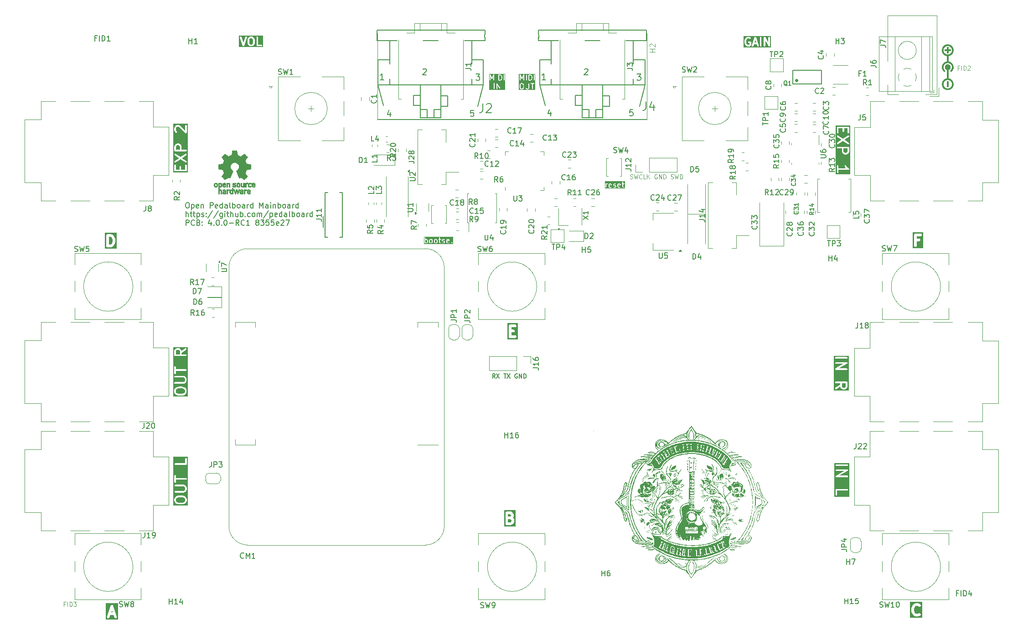
<source format=gto>
G04 #@! TF.GenerationSoftware,KiCad,Pcbnew,8.0.4+1*
G04 #@! TF.CreationDate,2024-10-10T00:46:51+00:00*
G04 #@! TF.ProjectId,pedalboard-hw,70656461-6c62-46f6-9172-642d68772e6b,4.0.0-RC1*
G04 #@! TF.SameCoordinates,Original*
G04 #@! TF.FileFunction,Legend,Top*
G04 #@! TF.FilePolarity,Positive*
%FSLAX46Y46*%
G04 Gerber Fmt 4.6, Leading zero omitted, Abs format (unit mm)*
G04 Created by KiCad (PCBNEW 8.0.4+1) date 2024-10-10 00:46:51*
%MOMM*%
%LPD*%
G01*
G04 APERTURE LIST*
%ADD10C,0.000000*%
%ADD11C,0.019755*%
%ADD12C,0.008210*%
%ADD13C,0.004304*%
%ADD14C,0.004635*%
%ADD15C,0.300000*%
%ADD16C,0.500000*%
%ADD17C,0.150000*%
%ADD18C,0.125000*%
%ADD19C,0.100000*%
%ADD20C,0.160020*%
%ADD21C,0.127000*%
%ADD22C,0.120000*%
%ADD23C,0.010000*%
%ADD24C,0.152400*%
%ADD25C,0.203200*%
%ADD26C,0.317500*%
G04 APERTURE END LIST*
D10*
G36*
X143329721Y-103986939D02*
G01*
X143331298Y-103988442D01*
X143332688Y-103991099D01*
X143334896Y-103999796D01*
X143336318Y-104012875D01*
X143336928Y-104030182D01*
X143336702Y-104051560D01*
X143335612Y-104076856D01*
X143333634Y-104105914D01*
X143330740Y-104138578D01*
X143322107Y-104214108D01*
X143319301Y-104235091D01*
X143316195Y-104255629D01*
X143312820Y-104275609D01*
X143309208Y-104294917D01*
X143305389Y-104313439D01*
X143301395Y-104331063D01*
X143297255Y-104347673D01*
X143293002Y-104363157D01*
X143288667Y-104377401D01*
X143284279Y-104390291D01*
X143279872Y-104401713D01*
X143275474Y-104411554D01*
X143271118Y-104419700D01*
X143268965Y-104423102D01*
X143266834Y-104426037D01*
X143264729Y-104428492D01*
X143262653Y-104430452D01*
X143260612Y-104431903D01*
X143258607Y-104432831D01*
X143253410Y-104433825D01*
X143248407Y-104433548D01*
X143243607Y-104432071D01*
X143239018Y-104429469D01*
X143234649Y-104425812D01*
X143230508Y-104421173D01*
X143226603Y-104415625D01*
X143222943Y-104409239D01*
X143219537Y-104402089D01*
X143216392Y-104394246D01*
X143210920Y-104376772D01*
X143206596Y-104357397D01*
X143203486Y-104336699D01*
X143201657Y-104315257D01*
X143201178Y-104293649D01*
X143202114Y-104272455D01*
X143204534Y-104252253D01*
X143208503Y-104233621D01*
X143211091Y-104225076D01*
X143214091Y-104217140D01*
X143217512Y-104209886D01*
X143221363Y-104203387D01*
X143225651Y-104197715D01*
X143230386Y-104192941D01*
X143234472Y-104189190D01*
X143238764Y-104184590D01*
X143243222Y-104179206D01*
X143247804Y-104173098D01*
X143252469Y-104166328D01*
X143257174Y-104158959D01*
X143261880Y-104151053D01*
X143266545Y-104142671D01*
X143271127Y-104133875D01*
X143275585Y-104124729D01*
X143279877Y-104115293D01*
X143283963Y-104105629D01*
X143287801Y-104095800D01*
X143291349Y-104085868D01*
X143294567Y-104075895D01*
X143297412Y-104065942D01*
X143304395Y-104039623D01*
X143310773Y-104018771D01*
X143316520Y-104003232D01*
X143321611Y-103992850D01*
X143323903Y-103989545D01*
X143326020Y-103987471D01*
X143327961Y-103986608D01*
X143329721Y-103986939D01*
G37*
G36*
X139005375Y-112479527D02*
G01*
X139013059Y-112480117D01*
X139020598Y-112481016D01*
X139027976Y-112482216D01*
X139035175Y-112483709D01*
X139042181Y-112485489D01*
X139048977Y-112487549D01*
X139055547Y-112489882D01*
X139061875Y-112492480D01*
X139067944Y-112495337D01*
X139073739Y-112498444D01*
X139079243Y-112501796D01*
X139084440Y-112505385D01*
X139089315Y-112509204D01*
X139093850Y-112513246D01*
X139098030Y-112517504D01*
X139101838Y-112521970D01*
X139105259Y-112526637D01*
X139108276Y-112531500D01*
X139110874Y-112536549D01*
X139113035Y-112541779D01*
X139114744Y-112547181D01*
X139115985Y-112552750D01*
X139116741Y-112558478D01*
X139116997Y-112564357D01*
X139116905Y-112565979D01*
X139116631Y-112567538D01*
X139116183Y-112569030D01*
X139115563Y-112570455D01*
X139114779Y-112571810D01*
X139113834Y-112573093D01*
X139112734Y-112574303D01*
X139111484Y-112575437D01*
X139110090Y-112576494D01*
X139108556Y-112577471D01*
X139105090Y-112579179D01*
X139101128Y-112580546D01*
X139096712Y-112581557D01*
X139091882Y-112582195D01*
X139086679Y-112582446D01*
X139081146Y-112582294D01*
X139075324Y-112581723D01*
X139069254Y-112580717D01*
X139062977Y-112579263D01*
X139056534Y-112577343D01*
X139049968Y-112574942D01*
X139042698Y-112573163D01*
X139035464Y-112571793D01*
X139028303Y-112570826D01*
X139021250Y-112570256D01*
X139014342Y-112570080D01*
X139007614Y-112570291D01*
X139001104Y-112570884D01*
X138994847Y-112571855D01*
X138991824Y-112572481D01*
X138988879Y-112573198D01*
X138986015Y-112574008D01*
X138983237Y-112574908D01*
X138980549Y-112575899D01*
X138977956Y-112576979D01*
X138975463Y-112578149D01*
X138973074Y-112579407D01*
X138970793Y-112580754D01*
X138968625Y-112582187D01*
X138966575Y-112583707D01*
X138964647Y-112585312D01*
X138962845Y-112587003D01*
X138961175Y-112588779D01*
X138959640Y-112590638D01*
X138958246Y-112592581D01*
X138955980Y-112595884D01*
X138953182Y-112599162D01*
X138949898Y-112602387D01*
X138946175Y-112605535D01*
X138942059Y-112608580D01*
X138937597Y-112611495D01*
X138932835Y-112614256D01*
X138927820Y-112616835D01*
X138922598Y-112619208D01*
X138917215Y-112621348D01*
X138911720Y-112623230D01*
X138906157Y-112624828D01*
X138900573Y-112626116D01*
X138895015Y-112627067D01*
X138889529Y-112627657D01*
X138884163Y-112627860D01*
X138876295Y-112627525D01*
X138869216Y-112626546D01*
X138862910Y-112624961D01*
X138857360Y-112622809D01*
X138852549Y-112620127D01*
X138848460Y-112616953D01*
X138845076Y-112613326D01*
X138842381Y-112609283D01*
X138840358Y-112604864D01*
X138838989Y-112600105D01*
X138838259Y-112595045D01*
X138838150Y-112589722D01*
X138838646Y-112584174D01*
X138839730Y-112578440D01*
X138841385Y-112572557D01*
X138843594Y-112566564D01*
X138846340Y-112560498D01*
X138849607Y-112554398D01*
X138853378Y-112548302D01*
X138857636Y-112542248D01*
X138862364Y-112536274D01*
X138867546Y-112530418D01*
X138873164Y-112524719D01*
X138879202Y-112519214D01*
X138885643Y-112513942D01*
X138892471Y-112508940D01*
X138899668Y-112504247D01*
X138907217Y-112499901D01*
X138915103Y-112495940D01*
X138923307Y-112492402D01*
X138931814Y-112489325D01*
X138940607Y-112486748D01*
X138948872Y-112484618D01*
X138957122Y-112482852D01*
X138965339Y-112481445D01*
X138973508Y-112480388D01*
X138981612Y-112479675D01*
X138989635Y-112479299D01*
X138997562Y-112479252D01*
X139005375Y-112479527D01*
G37*
G36*
X130646361Y-111327149D02*
G01*
X130649318Y-111328353D01*
X130651991Y-111330266D01*
X130654384Y-111332896D01*
X130656504Y-111336251D01*
X130658355Y-111340340D01*
X130659942Y-111345172D01*
X130662347Y-111357095D01*
X130663759Y-111372087D01*
X130664221Y-111390216D01*
X130663773Y-111411549D01*
X130662457Y-111436153D01*
X130660314Y-111464096D01*
X130657386Y-111495444D01*
X130655690Y-111516279D01*
X130654568Y-111536453D01*
X130654014Y-111555966D01*
X130654023Y-111574817D01*
X130654591Y-111593007D01*
X130655712Y-111610536D01*
X130657380Y-111627403D01*
X130659591Y-111643609D01*
X130662339Y-111659153D01*
X130665620Y-111674036D01*
X130669427Y-111688257D01*
X130673757Y-111701817D01*
X130678603Y-111714715D01*
X130683961Y-111726952D01*
X130689826Y-111738528D01*
X130696191Y-111749442D01*
X130701519Y-111758439D01*
X130706899Y-111768170D01*
X130717689Y-111789461D01*
X130728314Y-111812570D01*
X130738525Y-111836755D01*
X130748075Y-111861269D01*
X130756715Y-111885371D01*
X130764198Y-111908315D01*
X130770275Y-111929358D01*
X130771359Y-111934308D01*
X130772623Y-111939231D01*
X130774060Y-111944121D01*
X130775663Y-111948974D01*
X130779344Y-111958542D01*
X130783614Y-111967888D01*
X130788422Y-111976965D01*
X130793715Y-111985726D01*
X130799443Y-111994127D01*
X130805553Y-112002118D01*
X130811993Y-112009656D01*
X130818713Y-112016691D01*
X130825660Y-112023180D01*
X130832783Y-112029074D01*
X130840029Y-112034327D01*
X130847349Y-112038893D01*
X130851019Y-112040903D01*
X130854688Y-112042725D01*
X130858350Y-112044351D01*
X130861997Y-112045776D01*
X130868685Y-112048124D01*
X130875481Y-112051164D01*
X130882329Y-112054845D01*
X130889172Y-112059115D01*
X130895953Y-112063923D01*
X130902615Y-112069216D01*
X130909101Y-112074943D01*
X130915355Y-112081053D01*
X130921319Y-112087494D01*
X130926937Y-112094213D01*
X130932152Y-112101160D01*
X130936907Y-112108283D01*
X130941145Y-112115530D01*
X130944810Y-112122849D01*
X130947844Y-112130188D01*
X130949107Y-112133850D01*
X130950191Y-112137497D01*
X130953219Y-112146417D01*
X130956350Y-112154655D01*
X130959580Y-112162212D01*
X130962911Y-112169089D01*
X130966339Y-112175287D01*
X130969865Y-112180805D01*
X130973486Y-112185645D01*
X130977201Y-112189808D01*
X130981009Y-112193294D01*
X130984910Y-112196103D01*
X130988900Y-112198237D01*
X130992980Y-112199696D01*
X130997147Y-112200480D01*
X131001401Y-112200591D01*
X131005740Y-112200028D01*
X131010164Y-112198793D01*
X131014670Y-112196886D01*
X131019257Y-112194308D01*
X131023924Y-112191060D01*
X131028671Y-112187142D01*
X131033494Y-112182554D01*
X131038394Y-112177298D01*
X131043369Y-112171374D01*
X131048418Y-112164783D01*
X131053539Y-112157525D01*
X131058731Y-112149601D01*
X131069323Y-112131757D01*
X131080183Y-112111258D01*
X131091302Y-112088107D01*
X131127755Y-112015052D01*
X131163319Y-111949153D01*
X131198428Y-111890128D01*
X131233516Y-111837691D01*
X131251188Y-111813855D01*
X131269018Y-111791559D01*
X131287059Y-111770768D01*
X131305367Y-111751447D01*
X131323995Y-111733560D01*
X131342998Y-111717071D01*
X131362429Y-111701945D01*
X131382344Y-111688147D01*
X131402796Y-111675640D01*
X131423840Y-111664390D01*
X131445530Y-111654361D01*
X131467920Y-111645517D01*
X131491065Y-111637823D01*
X131515018Y-111631244D01*
X131539835Y-111625743D01*
X131565568Y-111621285D01*
X131592273Y-111617835D01*
X131620004Y-111615357D01*
X131678760Y-111613175D01*
X131742271Y-111614456D01*
X131810969Y-111618915D01*
X131835466Y-111621185D01*
X131859973Y-111624010D01*
X131908810Y-111631235D01*
X131957069Y-111640402D01*
X132004336Y-111651327D01*
X132050197Y-111663822D01*
X132094239Y-111677702D01*
X132136049Y-111692781D01*
X132175212Y-111708873D01*
X132211317Y-111725792D01*
X132228093Y-111734504D01*
X132243949Y-111743352D01*
X132258833Y-111752314D01*
X132272695Y-111761366D01*
X132285481Y-111770486D01*
X132297141Y-111779649D01*
X132307623Y-111788833D01*
X132316875Y-111798015D01*
X132324845Y-111807170D01*
X132331482Y-111816277D01*
X132336734Y-111825311D01*
X132340549Y-111834250D01*
X132342876Y-111843070D01*
X132343664Y-111851747D01*
X132343581Y-111859800D01*
X132343168Y-111866727D01*
X132342175Y-111872475D01*
X132340356Y-111876993D01*
X132339059Y-111878775D01*
X132337462Y-111880230D01*
X132335535Y-111881352D01*
X132333245Y-111882134D01*
X132330563Y-111882569D01*
X132327458Y-111882652D01*
X132319851Y-111881734D01*
X132310177Y-111879328D01*
X132298188Y-111875381D01*
X132283636Y-111869843D01*
X132266273Y-111862662D01*
X132222120Y-111843163D01*
X132163747Y-111816470D01*
X132130119Y-111802126D01*
X132097959Y-111789523D01*
X132067163Y-111778666D01*
X132037629Y-111769562D01*
X132009251Y-111762214D01*
X131981928Y-111756629D01*
X131955556Y-111752811D01*
X131930032Y-111750765D01*
X131905251Y-111750497D01*
X131881111Y-111752012D01*
X131857509Y-111755315D01*
X131834341Y-111760412D01*
X131811503Y-111767306D01*
X131788893Y-111776004D01*
X131766407Y-111786511D01*
X131743941Y-111798831D01*
X131722292Y-111810813D01*
X131695104Y-111825234D01*
X131628407Y-111859244D01*
X131552449Y-111896561D01*
X131475831Y-111932886D01*
X131443270Y-111949406D01*
X131411800Y-111967151D01*
X131381518Y-111986022D01*
X131352524Y-112005922D01*
X131324914Y-112026752D01*
X131298787Y-112048413D01*
X131274242Y-112070809D01*
X131251376Y-112093841D01*
X131230287Y-112117409D01*
X131211075Y-112141418D01*
X131193836Y-112165767D01*
X131178670Y-112190359D01*
X131165674Y-112215096D01*
X131154947Y-112239880D01*
X131150465Y-112252258D01*
X131146587Y-112264612D01*
X131143325Y-112276928D01*
X131140691Y-112289194D01*
X131138545Y-112298505D01*
X131136085Y-112307257D01*
X131133331Y-112315447D01*
X131130301Y-112323072D01*
X131127012Y-112330132D01*
X131123483Y-112336624D01*
X131119732Y-112342547D01*
X131115777Y-112347897D01*
X131111635Y-112352674D01*
X131107326Y-112356876D01*
X131102866Y-112360500D01*
X131098275Y-112363545D01*
X131093571Y-112366008D01*
X131088770Y-112367888D01*
X131083893Y-112369183D01*
X131078955Y-112369890D01*
X131073977Y-112370009D01*
X131068975Y-112369536D01*
X131063968Y-112368471D01*
X131058974Y-112366810D01*
X131054011Y-112364553D01*
X131049097Y-112361697D01*
X131044250Y-112358240D01*
X131039488Y-112354180D01*
X131034830Y-112349516D01*
X131030293Y-112344245D01*
X131025896Y-112338366D01*
X131021657Y-112331876D01*
X131017593Y-112324774D01*
X131013722Y-112317058D01*
X131010064Y-112308725D01*
X131006636Y-112299774D01*
X131002926Y-112291144D01*
X130998450Y-112282488D01*
X130993272Y-112273862D01*
X130987453Y-112265325D01*
X130981056Y-112256932D01*
X130974142Y-112248740D01*
X130966773Y-112240807D01*
X130959011Y-112233189D01*
X130950918Y-112225943D01*
X130942557Y-112219126D01*
X130933989Y-112212794D01*
X130925276Y-112207006D01*
X130916481Y-112201816D01*
X130907665Y-112197283D01*
X130898890Y-112193463D01*
X130890219Y-112190413D01*
X130874532Y-112185255D01*
X130859144Y-112177591D01*
X130843943Y-112167229D01*
X130828814Y-112153978D01*
X130813643Y-112137648D01*
X130798318Y-112118046D01*
X130782724Y-112094982D01*
X130766747Y-112068265D01*
X130750274Y-112037702D01*
X130733192Y-112003104D01*
X130715386Y-111964278D01*
X130696743Y-111921035D01*
X130656490Y-111820527D01*
X130611525Y-111700052D01*
X130597837Y-111662027D01*
X130585866Y-111627195D01*
X130575589Y-111595361D01*
X130566987Y-111566327D01*
X130560038Y-111539898D01*
X130557177Y-111527599D01*
X130554722Y-111515878D01*
X130552670Y-111504709D01*
X130551019Y-111494068D01*
X130549765Y-111483932D01*
X130548907Y-111474275D01*
X130548441Y-111465072D01*
X130548366Y-111456300D01*
X130548678Y-111447933D01*
X130549375Y-111439948D01*
X130550455Y-111432319D01*
X130551914Y-111425022D01*
X130553751Y-111418032D01*
X130555962Y-111411326D01*
X130558546Y-111404878D01*
X130561498Y-111398663D01*
X130564818Y-111392658D01*
X130568502Y-111386838D01*
X130572548Y-111381178D01*
X130576953Y-111375653D01*
X130581715Y-111370240D01*
X130586830Y-111364913D01*
X130600025Y-111352232D01*
X130611855Y-111342017D01*
X130622363Y-111334334D01*
X130627133Y-111331463D01*
X130631589Y-111329250D01*
X130635734Y-111327704D01*
X130639575Y-111326833D01*
X130643115Y-111326645D01*
X130646361Y-111327149D01*
G37*
G36*
X144702373Y-111273845D02*
G01*
X144705093Y-111274316D01*
X144707874Y-111275046D01*
X144710729Y-111276037D01*
X144713666Y-111277289D01*
X144716696Y-111278803D01*
X144719829Y-111280579D01*
X144723076Y-111282617D01*
X144726447Y-111284919D01*
X144729952Y-111287486D01*
X144737407Y-111293414D01*
X144745523Y-111300407D01*
X144754384Y-111308469D01*
X144762447Y-111316707D01*
X144766076Y-111320568D01*
X144769440Y-111324269D01*
X144772537Y-111327816D01*
X144775368Y-111331220D01*
X144777935Y-111334488D01*
X144780237Y-111337629D01*
X144782276Y-111340651D01*
X144784052Y-111343563D01*
X144785565Y-111346372D01*
X144786818Y-111349088D01*
X144787809Y-111351718D01*
X144788539Y-111354272D01*
X144789010Y-111356757D01*
X144789222Y-111359182D01*
X144789176Y-111361555D01*
X144788872Y-111363885D01*
X144788311Y-111366180D01*
X144787493Y-111368449D01*
X144786420Y-111370699D01*
X144785091Y-111372940D01*
X144783508Y-111375180D01*
X144781671Y-111377426D01*
X144779581Y-111379689D01*
X144777238Y-111381975D01*
X144774643Y-111384293D01*
X144771797Y-111386652D01*
X144768700Y-111389060D01*
X144765354Y-111391526D01*
X144757913Y-111396663D01*
X144748729Y-111402227D01*
X144739711Y-111407028D01*
X144730882Y-111411087D01*
X144722263Y-111414427D01*
X144713877Y-111417069D01*
X144705746Y-111419035D01*
X144697891Y-111420347D01*
X144690334Y-111421028D01*
X144683098Y-111421099D01*
X144676204Y-111420582D01*
X144669674Y-111419500D01*
X144663531Y-111417873D01*
X144657796Y-111415724D01*
X144652491Y-111413076D01*
X144647638Y-111409949D01*
X144643260Y-111406367D01*
X144639377Y-111402350D01*
X144636013Y-111397921D01*
X144633189Y-111393102D01*
X144630926Y-111387915D01*
X144629248Y-111382381D01*
X144628175Y-111376524D01*
X144627731Y-111370364D01*
X144627936Y-111363923D01*
X144628813Y-111357224D01*
X144630384Y-111350289D01*
X144632670Y-111343139D01*
X144635695Y-111335797D01*
X144639478Y-111328284D01*
X144644044Y-111320623D01*
X144649413Y-111312835D01*
X144655608Y-111304942D01*
X144661988Y-111297502D01*
X144667954Y-111291058D01*
X144670809Y-111288212D01*
X144673591Y-111285618D01*
X144676310Y-111283275D01*
X144678979Y-111281185D01*
X144681606Y-111279348D01*
X144684201Y-111277764D01*
X144686777Y-111276436D01*
X144689342Y-111275362D01*
X144691906Y-111274545D01*
X144694482Y-111273983D01*
X144697078Y-111273679D01*
X144699704Y-111273633D01*
X144702373Y-111273845D01*
G37*
G36*
X142231583Y-108898116D02*
G01*
X142234039Y-108898436D01*
X142236620Y-108899068D01*
X142239337Y-108900013D01*
X142242200Y-108901271D01*
X142245221Y-108902845D01*
X142248411Y-108904736D01*
X142251780Y-108906944D01*
X142255340Y-108909471D01*
X142263075Y-108915488D01*
X142271704Y-108922797D01*
X142281315Y-108931408D01*
X142291995Y-108941332D01*
X142298485Y-108947475D01*
X142304718Y-108953975D01*
X142310688Y-108960795D01*
X142316387Y-108967900D01*
X142321806Y-108975253D01*
X142326939Y-108982817D01*
X142331777Y-108990557D01*
X142336313Y-108998437D01*
X142340539Y-109006420D01*
X142344447Y-109014471D01*
X142348030Y-109022552D01*
X142351279Y-109030628D01*
X142354187Y-109038663D01*
X142356746Y-109046620D01*
X142358949Y-109054464D01*
X142360787Y-109062158D01*
X142362254Y-109069665D01*
X142363340Y-109076951D01*
X142364039Y-109083978D01*
X142364343Y-109090711D01*
X142364243Y-109097113D01*
X142363733Y-109103148D01*
X142362804Y-109108779D01*
X142361449Y-109113972D01*
X142359659Y-109118689D01*
X142357428Y-109122895D01*
X142354748Y-109126553D01*
X142351610Y-109129627D01*
X142348006Y-109132080D01*
X142343931Y-109133878D01*
X142339374Y-109134983D01*
X142334329Y-109135359D01*
X142329239Y-109134933D01*
X142323910Y-109133682D01*
X142318371Y-109131653D01*
X142312653Y-109128889D01*
X142306785Y-109125436D01*
X142300797Y-109121337D01*
X142288579Y-109111381D01*
X142276237Y-109099379D01*
X142264008Y-109085688D01*
X142252131Y-109070663D01*
X142240844Y-109054661D01*
X142230383Y-109038039D01*
X142220986Y-109021154D01*
X142212892Y-109004362D01*
X142206338Y-108988019D01*
X142201561Y-108972483D01*
X142199914Y-108965128D01*
X142198800Y-108958109D01*
X142198249Y-108951469D01*
X142198292Y-108945254D01*
X142198957Y-108939508D01*
X142200275Y-108934276D01*
X142204134Y-108925596D01*
X142207833Y-108918084D01*
X142211459Y-108911750D01*
X142213273Y-108909028D01*
X142215102Y-108906604D01*
X142216956Y-108904481D01*
X142218847Y-108902658D01*
X142220786Y-108901138D01*
X142222784Y-108899921D01*
X142224851Y-108899009D01*
X142227000Y-108898403D01*
X142229240Y-108898105D01*
X142231583Y-108898116D01*
G37*
G36*
X133694012Y-98200305D02*
G01*
X133694951Y-98200832D01*
X133695864Y-98201710D01*
X133696759Y-98202940D01*
X133697644Y-98204522D01*
X133698527Y-98206454D01*
X133700315Y-98211374D01*
X133702185Y-98217699D01*
X133704201Y-98225430D01*
X133708913Y-98245109D01*
X133710434Y-98251660D01*
X133711693Y-98258074D01*
X133712697Y-98264342D01*
X133713454Y-98270451D01*
X133713971Y-98276389D01*
X133714254Y-98282145D01*
X133714312Y-98287708D01*
X133714150Y-98293065D01*
X133713776Y-98298204D01*
X133713198Y-98303116D01*
X133712422Y-98307787D01*
X133711456Y-98312206D01*
X133710306Y-98316361D01*
X133708980Y-98320241D01*
X133707484Y-98323835D01*
X133705827Y-98327130D01*
X133704014Y-98330115D01*
X133702053Y-98332778D01*
X133699952Y-98335108D01*
X133697717Y-98337093D01*
X133695355Y-98338722D01*
X133692874Y-98339982D01*
X133690280Y-98340862D01*
X133687581Y-98341351D01*
X133684784Y-98341437D01*
X133681896Y-98341109D01*
X133678924Y-98340353D01*
X133675875Y-98339160D01*
X133672756Y-98337518D01*
X133669575Y-98335414D01*
X133666338Y-98332837D01*
X133663052Y-98329776D01*
X133661781Y-98328702D01*
X133660611Y-98327468D01*
X133659543Y-98326081D01*
X133658574Y-98324546D01*
X133656929Y-98321055D01*
X133655666Y-98317042D01*
X133654775Y-98312554D01*
X133654246Y-98307637D01*
X133654069Y-98302338D01*
X133654233Y-98296702D01*
X133654727Y-98290778D01*
X133655542Y-98284610D01*
X133656667Y-98278246D01*
X133658091Y-98271732D01*
X133659805Y-98265115D01*
X133661798Y-98258441D01*
X133664060Y-98251757D01*
X133666580Y-98245109D01*
X133675923Y-98225430D01*
X133679758Y-98217699D01*
X133683117Y-98211374D01*
X133686062Y-98206454D01*
X133687400Y-98204522D01*
X133688657Y-98202940D01*
X133689841Y-98201710D01*
X133690961Y-98200832D01*
X133692025Y-98200305D01*
X133693039Y-98200129D01*
X133694012Y-98200305D01*
G37*
G36*
X133698358Y-109122627D02*
G01*
X133699606Y-109123291D01*
X133700762Y-109124562D01*
X133701837Y-109126436D01*
X133702843Y-109128912D01*
X133703790Y-109131989D01*
X133705551Y-109139934D01*
X133707209Y-109150256D01*
X133708852Y-109162940D01*
X133712442Y-109195331D01*
X133715398Y-109215884D01*
X133718891Y-109237388D01*
X133722797Y-109259141D01*
X133726993Y-109280439D01*
X133731355Y-109300579D01*
X133735758Y-109318859D01*
X133740078Y-109334575D01*
X133742168Y-109341253D01*
X133744192Y-109347026D01*
X133749257Y-109359300D01*
X133753872Y-109371631D01*
X133758041Y-109383995D01*
X133761769Y-109396366D01*
X133765060Y-109408719D01*
X133767919Y-109421028D01*
X133770350Y-109433270D01*
X133772359Y-109445417D01*
X133773949Y-109457446D01*
X133775124Y-109469330D01*
X133775890Y-109481046D01*
X133776252Y-109492566D01*
X133776212Y-109503868D01*
X133775777Y-109514924D01*
X133774950Y-109525711D01*
X133773737Y-109536202D01*
X133772141Y-109546373D01*
X133770167Y-109556198D01*
X133767819Y-109565653D01*
X133765103Y-109574712D01*
X133762023Y-109583349D01*
X133758582Y-109591540D01*
X133754787Y-109599260D01*
X133750641Y-109606483D01*
X133746148Y-109613184D01*
X133741314Y-109619337D01*
X133736142Y-109624919D01*
X133730638Y-109629903D01*
X133724806Y-109634264D01*
X133718650Y-109637977D01*
X133712175Y-109641018D01*
X133705385Y-109643359D01*
X133684896Y-109648522D01*
X133665124Y-109652787D01*
X133646104Y-109656186D01*
X133627871Y-109658752D01*
X133610459Y-109660517D01*
X133593904Y-109661513D01*
X133578240Y-109661773D01*
X133563503Y-109661329D01*
X133549727Y-109660213D01*
X133536946Y-109658457D01*
X133525197Y-109656095D01*
X133514514Y-109653157D01*
X133504931Y-109649677D01*
X133496484Y-109645686D01*
X133489207Y-109641218D01*
X133483136Y-109636303D01*
X133478305Y-109630976D01*
X133474749Y-109625267D01*
X133472503Y-109619210D01*
X133471602Y-109612835D01*
X133472080Y-109606177D01*
X133473974Y-109599267D01*
X133477316Y-109592137D01*
X133482144Y-109584820D01*
X133488490Y-109577348D01*
X133496391Y-109569753D01*
X133505881Y-109562068D01*
X133516994Y-109554324D01*
X133529767Y-109546555D01*
X133544233Y-109538792D01*
X133560428Y-109531068D01*
X133578386Y-109523415D01*
X133588390Y-109519094D01*
X133597897Y-109514731D01*
X133606905Y-109510324D01*
X133615414Y-109505872D01*
X133623421Y-109501373D01*
X133630925Y-109496826D01*
X133637926Y-109492231D01*
X133644422Y-109487585D01*
X133650411Y-109482887D01*
X133655892Y-109478136D01*
X133660864Y-109473331D01*
X133665326Y-109468471D01*
X133669277Y-109463554D01*
X133672714Y-109458578D01*
X133675638Y-109453543D01*
X133678046Y-109448448D01*
X133679937Y-109443290D01*
X133681310Y-109438070D01*
X133682164Y-109432784D01*
X133682497Y-109427433D01*
X133682308Y-109422014D01*
X133681596Y-109416527D01*
X133680359Y-109410971D01*
X133678597Y-109405343D01*
X133676307Y-109399643D01*
X133673489Y-109393869D01*
X133670142Y-109388021D01*
X133666263Y-109382096D01*
X133661852Y-109376093D01*
X133656908Y-109370012D01*
X133651429Y-109363851D01*
X133645413Y-109357608D01*
X133640454Y-109352145D01*
X133636167Y-109346315D01*
X133632561Y-109340083D01*
X133629649Y-109333410D01*
X133627439Y-109326263D01*
X133625942Y-109318603D01*
X133625168Y-109310396D01*
X133625129Y-109301605D01*
X133625833Y-109292194D01*
X133627292Y-109282127D01*
X133629516Y-109271367D01*
X133632515Y-109259878D01*
X133636299Y-109247625D01*
X133640880Y-109234571D01*
X133646266Y-109220679D01*
X133652469Y-109205914D01*
X133668792Y-109170010D01*
X133675436Y-109155863D01*
X133681187Y-109144233D01*
X133686132Y-109135105D01*
X133690358Y-109128462D01*
X133692229Y-109126067D01*
X133693954Y-109124289D01*
X133695543Y-109123124D01*
X133697007Y-109122571D01*
X133698358Y-109122627D01*
G37*
G36*
X131621139Y-101784162D02*
G01*
X131622895Y-101784435D01*
X131627022Y-101785693D01*
X131631935Y-101787880D01*
X131637591Y-101790977D01*
X131643951Y-101794963D01*
X131650972Y-101799817D01*
X131658613Y-101805519D01*
X131666833Y-101812047D01*
X131675591Y-101819382D01*
X131684844Y-101827501D01*
X131694553Y-101836386D01*
X131703193Y-101845692D01*
X131711255Y-101855061D01*
X131718740Y-101864455D01*
X131725648Y-101873834D01*
X131731980Y-101883159D01*
X131737736Y-101892390D01*
X131742917Y-101901489D01*
X131747524Y-101910414D01*
X131751558Y-101919128D01*
X131755018Y-101927591D01*
X131757906Y-101935763D01*
X131760223Y-101943604D01*
X131761968Y-101951077D01*
X131763143Y-101958140D01*
X131763749Y-101964755D01*
X131763785Y-101970883D01*
X131763253Y-101976483D01*
X131762153Y-101981517D01*
X131760486Y-101985945D01*
X131758252Y-101989727D01*
X131755453Y-101992825D01*
X131753841Y-101994105D01*
X131752088Y-101995199D01*
X131750194Y-101996102D01*
X131748159Y-101996809D01*
X131743666Y-101997617D01*
X131738609Y-101997582D01*
X131732990Y-101996665D01*
X131726809Y-101994827D01*
X131720067Y-101992028D01*
X131712764Y-101988230D01*
X131704901Y-101983392D01*
X131696478Y-101977476D01*
X131687497Y-101970441D01*
X131680547Y-101964949D01*
X131674233Y-101960402D01*
X131668529Y-101956838D01*
X131665898Y-101955435D01*
X131663409Y-101954291D01*
X131661060Y-101953411D01*
X131658847Y-101952799D01*
X131656767Y-101952459D01*
X131654817Y-101952397D01*
X131652993Y-101952616D01*
X131651293Y-101953121D01*
X131649713Y-101953917D01*
X131648250Y-101955008D01*
X131646901Y-101956399D01*
X131645662Y-101958094D01*
X131644531Y-101960098D01*
X131643503Y-101962416D01*
X131642576Y-101965051D01*
X131641747Y-101968008D01*
X131640368Y-101974908D01*
X131639340Y-101983151D01*
X131638639Y-101992774D01*
X131638236Y-102003813D01*
X131638108Y-102016304D01*
X131638229Y-102025516D01*
X131638583Y-102034604D01*
X131639154Y-102043527D01*
X131639927Y-102052242D01*
X131640886Y-102060710D01*
X131642015Y-102068889D01*
X131643299Y-102076737D01*
X131644723Y-102084213D01*
X131646270Y-102091275D01*
X131647927Y-102097883D01*
X131649676Y-102103994D01*
X131651503Y-102109568D01*
X131653392Y-102114564D01*
X131655327Y-102118939D01*
X131657293Y-102122653D01*
X131659275Y-102125664D01*
X131663110Y-102130290D01*
X131666677Y-102136171D01*
X131669978Y-102143218D01*
X131673014Y-102151344D01*
X131678297Y-102170475D01*
X131682536Y-102192857D01*
X131685742Y-102217782D01*
X131687924Y-102244541D01*
X131689094Y-102272427D01*
X131689261Y-102300731D01*
X131688436Y-102328745D01*
X131686629Y-102355763D01*
X131683850Y-102381075D01*
X131680111Y-102403974D01*
X131675420Y-102423751D01*
X131669789Y-102439699D01*
X131666624Y-102446016D01*
X131663228Y-102451110D01*
X131659602Y-102454893D01*
X131655747Y-102457276D01*
X131647433Y-102458563D01*
X131637145Y-102457238D01*
X131625042Y-102453459D01*
X131611278Y-102447382D01*
X131596010Y-102439166D01*
X131579395Y-102428968D01*
X131542748Y-102403257D01*
X131502587Y-102371510D01*
X131460162Y-102334988D01*
X131416724Y-102294953D01*
X131373525Y-102252664D01*
X131331813Y-102209383D01*
X131292840Y-102166371D01*
X131257857Y-102124889D01*
X131228114Y-102086197D01*
X131204861Y-102051556D01*
X131196060Y-102036149D01*
X131189350Y-102022228D01*
X131184888Y-102009950D01*
X131182830Y-101999473D01*
X131183333Y-101990955D01*
X131186552Y-101984553D01*
X131195262Y-101974187D01*
X131204185Y-101964260D01*
X131213306Y-101954777D01*
X131222609Y-101945740D01*
X131232080Y-101937156D01*
X131241704Y-101929029D01*
X131251466Y-101921363D01*
X131261352Y-101914163D01*
X131271347Y-101907433D01*
X131281435Y-101901177D01*
X131291601Y-101895401D01*
X131301832Y-101890109D01*
X131312112Y-101885305D01*
X131322426Y-101880994D01*
X131332760Y-101877181D01*
X131343098Y-101873869D01*
X131353425Y-101871064D01*
X131363728Y-101868770D01*
X131373990Y-101866991D01*
X131384198Y-101865732D01*
X131394335Y-101864998D01*
X131404389Y-101864792D01*
X131414342Y-101865121D01*
X131424181Y-101865987D01*
X131433892Y-101867396D01*
X131443458Y-101869352D01*
X131452865Y-101871860D01*
X131462098Y-101874924D01*
X131471143Y-101878548D01*
X131479984Y-101882738D01*
X131488607Y-101887498D01*
X131496997Y-101892832D01*
X131505211Y-101898435D01*
X131513304Y-101903350D01*
X131521261Y-101907589D01*
X131529064Y-101911166D01*
X131536696Y-101914095D01*
X131544141Y-101916388D01*
X131551382Y-101918060D01*
X131558402Y-101919124D01*
X131565185Y-101919594D01*
X131571712Y-101919483D01*
X131577969Y-101918805D01*
X131583937Y-101917574D01*
X131589601Y-101915802D01*
X131594943Y-101913504D01*
X131599946Y-101910693D01*
X131604594Y-101907383D01*
X131608870Y-101903587D01*
X131612757Y-101899319D01*
X131616239Y-101894592D01*
X131619298Y-101889420D01*
X131621918Y-101883817D01*
X131624082Y-101877796D01*
X131625772Y-101871370D01*
X131626974Y-101864554D01*
X131627669Y-101857360D01*
X131627840Y-101849803D01*
X131627472Y-101841895D01*
X131626547Y-101833651D01*
X131625048Y-101825084D01*
X131622959Y-101816208D01*
X131620262Y-101807036D01*
X131616942Y-101797582D01*
X131615488Y-101792824D01*
X131615151Y-101790842D01*
X131615068Y-101789121D01*
X131615232Y-101787658D01*
X131615639Y-101786451D01*
X131616284Y-101785497D01*
X131617162Y-101784794D01*
X131618267Y-101784338D01*
X131619594Y-101784129D01*
X131621139Y-101784162D01*
G37*
G36*
X143260075Y-103600182D02*
G01*
X143268749Y-103600441D01*
X143277920Y-103600928D01*
X143287546Y-103601647D01*
X143297585Y-103602604D01*
X143307996Y-103603804D01*
X143322478Y-103605308D01*
X143335550Y-103607242D01*
X143347288Y-103609702D01*
X143352682Y-103611161D01*
X143357771Y-103612788D01*
X143362566Y-103614596D01*
X143367075Y-103616597D01*
X143371310Y-103618804D01*
X143375279Y-103621228D01*
X143378992Y-103623883D01*
X143382460Y-103626779D01*
X143385690Y-103629930D01*
X143388694Y-103633348D01*
X143391481Y-103637045D01*
X143394061Y-103641033D01*
X143396443Y-103645325D01*
X143398637Y-103649933D01*
X143400653Y-103654869D01*
X143402500Y-103660145D01*
X143405727Y-103671768D01*
X143408396Y-103684900D01*
X143410584Y-103699638D01*
X143412369Y-103716083D01*
X143413829Y-103734330D01*
X143417116Y-103772544D01*
X143418039Y-103787583D01*
X143418295Y-103799926D01*
X143418129Y-103805088D01*
X143417745Y-103809581D01*
X143417124Y-103813404D01*
X143416249Y-103816559D01*
X143415102Y-103819047D01*
X143413668Y-103820871D01*
X143411926Y-103822030D01*
X143409862Y-103822526D01*
X143407456Y-103822361D01*
X143404691Y-103821535D01*
X143401551Y-103820051D01*
X143398018Y-103817909D01*
X143394073Y-103815111D01*
X143389700Y-103811658D01*
X143379600Y-103802792D01*
X143367578Y-103791321D01*
X143353493Y-103777257D01*
X143318581Y-103741386D01*
X143296662Y-103717980D01*
X143276191Y-103695690D01*
X143257622Y-103674972D01*
X143241409Y-103656279D01*
X143234329Y-103647834D01*
X143228008Y-103640066D01*
X143222503Y-103633032D01*
X143217872Y-103626788D01*
X143214171Y-103621392D01*
X143211457Y-103616901D01*
X143210488Y-103615012D01*
X143209787Y-103613370D01*
X143209361Y-103611983D01*
X143209218Y-103610858D01*
X143209341Y-103609886D01*
X143209707Y-103608957D01*
X143210311Y-103608070D01*
X143211147Y-103607227D01*
X143213497Y-103605672D01*
X143216714Y-103604299D01*
X143220759Y-103603111D01*
X143225589Y-103602115D01*
X143231163Y-103601315D01*
X143237440Y-103600716D01*
X143244379Y-103600324D01*
X143251937Y-103600145D01*
X143260075Y-103600182D01*
G37*
G36*
X137602015Y-98975430D02*
G01*
X137603936Y-98975643D01*
X137605813Y-98975992D01*
X137607645Y-98976475D01*
X137609430Y-98977087D01*
X137611168Y-98977824D01*
X137612856Y-98978682D01*
X137614494Y-98979658D01*
X137616080Y-98980748D01*
X137617613Y-98981948D01*
X137619092Y-98983253D01*
X137620516Y-98984661D01*
X137623191Y-98987767D01*
X137625629Y-98991234D01*
X137627818Y-98995032D01*
X137629749Y-98999130D01*
X137631411Y-99003497D01*
X137632794Y-99008101D01*
X137633888Y-99012912D01*
X137634682Y-99017899D01*
X137635166Y-99023030D01*
X137635330Y-99028275D01*
X137635289Y-99030910D01*
X137635166Y-99033521D01*
X137634964Y-99036102D01*
X137634682Y-99038652D01*
X137634323Y-99041165D01*
X137633888Y-99043639D01*
X137633378Y-99046068D01*
X137632794Y-99048450D01*
X137632138Y-99050780D01*
X137631411Y-99053054D01*
X137630614Y-99055269D01*
X137629749Y-99057421D01*
X137628816Y-99059505D01*
X137627818Y-99061519D01*
X137626755Y-99063457D01*
X137625629Y-99065317D01*
X137624440Y-99067094D01*
X137623191Y-99068784D01*
X137621883Y-99070385D01*
X137620516Y-99071890D01*
X137619092Y-99073298D01*
X137617613Y-99074603D01*
X137616080Y-99075803D01*
X137614494Y-99076893D01*
X137612856Y-99077869D01*
X137611168Y-99078727D01*
X137609430Y-99079464D01*
X137607645Y-99080076D01*
X137605813Y-99080558D01*
X137603936Y-99080908D01*
X137602015Y-99081120D01*
X137600052Y-99081192D01*
X137598399Y-99081120D01*
X137596749Y-99080908D01*
X137595105Y-99080558D01*
X137593472Y-99080076D01*
X137591851Y-99079464D01*
X137590246Y-99078727D01*
X137588661Y-99077869D01*
X137587098Y-99076893D01*
X137584053Y-99074603D01*
X137581138Y-99071890D01*
X137578377Y-99068784D01*
X137575798Y-99065317D01*
X137573425Y-99061519D01*
X137571285Y-99057421D01*
X137569403Y-99053054D01*
X137567805Y-99048450D01*
X137566518Y-99043639D01*
X137565566Y-99038652D01*
X137564976Y-99033521D01*
X137564773Y-99028275D01*
X137564825Y-99025641D01*
X137564976Y-99023030D01*
X137565224Y-99020449D01*
X137565566Y-99017899D01*
X137565998Y-99015386D01*
X137566518Y-99012912D01*
X137567121Y-99010483D01*
X137567805Y-99008101D01*
X137568567Y-99005771D01*
X137569403Y-99003497D01*
X137570310Y-99001282D01*
X137571285Y-98999130D01*
X137572324Y-98997046D01*
X137573425Y-98995032D01*
X137574584Y-98993094D01*
X137575798Y-98991234D01*
X137577063Y-98989457D01*
X137578377Y-98987767D01*
X137579737Y-98986167D01*
X137581138Y-98984661D01*
X137582578Y-98983253D01*
X137584053Y-98981948D01*
X137585561Y-98980748D01*
X137587098Y-98979658D01*
X137588661Y-98978682D01*
X137590246Y-98977824D01*
X137591851Y-98977087D01*
X137593472Y-98976475D01*
X137595105Y-98975992D01*
X137596749Y-98975643D01*
X137598399Y-98975430D01*
X137600052Y-98975359D01*
X137602015Y-98975430D01*
G37*
G36*
X145706715Y-106647120D02*
G01*
X145708104Y-106647322D01*
X145709339Y-106647707D01*
X145710412Y-106648276D01*
X145711241Y-106649411D01*
X145711745Y-106650828D01*
X145711933Y-106652517D01*
X145711811Y-106654470D01*
X145710668Y-106659136D01*
X145708373Y-106664757D01*
X145704982Y-106671268D01*
X145700553Y-106678600D01*
X145695142Y-106686686D01*
X145688805Y-106695460D01*
X145681601Y-106704854D01*
X145673585Y-106714800D01*
X145664815Y-106725233D01*
X145655347Y-106736084D01*
X145634546Y-106758773D01*
X145611636Y-106782330D01*
X145590012Y-106802312D01*
X145571432Y-106818656D01*
X145555880Y-106831444D01*
X145543340Y-106840760D01*
X145533798Y-106846686D01*
X145530146Y-106848403D01*
X145527238Y-106849304D01*
X145525071Y-106849399D01*
X145523643Y-106848698D01*
X145522954Y-106847211D01*
X145523000Y-106844950D01*
X145523780Y-106841923D01*
X145525292Y-106838142D01*
X145530503Y-106828358D01*
X145538619Y-106815680D01*
X145549623Y-106800191D01*
X145563501Y-106781973D01*
X145580236Y-106761109D01*
X145599814Y-106737683D01*
X145622218Y-106711775D01*
X145629487Y-106703427D01*
X145636715Y-106695591D01*
X145643860Y-106688281D01*
X145650881Y-106681514D01*
X145657737Y-106675305D01*
X145664386Y-106669670D01*
X145670787Y-106664624D01*
X145676899Y-106660182D01*
X145682680Y-106656361D01*
X145688089Y-106653175D01*
X145693084Y-106650640D01*
X145695414Y-106649622D01*
X145697625Y-106648772D01*
X145699712Y-106648093D01*
X145701669Y-106647586D01*
X145703493Y-106647254D01*
X145705176Y-106647098D01*
X145706715Y-106647120D01*
G37*
G36*
X147276746Y-104482221D02*
G01*
X147286131Y-104482303D01*
X147294446Y-104482551D01*
X147301697Y-104482965D01*
X147307889Y-104483543D01*
X147310589Y-104483895D01*
X147313026Y-104484287D01*
X147315201Y-104484721D01*
X147317115Y-104485197D01*
X147318767Y-104485713D01*
X147320159Y-104486271D01*
X147321292Y-104486871D01*
X147322165Y-104487512D01*
X147322780Y-104488194D01*
X147323138Y-104488917D01*
X147323238Y-104489682D01*
X147323082Y-104490488D01*
X147322670Y-104491335D01*
X147322003Y-104492224D01*
X147321081Y-104493154D01*
X147319905Y-104494126D01*
X147318477Y-104495139D01*
X147316796Y-104496193D01*
X147314862Y-104497288D01*
X147312678Y-104498425D01*
X147307558Y-104500823D01*
X147301440Y-104503386D01*
X147296073Y-104505571D01*
X147290581Y-104508133D01*
X147285007Y-104511037D01*
X147279392Y-104514245D01*
X147273776Y-104517722D01*
X147268202Y-104521432D01*
X147262710Y-104525338D01*
X147257343Y-104529404D01*
X147252141Y-104533594D01*
X147247145Y-104537872D01*
X147242398Y-104542202D01*
X147237940Y-104546547D01*
X147233813Y-104550871D01*
X147230057Y-104555139D01*
X147226715Y-104559314D01*
X147223828Y-104563359D01*
X147220604Y-104567578D01*
X147219056Y-104569380D01*
X147217551Y-104570980D01*
X147216090Y-104572378D01*
X147214674Y-104573576D01*
X147213302Y-104574574D01*
X147211977Y-104575376D01*
X147210698Y-104575980D01*
X147209466Y-104576390D01*
X147208283Y-104576606D01*
X147207147Y-104576629D01*
X147206061Y-104576462D01*
X147205024Y-104576104D01*
X147204038Y-104575558D01*
X147203103Y-104574824D01*
X147202219Y-104573904D01*
X147201388Y-104572800D01*
X147200610Y-104571512D01*
X147199885Y-104570042D01*
X147199215Y-104568391D01*
X147198600Y-104566561D01*
X147197536Y-104562366D01*
X147196700Y-104557469D01*
X147196096Y-104551880D01*
X147195730Y-104545608D01*
X147195607Y-104538664D01*
X147195898Y-104531597D01*
X147196778Y-104524953D01*
X147197443Y-104521793D01*
X147198258Y-104518743D01*
X147199226Y-104515805D01*
X147200347Y-104512978D01*
X147201624Y-104510265D01*
X147203057Y-104507668D01*
X147204648Y-104505186D01*
X147206397Y-104502822D01*
X147208307Y-104500577D01*
X147210378Y-104498452D01*
X147212612Y-104496449D01*
X147215010Y-104494568D01*
X147217573Y-104492811D01*
X147220303Y-104491180D01*
X147223201Y-104489675D01*
X147226268Y-104488298D01*
X147229506Y-104487050D01*
X147232916Y-104485933D01*
X147236498Y-104484947D01*
X147240255Y-104484095D01*
X147248298Y-104482794D01*
X147257054Y-104482041D01*
X147266533Y-104481847D01*
X147276746Y-104482221D01*
G37*
G36*
X143572804Y-104984004D02*
G01*
X143574404Y-104984186D01*
X143577871Y-104984928D01*
X143581670Y-104986167D01*
X143585768Y-104987891D01*
X143590134Y-104990090D01*
X143594738Y-104992755D01*
X143599549Y-104995875D01*
X143604536Y-104999439D01*
X143609667Y-105003437D01*
X143614912Y-105007858D01*
X143620158Y-105012727D01*
X143625289Y-105018035D01*
X143630276Y-105023726D01*
X143635087Y-105029742D01*
X143639692Y-105036027D01*
X143644058Y-105042523D01*
X143648156Y-105049175D01*
X143651955Y-105055925D01*
X143655422Y-105062716D01*
X143658528Y-105069492D01*
X143661241Y-105076195D01*
X143663530Y-105082769D01*
X143665365Y-105089157D01*
X143666714Y-105095302D01*
X143667546Y-105101147D01*
X143667830Y-105106636D01*
X143667536Y-105111769D01*
X143666680Y-105115949D01*
X143665298Y-105119216D01*
X143663427Y-105121609D01*
X143661104Y-105123167D01*
X143658365Y-105123930D01*
X143655248Y-105123937D01*
X143651789Y-105123228D01*
X143648026Y-105121842D01*
X143643994Y-105119819D01*
X143639731Y-105117197D01*
X143635274Y-105114016D01*
X143625923Y-105106137D01*
X143616236Y-105096495D01*
X143606508Y-105085406D01*
X143597033Y-105073185D01*
X143588106Y-105060148D01*
X143580021Y-105046610D01*
X143573073Y-105032885D01*
X143567557Y-105019290D01*
X143565427Y-105012640D01*
X143563766Y-105006140D01*
X143562610Y-104999829D01*
X143561996Y-104993749D01*
X143562068Y-104992167D01*
X143562281Y-104990729D01*
X143562630Y-104989433D01*
X143563113Y-104988278D01*
X143563724Y-104987262D01*
X143564461Y-104986384D01*
X143565320Y-104985644D01*
X143566296Y-104985039D01*
X143567386Y-104984568D01*
X143568585Y-104984231D01*
X143569891Y-104984025D01*
X143571298Y-104983950D01*
X143572804Y-104984004D01*
G37*
G36*
X144227787Y-112487775D02*
G01*
X144231398Y-112488947D01*
X144234920Y-112490718D01*
X144238338Y-112493078D01*
X144241639Y-112496017D01*
X144244808Y-112499526D01*
X144247831Y-112503595D01*
X144250694Y-112508215D01*
X144253383Y-112513375D01*
X144255883Y-112519066D01*
X144258180Y-112525279D01*
X144260260Y-112532003D01*
X144262109Y-112539229D01*
X144263713Y-112546947D01*
X144265056Y-112555147D01*
X144266126Y-112563821D01*
X144266908Y-112572957D01*
X144267388Y-112582547D01*
X144267551Y-112592581D01*
X144267499Y-112597851D01*
X144267348Y-112603071D01*
X144266758Y-112613334D01*
X144265807Y-112623308D01*
X144264519Y-112632930D01*
X144262921Y-112642139D01*
X144261040Y-112650872D01*
X144258900Y-112659068D01*
X144257741Y-112662945D01*
X144256527Y-112666664D01*
X144255261Y-112670218D01*
X144253947Y-112673599D01*
X144252588Y-112676800D01*
X144251187Y-112679811D01*
X144249747Y-112682626D01*
X144248272Y-112685237D01*
X144246764Y-112687636D01*
X144245227Y-112689816D01*
X144243665Y-112691768D01*
X144242079Y-112693485D01*
X144240475Y-112694959D01*
X144238854Y-112696182D01*
X144237220Y-112697147D01*
X144235577Y-112697846D01*
X144233927Y-112698271D01*
X144232274Y-112698415D01*
X144227686Y-112698150D01*
X144223191Y-112697368D01*
X144218796Y-112696092D01*
X144214511Y-112694343D01*
X144210345Y-112692141D01*
X144206307Y-112689508D01*
X144202406Y-112686466D01*
X144198650Y-112683036D01*
X144195050Y-112679239D01*
X144191614Y-112675096D01*
X144188351Y-112670629D01*
X144185270Y-112665859D01*
X144179690Y-112655495D01*
X144174948Y-112644175D01*
X144171116Y-112632070D01*
X144168265Y-112619350D01*
X144166468Y-112606185D01*
X144165798Y-112592747D01*
X144166327Y-112579205D01*
X144167064Y-112572449D01*
X144168127Y-112565731D01*
X144169526Y-112559072D01*
X144171271Y-112552494D01*
X144173369Y-112546018D01*
X144175830Y-112539665D01*
X144179197Y-112531437D01*
X144182674Y-112523943D01*
X144186246Y-112517174D01*
X144189900Y-112511119D01*
X144193621Y-112505771D01*
X144197395Y-112501117D01*
X144201207Y-112497150D01*
X144205044Y-112493859D01*
X144208892Y-112491235D01*
X144212735Y-112489268D01*
X144216561Y-112487948D01*
X144220354Y-112487266D01*
X144224101Y-112487211D01*
X144227787Y-112487775D01*
G37*
G36*
X146040093Y-102433225D02*
G01*
X146066662Y-102435122D01*
X146093437Y-102438226D01*
X146120345Y-102442490D01*
X146147312Y-102447864D01*
X146174265Y-102454301D01*
X146201132Y-102461754D01*
X146227839Y-102470174D01*
X146254314Y-102479515D01*
X146280483Y-102489727D01*
X146306273Y-102500763D01*
X146331612Y-102512576D01*
X146356427Y-102525118D01*
X146380644Y-102538341D01*
X146404190Y-102552196D01*
X146426993Y-102566637D01*
X146448980Y-102581615D01*
X146470077Y-102597083D01*
X146490211Y-102612993D01*
X146509310Y-102629296D01*
X146527301Y-102645946D01*
X146544110Y-102662895D01*
X146559665Y-102680094D01*
X146573892Y-102697495D01*
X146586719Y-102715052D01*
X146598072Y-102732716D01*
X146607879Y-102750440D01*
X146616067Y-102768175D01*
X146622562Y-102785874D01*
X146627292Y-102803489D01*
X146630183Y-102820972D01*
X146631163Y-102838276D01*
X146630808Y-102847085D01*
X146629774Y-102855004D01*
X146628102Y-102862054D01*
X146625837Y-102868255D01*
X146623021Y-102873626D01*
X146619698Y-102878188D01*
X146615912Y-102881960D01*
X146611705Y-102884964D01*
X146607121Y-102887217D01*
X146602202Y-102888742D01*
X146596994Y-102889557D01*
X146591537Y-102889683D01*
X146585877Y-102889140D01*
X146580056Y-102887948D01*
X146574117Y-102886126D01*
X146568104Y-102883696D01*
X146562060Y-102880676D01*
X146556028Y-102877087D01*
X146550051Y-102872949D01*
X146544174Y-102868282D01*
X146538439Y-102863106D01*
X146532889Y-102857441D01*
X146527567Y-102851308D01*
X146522518Y-102844725D01*
X146517784Y-102837713D01*
X146513408Y-102830292D01*
X146509434Y-102822483D01*
X146505906Y-102814304D01*
X146502865Y-102805777D01*
X146500356Y-102796921D01*
X146498423Y-102787756D01*
X146497107Y-102778303D01*
X146494989Y-102767271D01*
X146491324Y-102756028D01*
X146486179Y-102744610D01*
X146479620Y-102733055D01*
X146471711Y-102721399D01*
X146462520Y-102709679D01*
X146440552Y-102686195D01*
X146414244Y-102662897D01*
X146384122Y-102640079D01*
X146350713Y-102618037D01*
X146314545Y-102597064D01*
X146276144Y-102577455D01*
X146236038Y-102559505D01*
X146194754Y-102543509D01*
X146152818Y-102529760D01*
X146110759Y-102518554D01*
X146069102Y-102510185D01*
X146028376Y-102504948D01*
X145989107Y-102503137D01*
X145975393Y-102502934D01*
X145962077Y-102502344D01*
X145949225Y-102501393D01*
X145936907Y-102500105D01*
X145925187Y-102498507D01*
X145914134Y-102496625D01*
X145903816Y-102494485D01*
X145894297Y-102492112D01*
X145885648Y-102489533D01*
X145881669Y-102488174D01*
X145877933Y-102486773D01*
X145874448Y-102485333D01*
X145871221Y-102483857D01*
X145868262Y-102482349D01*
X145865579Y-102480813D01*
X145863180Y-102479250D01*
X145861074Y-102477665D01*
X145859268Y-102476060D01*
X145857772Y-102474439D01*
X145856594Y-102472805D01*
X145855742Y-102471162D01*
X145855225Y-102469512D01*
X145855051Y-102467859D01*
X145855256Y-102465895D01*
X145855864Y-102463974D01*
X145856867Y-102462097D01*
X145858255Y-102460266D01*
X145862143Y-102456743D01*
X145867453Y-102453417D01*
X145874106Y-102450297D01*
X145882026Y-102447395D01*
X145891134Y-102444720D01*
X145901353Y-102442282D01*
X145912606Y-102440093D01*
X145924814Y-102438162D01*
X145937902Y-102436500D01*
X145951790Y-102435117D01*
X145966401Y-102434023D01*
X145981659Y-102433229D01*
X145997485Y-102432745D01*
X146013801Y-102432581D01*
X146040093Y-102433225D01*
G37*
G36*
X140627259Y-107920646D02*
G01*
X140633539Y-107921867D01*
X140639878Y-107923722D01*
X140646287Y-107926213D01*
X140652780Y-107929346D01*
X140659367Y-107933123D01*
X140666060Y-107937548D01*
X140672870Y-107942626D01*
X140679809Y-107948360D01*
X140686890Y-107954754D01*
X140694123Y-107961813D01*
X140701519Y-107969539D01*
X140716852Y-107987011D01*
X140732980Y-108007201D01*
X140749997Y-108030140D01*
X140767996Y-108055859D01*
X140792725Y-108094217D01*
X140802901Y-108112143D01*
X140811707Y-108129888D01*
X140819212Y-108147942D01*
X140825481Y-108166798D01*
X140830582Y-108186946D01*
X140834583Y-108208877D01*
X140837550Y-108233081D01*
X140839551Y-108260050D01*
X140840652Y-108290274D01*
X140840922Y-108324246D01*
X140839234Y-108405391D01*
X140835025Y-108507414D01*
X140831512Y-108575298D01*
X140827590Y-108638728D01*
X140823266Y-108697713D01*
X140818543Y-108752264D01*
X140813428Y-108802392D01*
X140807925Y-108848107D01*
X140802040Y-108889419D01*
X140795778Y-108926338D01*
X140789144Y-108958876D01*
X140782142Y-108987041D01*
X140778506Y-108999488D01*
X140774779Y-109010845D01*
X140770964Y-109021115D01*
X140767060Y-109030298D01*
X140763068Y-109038396D01*
X140758989Y-109045410D01*
X140754823Y-109051341D01*
X140750572Y-109056191D01*
X140746235Y-109059961D01*
X140741813Y-109062653D01*
X140737308Y-109064267D01*
X140732719Y-109064804D01*
X140730787Y-109064732D01*
X140728958Y-109064517D01*
X140727234Y-109064162D01*
X140725615Y-109063667D01*
X140724103Y-109063036D01*
X140722697Y-109062269D01*
X140721398Y-109061370D01*
X140720207Y-109060339D01*
X140719124Y-109059179D01*
X140718151Y-109057892D01*
X140717287Y-109056480D01*
X140716534Y-109054944D01*
X140715892Y-109053287D01*
X140715362Y-109051510D01*
X140714944Y-109049616D01*
X140714639Y-109047606D01*
X140714371Y-109043247D01*
X140714563Y-109038449D01*
X140715221Y-109033227D01*
X140716348Y-109027597D01*
X140717951Y-109021574D01*
X140720034Y-109015173D01*
X140722604Y-109008411D01*
X140725664Y-109001303D01*
X140728387Y-108993567D01*
X140731244Y-108982410D01*
X140737238Y-108950701D01*
X140743398Y-108907913D01*
X140749475Y-108855782D01*
X140755222Y-108796044D01*
X140760389Y-108730436D01*
X140764730Y-108660693D01*
X140767996Y-108588553D01*
X140771200Y-108480597D01*
X140772112Y-108435229D01*
X140772461Y-108394966D01*
X140772169Y-108359333D01*
X140771159Y-108327856D01*
X140770360Y-108313526D01*
X140769353Y-108300057D01*
X140768127Y-108287389D01*
X140766673Y-108275463D01*
X140764982Y-108264218D01*
X140763043Y-108253597D01*
X140760847Y-108243538D01*
X140758385Y-108233984D01*
X140755645Y-108224874D01*
X140752620Y-108216148D01*
X140749299Y-108207749D01*
X140745672Y-108199615D01*
X140741730Y-108191689D01*
X140737463Y-108183909D01*
X140732862Y-108176217D01*
X140727916Y-108168554D01*
X140716953Y-108153075D01*
X140704497Y-108136997D01*
X140696542Y-108127013D01*
X140688563Y-108117572D01*
X140680580Y-108108675D01*
X140672609Y-108100327D01*
X140664669Y-108092533D01*
X140656779Y-108085295D01*
X140648955Y-108078618D01*
X140641217Y-108072505D01*
X140633582Y-108066961D01*
X140626069Y-108061989D01*
X140618695Y-108057593D01*
X140611479Y-108053778D01*
X140604438Y-108050546D01*
X140597592Y-108047902D01*
X140590957Y-108045850D01*
X140584552Y-108044393D01*
X140578395Y-108043536D01*
X140572504Y-108043282D01*
X140566898Y-108043636D01*
X140561593Y-108044600D01*
X140556610Y-108046180D01*
X140551964Y-108048378D01*
X140547675Y-108051199D01*
X140543761Y-108054646D01*
X140540240Y-108058724D01*
X140537129Y-108063436D01*
X140534448Y-108068787D01*
X140532213Y-108074779D01*
X140530444Y-108081418D01*
X140529157Y-108088706D01*
X140528372Y-108096648D01*
X140528107Y-108105248D01*
X140527579Y-108112588D01*
X140526033Y-108121309D01*
X140523526Y-108131301D01*
X140520114Y-108142455D01*
X140515855Y-108154664D01*
X140510806Y-108167818D01*
X140498562Y-108196529D01*
X140483838Y-108227721D01*
X140467088Y-108260525D01*
X140448767Y-108294074D01*
X140429330Y-108327498D01*
X140403540Y-108364837D01*
X140375223Y-108400117D01*
X140344543Y-108433325D01*
X140311659Y-108464447D01*
X140276735Y-108493471D01*
X140239931Y-108520385D01*
X140201408Y-108545174D01*
X140161329Y-108567827D01*
X140119854Y-108588330D01*
X140077146Y-108606671D01*
X140033366Y-108622835D01*
X139988674Y-108636812D01*
X139943234Y-108648587D01*
X139897205Y-108658147D01*
X139850750Y-108665480D01*
X139804031Y-108670574D01*
X139757208Y-108673414D01*
X139710443Y-108673988D01*
X139663898Y-108672283D01*
X139617734Y-108668286D01*
X139572112Y-108661984D01*
X139527195Y-108653365D01*
X139483143Y-108642415D01*
X139440118Y-108629122D01*
X139398282Y-108613472D01*
X139357796Y-108595453D01*
X139318821Y-108575052D01*
X139281520Y-108552255D01*
X139246053Y-108527050D01*
X139212582Y-108499424D01*
X139181268Y-108469364D01*
X139152273Y-108436858D01*
X139126972Y-108405444D01*
X139105303Y-108377368D01*
X139087262Y-108352662D01*
X139072844Y-108331355D01*
X139062043Y-108313481D01*
X139057997Y-108305840D01*
X139054854Y-108299068D01*
X139052612Y-108293170D01*
X139051272Y-108288149D01*
X139050832Y-108284009D01*
X139051292Y-108280754D01*
X139052651Y-108278388D01*
X139054908Y-108276915D01*
X139058063Y-108276338D01*
X139062116Y-108276662D01*
X139067065Y-108277889D01*
X139072910Y-108280026D01*
X139079651Y-108283074D01*
X139087286Y-108287038D01*
X139105237Y-108297730D01*
X139126760Y-108312132D01*
X139151848Y-108330275D01*
X139180496Y-108352191D01*
X139217289Y-108380994D01*
X139251265Y-108406665D01*
X139282916Y-108429381D01*
X139312733Y-108449316D01*
X139341205Y-108466647D01*
X139368826Y-108481549D01*
X139396084Y-108494197D01*
X139423472Y-108504769D01*
X139451479Y-108513438D01*
X139480598Y-108520382D01*
X139511319Y-108525775D01*
X139544133Y-108529794D01*
X139579530Y-108532614D01*
X139618003Y-108534411D01*
X139660041Y-108535360D01*
X139706135Y-108535637D01*
X139767069Y-108534626D01*
X139824344Y-108531517D01*
X139878187Y-108526196D01*
X139903893Y-108522670D01*
X139928827Y-108518549D01*
X139953016Y-108513819D01*
X139976490Y-108508464D01*
X139999276Y-108502471D01*
X140021403Y-108495826D01*
X140042900Y-108488514D01*
X140063795Y-108480521D01*
X140084116Y-108471833D01*
X140103893Y-108462436D01*
X140123152Y-108452315D01*
X140141923Y-108441457D01*
X140160234Y-108429847D01*
X140178114Y-108417470D01*
X140195590Y-108404314D01*
X140212692Y-108390362D01*
X140229448Y-108375603D01*
X140245885Y-108360020D01*
X140262034Y-108343600D01*
X140277921Y-108326328D01*
X140293576Y-108308191D01*
X140309027Y-108289175D01*
X140339430Y-108248445D01*
X140369357Y-108204025D01*
X140394878Y-108164338D01*
X140420730Y-108125312D01*
X140446252Y-108087939D01*
X140470781Y-108053213D01*
X140493656Y-108022124D01*
X140514217Y-107995666D01*
X140523422Y-107984483D01*
X140531800Y-107974830D01*
X140539269Y-107966830D01*
X140545746Y-107960608D01*
X140552311Y-107953953D01*
X140558784Y-107947880D01*
X140565177Y-107942394D01*
X140571501Y-107937499D01*
X140577769Y-107933198D01*
X140583991Y-107929494D01*
X140590180Y-107926393D01*
X140596347Y-107923898D01*
X140602504Y-107922013D01*
X140608662Y-107920741D01*
X140614833Y-107920086D01*
X140621028Y-107920053D01*
X140627259Y-107920646D01*
G37*
G36*
X140412063Y-101516280D02*
G01*
X140416287Y-101517118D01*
X140420951Y-101518446D01*
X140431533Y-101522555D01*
X140443681Y-101528581D01*
X140457266Y-101536499D01*
X140472158Y-101546282D01*
X140488229Y-101557905D01*
X140505349Y-101571342D01*
X140523388Y-101586566D01*
X140542218Y-101603553D01*
X140550320Y-101611458D01*
X140558085Y-101619288D01*
X140565508Y-101627034D01*
X140572583Y-101634683D01*
X140579304Y-101642223D01*
X140585665Y-101649643D01*
X140591660Y-101656931D01*
X140597284Y-101664076D01*
X140602531Y-101671066D01*
X140607395Y-101677889D01*
X140611870Y-101684534D01*
X140615950Y-101690989D01*
X140619630Y-101697243D01*
X140622903Y-101703283D01*
X140625764Y-101709099D01*
X140628208Y-101714678D01*
X140630227Y-101720009D01*
X140631817Y-101725080D01*
X140632972Y-101729880D01*
X140633686Y-101734398D01*
X140633952Y-101738620D01*
X140633766Y-101742537D01*
X140633121Y-101746135D01*
X140632011Y-101749405D01*
X140630432Y-101752333D01*
X140629464Y-101753665D01*
X140628376Y-101754908D01*
X140627168Y-101756060D01*
X140625838Y-101757119D01*
X140622813Y-101758955D01*
X140619294Y-101760402D01*
X140615276Y-101761451D01*
X140610753Y-101762088D01*
X140605719Y-101762303D01*
X140602479Y-101761937D01*
X140598733Y-101760858D01*
X140589851Y-101756695D01*
X140579325Y-101750071D01*
X140567409Y-101741247D01*
X140554357Y-101730479D01*
X140540421Y-101718027D01*
X140525854Y-101704148D01*
X140510910Y-101689102D01*
X140495842Y-101673146D01*
X140480903Y-101656538D01*
X140466347Y-101639539D01*
X140452426Y-101622405D01*
X140439394Y-101605395D01*
X140427504Y-101588767D01*
X140417010Y-101572780D01*
X140408163Y-101557693D01*
X140401568Y-101545534D01*
X140399254Y-101540253D01*
X140397573Y-101535499D01*
X140396509Y-101531270D01*
X140396047Y-101527563D01*
X140396171Y-101524373D01*
X140396863Y-101521698D01*
X140398108Y-101519535D01*
X140399890Y-101517880D01*
X140402193Y-101516730D01*
X140405000Y-101516083D01*
X140408296Y-101515933D01*
X140412063Y-101516280D01*
G37*
G36*
X131234405Y-110107386D02*
G01*
X131298026Y-110111080D01*
X131362500Y-110117845D01*
X131427098Y-110127586D01*
X131491092Y-110140210D01*
X131553752Y-110155625D01*
X131614351Y-110173737D01*
X131672158Y-110194454D01*
X131726447Y-110217683D01*
X131776488Y-110243329D01*
X131821552Y-110271301D01*
X131830884Y-110277828D01*
X131840314Y-110284159D01*
X131849775Y-110290262D01*
X131859200Y-110296107D01*
X131868522Y-110301662D01*
X131877673Y-110306897D01*
X131886586Y-110311781D01*
X131895195Y-110316282D01*
X131903431Y-110320370D01*
X131911228Y-110324013D01*
X131918519Y-110327181D01*
X131925236Y-110329843D01*
X131931312Y-110331967D01*
X131936681Y-110333522D01*
X131941274Y-110334478D01*
X131945025Y-110334804D01*
X131948602Y-110335577D01*
X131953961Y-110337849D01*
X131960985Y-110341548D01*
X131969554Y-110346600D01*
X131990852Y-110360477D01*
X132016903Y-110378901D01*
X132046758Y-110401295D01*
X132079466Y-110427077D01*
X132114075Y-110455671D01*
X132149635Y-110486498D01*
X132188620Y-110519081D01*
X132230664Y-110552698D01*
X132274527Y-110586397D01*
X132318969Y-110619229D01*
X132362749Y-110650242D01*
X132404628Y-110678485D01*
X132443365Y-110703008D01*
X132461168Y-110713577D01*
X132477720Y-110722859D01*
X132488817Y-110729161D01*
X132499612Y-110735490D01*
X132510088Y-110741830D01*
X132520232Y-110748167D01*
X132530030Y-110754486D01*
X132539468Y-110760772D01*
X132548531Y-110767010D01*
X132557205Y-110773186D01*
X132565476Y-110779283D01*
X132573330Y-110785289D01*
X132580752Y-110791187D01*
X132587728Y-110796963D01*
X132594245Y-110802603D01*
X132600287Y-110808090D01*
X132605841Y-110813411D01*
X132610893Y-110818550D01*
X132615428Y-110823493D01*
X132619432Y-110828225D01*
X132622890Y-110832730D01*
X132625790Y-110836995D01*
X132628115Y-110841004D01*
X132629853Y-110844742D01*
X132630989Y-110848195D01*
X132631508Y-110851347D01*
X132631533Y-110852806D01*
X132631397Y-110854184D01*
X132631101Y-110855480D01*
X132630642Y-110856691D01*
X132630018Y-110857816D01*
X132629227Y-110858853D01*
X132628269Y-110859800D01*
X132627140Y-110860655D01*
X132625839Y-110861417D01*
X132624365Y-110862083D01*
X132620888Y-110863121D01*
X132616696Y-110863755D01*
X132611774Y-110863970D01*
X132597355Y-110862710D01*
X132579432Y-110859022D01*
X132558305Y-110853040D01*
X132534274Y-110844898D01*
X132507638Y-110834730D01*
X132478698Y-110822670D01*
X132415101Y-110793415D01*
X132345882Y-110758206D01*
X132273439Y-110718119D01*
X132200168Y-110674228D01*
X132163973Y-110651193D01*
X132128469Y-110627609D01*
X132077840Y-110597113D01*
X132053404Y-110582914D01*
X132029691Y-110569511D01*
X132006805Y-110556976D01*
X131984850Y-110545381D01*
X131963928Y-110534800D01*
X131944143Y-110525303D01*
X131925598Y-110516964D01*
X131908396Y-110509855D01*
X131892642Y-110504048D01*
X131878438Y-110499616D01*
X131865887Y-110496631D01*
X131860264Y-110495704D01*
X131855094Y-110495165D01*
X131850388Y-110495025D01*
X131846161Y-110495291D01*
X131842424Y-110495974D01*
X131839191Y-110497081D01*
X131833337Y-110498738D01*
X131826424Y-110499755D01*
X131818549Y-110500151D01*
X131809812Y-110499948D01*
X131800309Y-110499166D01*
X131790140Y-110497826D01*
X131779403Y-110495949D01*
X131768195Y-110493555D01*
X131756615Y-110490664D01*
X131744761Y-110487298D01*
X131732732Y-110483478D01*
X131720625Y-110479223D01*
X131708539Y-110474555D01*
X131696571Y-110469494D01*
X131684821Y-110464061D01*
X131673386Y-110458276D01*
X131662239Y-110452962D01*
X131650028Y-110448253D01*
X131636845Y-110444136D01*
X131622784Y-110440596D01*
X131607938Y-110437619D01*
X131592398Y-110435192D01*
X131559615Y-110431928D01*
X131525178Y-110430689D01*
X131489831Y-110431362D01*
X131454319Y-110433834D01*
X131419386Y-110437990D01*
X131385776Y-110443718D01*
X131354232Y-110450902D01*
X131325500Y-110459431D01*
X131312421Y-110464163D01*
X131300323Y-110469189D01*
X131289301Y-110474494D01*
X131279446Y-110480063D01*
X131270852Y-110485883D01*
X131263612Y-110491940D01*
X131257820Y-110498219D01*
X131253567Y-110504706D01*
X131250947Y-110511386D01*
X131250053Y-110518247D01*
X131249858Y-110519569D01*
X131249280Y-110520889D01*
X131247014Y-110523511D01*
X131243332Y-110526091D01*
X131238312Y-110528610D01*
X131232030Y-110531046D01*
X131224566Y-110533378D01*
X131215995Y-110535587D01*
X131206396Y-110537650D01*
X131195846Y-110539549D01*
X131184423Y-110541261D01*
X131172204Y-110542767D01*
X131159267Y-110544045D01*
X131145689Y-110545075D01*
X131131548Y-110545837D01*
X131116921Y-110546309D01*
X131101886Y-110546471D01*
X131081747Y-110546596D01*
X131063638Y-110546974D01*
X131055335Y-110547259D01*
X131047525Y-110547610D01*
X131040205Y-110548027D01*
X131033370Y-110548510D01*
X131027015Y-110549060D01*
X131021137Y-110549679D01*
X131015730Y-110550365D01*
X131010791Y-110551121D01*
X131006313Y-110551947D01*
X131002294Y-110552843D01*
X130998728Y-110553810D01*
X130995612Y-110554849D01*
X130992939Y-110555960D01*
X130990707Y-110557144D01*
X130988909Y-110558402D01*
X130988173Y-110559058D01*
X130987543Y-110559734D01*
X130987020Y-110560428D01*
X130986603Y-110561140D01*
X130986292Y-110561872D01*
X130986085Y-110562623D01*
X130985983Y-110563393D01*
X130985984Y-110564182D01*
X130986089Y-110564990D01*
X130986296Y-110565817D01*
X130986605Y-110566664D01*
X130987016Y-110567531D01*
X130988140Y-110569322D01*
X130989663Y-110571192D01*
X130991581Y-110573142D01*
X130993889Y-110575171D01*
X130996582Y-110577282D01*
X130999657Y-110579474D01*
X131003108Y-110581748D01*
X131010505Y-110586795D01*
X131016806Y-110591366D01*
X131021991Y-110595483D01*
X131026039Y-110599166D01*
X131027630Y-110600851D01*
X131028929Y-110602436D01*
X131029934Y-110603922D01*
X131030641Y-110605312D01*
X131031049Y-110606610D01*
X131031155Y-110607817D01*
X131030955Y-110608936D01*
X131030448Y-110609970D01*
X131029631Y-110610921D01*
X131028502Y-110611793D01*
X131027057Y-110612586D01*
X131025294Y-110613305D01*
X131023211Y-110613952D01*
X131020805Y-110614528D01*
X131015014Y-110615482D01*
X131007900Y-110616189D01*
X130999442Y-110616668D01*
X130989620Y-110616940D01*
X130978413Y-110617026D01*
X130969722Y-110617280D01*
X130961509Y-110618028D01*
X130953778Y-110619244D01*
X130946532Y-110620905D01*
X130939775Y-110622987D01*
X130933509Y-110625467D01*
X130927738Y-110628320D01*
X130922465Y-110631523D01*
X130917693Y-110635051D01*
X130913426Y-110638881D01*
X130909666Y-110642988D01*
X130906418Y-110647350D01*
X130903683Y-110651941D01*
X130901466Y-110656738D01*
X130899770Y-110661718D01*
X130898597Y-110666856D01*
X130897952Y-110672128D01*
X130897837Y-110677510D01*
X130898255Y-110682979D01*
X130899211Y-110688511D01*
X130900706Y-110694082D01*
X130902744Y-110699667D01*
X130905329Y-110705244D01*
X130908464Y-110710787D01*
X130912152Y-110716274D01*
X130916396Y-110721680D01*
X130921199Y-110726981D01*
X130926565Y-110732153D01*
X130932497Y-110737174D01*
X130938997Y-110742017D01*
X130946071Y-110746661D01*
X130953719Y-110751080D01*
X130961244Y-110754677D01*
X130969270Y-110757523D01*
X130977803Y-110759616D01*
X130986847Y-110760948D01*
X130996408Y-110761516D01*
X131006491Y-110761313D01*
X131017101Y-110760336D01*
X131028243Y-110758578D01*
X131039923Y-110756034D01*
X131052146Y-110752700D01*
X131064916Y-110748571D01*
X131078239Y-110743640D01*
X131092120Y-110737903D01*
X131106564Y-110731355D01*
X131121577Y-110723990D01*
X131137163Y-110715804D01*
X131164976Y-110702157D01*
X131190328Y-110690310D01*
X131213407Y-110680239D01*
X131224152Y-110675864D01*
X131234398Y-110671926D01*
X131244169Y-110668422D01*
X131253487Y-110665349D01*
X131262377Y-110662706D01*
X131270861Y-110660488D01*
X131278962Y-110658695D01*
X131286705Y-110657322D01*
X131294111Y-110656369D01*
X131301205Y-110655831D01*
X131308010Y-110655706D01*
X131314548Y-110655993D01*
X131320843Y-110656687D01*
X131326919Y-110657788D01*
X131332799Y-110659291D01*
X131338505Y-110661195D01*
X131344062Y-110663497D01*
X131349492Y-110666194D01*
X131354818Y-110669284D01*
X131360065Y-110672764D01*
X131365254Y-110676632D01*
X131370410Y-110680885D01*
X131375556Y-110685520D01*
X131380715Y-110690535D01*
X131385909Y-110695927D01*
X131391164Y-110701694D01*
X131396523Y-110709351D01*
X131400638Y-110716486D01*
X131403419Y-110723157D01*
X131404282Y-110726335D01*
X131404779Y-110729419D01*
X131404898Y-110732414D01*
X131404630Y-110735329D01*
X131403962Y-110738171D01*
X131402884Y-110740946D01*
X131401385Y-110743661D01*
X131399454Y-110746324D01*
X131397079Y-110748942D01*
X131394251Y-110751522D01*
X131390957Y-110754071D01*
X131387187Y-110756596D01*
X131378176Y-110761602D01*
X131367128Y-110766598D01*
X131353957Y-110771641D01*
X131338573Y-110776787D01*
X131320890Y-110782094D01*
X131300820Y-110787617D01*
X131278274Y-110793414D01*
X131244251Y-110802282D01*
X131206506Y-110812761D01*
X131166282Y-110824482D01*
X131124816Y-110837070D01*
X131083351Y-110850154D01*
X131043126Y-110863363D01*
X131005382Y-110876323D01*
X130971358Y-110888663D01*
X130945147Y-110897962D01*
X130921907Y-110906006D01*
X130901386Y-110912778D01*
X130892065Y-110915683D01*
X130883329Y-110918264D01*
X130875146Y-110920519D01*
X130867484Y-110922447D01*
X130860312Y-110924045D01*
X130853598Y-110925312D01*
X130847310Y-110926246D01*
X130841417Y-110926845D01*
X130835887Y-110927106D01*
X130830688Y-110927028D01*
X130825789Y-110926610D01*
X130821158Y-110925848D01*
X130816764Y-110924741D01*
X130812574Y-110923287D01*
X130808557Y-110921485D01*
X130804682Y-110919332D01*
X130800917Y-110916826D01*
X130797229Y-110913965D01*
X130793589Y-110910748D01*
X130789963Y-110907173D01*
X130786320Y-110903237D01*
X130782629Y-110898938D01*
X130778858Y-110894276D01*
X130774975Y-110889247D01*
X130766747Y-110878082D01*
X130763853Y-110874155D01*
X130761125Y-110870312D01*
X130758562Y-110866554D01*
X130756164Y-110862882D01*
X130753931Y-110859298D01*
X130751864Y-110855804D01*
X130749963Y-110852400D01*
X130748226Y-110849088D01*
X130746655Y-110845868D01*
X130745250Y-110842743D01*
X130744010Y-110839714D01*
X130742935Y-110836782D01*
X130742025Y-110833947D01*
X130741281Y-110831213D01*
X130740702Y-110828579D01*
X130740289Y-110826047D01*
X130740041Y-110823618D01*
X130739958Y-110821294D01*
X130740041Y-110819076D01*
X130740289Y-110816965D01*
X130740702Y-110814963D01*
X130741281Y-110813071D01*
X130742025Y-110811289D01*
X130742934Y-110809620D01*
X130744009Y-110808065D01*
X130745250Y-110806624D01*
X130746655Y-110805300D01*
X130748226Y-110804094D01*
X130749962Y-110803006D01*
X130751864Y-110802038D01*
X130753931Y-110801192D01*
X130756164Y-110800469D01*
X130761549Y-110798190D01*
X130766464Y-110795347D01*
X130770915Y-110791972D01*
X130774905Y-110788101D01*
X130778440Y-110783767D01*
X130781526Y-110779005D01*
X130784168Y-110773849D01*
X130786370Y-110768333D01*
X130788138Y-110762492D01*
X130789477Y-110756359D01*
X130790393Y-110749969D01*
X130790890Y-110743357D01*
X130790973Y-110736555D01*
X130790649Y-110729600D01*
X130789921Y-110722524D01*
X130788795Y-110715362D01*
X130787277Y-110708148D01*
X130785371Y-110700918D01*
X130783082Y-110693703D01*
X130780417Y-110686540D01*
X130777379Y-110679463D01*
X130773974Y-110672504D01*
X130770208Y-110665700D01*
X130766085Y-110659083D01*
X130761611Y-110652689D01*
X130756790Y-110646551D01*
X130751629Y-110640704D01*
X130746131Y-110635181D01*
X130740303Y-110630018D01*
X130734149Y-110625248D01*
X130727675Y-110620906D01*
X130720885Y-110617026D01*
X130706463Y-110608251D01*
X130693608Y-110598503D01*
X130682294Y-110587844D01*
X130672496Y-110576332D01*
X130664188Y-110564031D01*
X130657347Y-110550999D01*
X130651946Y-110537298D01*
X130647960Y-110522989D01*
X130645364Y-110508131D01*
X130644133Y-110492787D01*
X130644242Y-110477016D01*
X130645666Y-110460880D01*
X130645925Y-110459306D01*
X130793164Y-110459306D01*
X130793702Y-110465361D01*
X130794818Y-110471128D01*
X130796513Y-110476590D01*
X130798787Y-110481726D01*
X130801639Y-110486517D01*
X130805070Y-110490944D01*
X130809080Y-110494987D01*
X130813669Y-110498627D01*
X130818837Y-110501844D01*
X130824583Y-110504620D01*
X130830909Y-110506934D01*
X130837813Y-110508768D01*
X130845295Y-110510102D01*
X130853357Y-110510917D01*
X130861997Y-110511192D01*
X130865614Y-110511121D01*
X130869184Y-110510908D01*
X130872705Y-110510559D01*
X130876170Y-110510076D01*
X130879576Y-110509464D01*
X130882918Y-110508727D01*
X130886192Y-110507869D01*
X130889392Y-110506893D01*
X130892515Y-110505803D01*
X130895556Y-110504604D01*
X130898511Y-110503298D01*
X130901374Y-110501891D01*
X130904142Y-110500385D01*
X130906810Y-110498785D01*
X130909373Y-110497094D01*
X130911827Y-110495317D01*
X130914167Y-110493458D01*
X130916389Y-110491519D01*
X130918488Y-110489506D01*
X130920460Y-110487421D01*
X130922300Y-110485270D01*
X130924004Y-110483055D01*
X130925567Y-110480780D01*
X130926985Y-110478450D01*
X130928253Y-110476069D01*
X130929366Y-110473639D01*
X130930321Y-110471166D01*
X130931112Y-110468653D01*
X130931735Y-110466103D01*
X130932186Y-110463521D01*
X130932460Y-110460911D01*
X130932552Y-110458276D01*
X130932624Y-110455300D01*
X130932836Y-110452328D01*
X130933186Y-110449364D01*
X130933668Y-110446411D01*
X130934280Y-110443474D01*
X130935017Y-110440556D01*
X130935876Y-110437661D01*
X130936852Y-110434794D01*
X130937942Y-110431957D01*
X130939141Y-110429155D01*
X130940447Y-110426393D01*
X130941854Y-110423672D01*
X130943360Y-110420999D01*
X130944960Y-110418375D01*
X130948427Y-110413296D01*
X130952226Y-110408464D01*
X130956324Y-110403911D01*
X130960690Y-110399669D01*
X130965295Y-110395767D01*
X130967676Y-110393954D01*
X130970106Y-110392238D01*
X130972579Y-110390623D01*
X130975092Y-110389112D01*
X130977642Y-110387710D01*
X130980224Y-110386420D01*
X130982834Y-110385247D01*
X130985469Y-110384194D01*
X130990714Y-110381385D01*
X130995846Y-110378267D01*
X131000833Y-110374860D01*
X131005644Y-110371184D01*
X131010248Y-110367260D01*
X131014615Y-110363108D01*
X131018713Y-110358750D01*
X131022511Y-110354206D01*
X131025978Y-110349497D01*
X131029084Y-110344643D01*
X131031797Y-110339665D01*
X131034086Y-110334583D01*
X131035062Y-110332010D01*
X131035921Y-110329419D01*
X131036658Y-110326813D01*
X131037269Y-110324193D01*
X131037752Y-110321564D01*
X131038101Y-110318926D01*
X131038314Y-110316284D01*
X131038386Y-110313638D01*
X131038170Y-110307571D01*
X131037658Y-110303053D01*
X131250053Y-110303053D01*
X131250258Y-110304696D01*
X131250866Y-110306317D01*
X131251869Y-110307912D01*
X131253256Y-110309482D01*
X131257145Y-110312533D01*
X131262455Y-110315455D01*
X131269108Y-110318233D01*
X131277028Y-110320850D01*
X131286135Y-110323292D01*
X131296354Y-110325543D01*
X131307607Y-110327587D01*
X131319816Y-110329408D01*
X131332903Y-110330992D01*
X131346791Y-110332323D01*
X131361402Y-110333385D01*
X131376660Y-110334163D01*
X131392486Y-110334641D01*
X131408803Y-110334804D01*
X131425119Y-110334601D01*
X131440945Y-110334012D01*
X131456203Y-110333060D01*
X131470814Y-110331772D01*
X131484702Y-110330174D01*
X131497789Y-110328293D01*
X131509998Y-110326152D01*
X131521250Y-110323779D01*
X131531469Y-110321200D01*
X131540577Y-110318439D01*
X131548497Y-110315524D01*
X131551986Y-110314016D01*
X131555150Y-110312479D01*
X131557977Y-110310917D01*
X131560460Y-110309331D01*
X131562586Y-110307727D01*
X131564348Y-110306106D01*
X131565735Y-110304472D01*
X131566738Y-110302829D01*
X131567347Y-110301179D01*
X131567552Y-110299526D01*
X131567491Y-110297562D01*
X131567309Y-110295641D01*
X131567011Y-110293765D01*
X131566601Y-110291933D01*
X131566083Y-110290148D01*
X131565459Y-110288410D01*
X131564735Y-110286722D01*
X131563914Y-110285084D01*
X131563000Y-110283498D01*
X131561997Y-110281965D01*
X131560909Y-110280486D01*
X131559739Y-110279062D01*
X131558491Y-110277695D01*
X131557170Y-110276387D01*
X131555780Y-110275138D01*
X131554323Y-110273949D01*
X131552804Y-110272823D01*
X131551228Y-110271760D01*
X131547915Y-110269829D01*
X131544417Y-110268166D01*
X131540763Y-110266783D01*
X131536986Y-110265689D01*
X131533115Y-110264895D01*
X131529182Y-110264411D01*
X131525219Y-110264247D01*
X131514718Y-110263923D01*
X131502068Y-110262979D01*
X131487764Y-110261457D01*
X131472303Y-110259397D01*
X131456180Y-110256841D01*
X131439891Y-110253830D01*
X131423934Y-110250406D01*
X131408803Y-110246610D01*
X131401208Y-110245089D01*
X131393648Y-110243833D01*
X131386136Y-110242835D01*
X131378686Y-110242090D01*
X131371310Y-110241593D01*
X131364022Y-110241338D01*
X131356837Y-110241322D01*
X131349767Y-110241538D01*
X131342827Y-110241982D01*
X131336029Y-110242647D01*
X131329388Y-110243530D01*
X131322916Y-110244625D01*
X131316628Y-110245926D01*
X131310537Y-110247429D01*
X131304657Y-110249128D01*
X131299000Y-110251019D01*
X131293582Y-110253095D01*
X131288414Y-110255352D01*
X131283512Y-110257786D01*
X131278888Y-110260389D01*
X131274556Y-110263158D01*
X131270529Y-110266087D01*
X131266822Y-110269172D01*
X131263447Y-110272406D01*
X131260418Y-110275784D01*
X131257750Y-110279303D01*
X131255454Y-110282955D01*
X131253546Y-110286737D01*
X131252038Y-110290643D01*
X131250944Y-110294668D01*
X131250278Y-110298806D01*
X131250053Y-110303053D01*
X131037658Y-110303053D01*
X131037531Y-110301938D01*
X131036479Y-110296737D01*
X131035023Y-110291968D01*
X131033175Y-110287631D01*
X131030944Y-110283725D01*
X131028342Y-110280249D01*
X131025377Y-110277202D01*
X131022061Y-110274584D01*
X131018404Y-110272395D01*
X131014417Y-110270633D01*
X131010108Y-110269298D01*
X131005490Y-110268390D01*
X131000572Y-110267907D01*
X130995365Y-110267850D01*
X130989879Y-110268216D01*
X130984124Y-110269007D01*
X130978111Y-110270220D01*
X130971849Y-110271856D01*
X130965350Y-110273914D01*
X130951680Y-110279293D01*
X130937183Y-110286351D01*
X130921942Y-110295083D01*
X130906039Y-110305485D01*
X130889558Y-110317551D01*
X130872581Y-110331276D01*
X130863279Y-110339241D01*
X130854556Y-110347249D01*
X130846412Y-110355280D01*
X130838846Y-110363315D01*
X130831860Y-110371335D01*
X130825452Y-110379320D01*
X130819623Y-110387250D01*
X130814372Y-110395107D01*
X130809701Y-110402870D01*
X130805608Y-110410522D01*
X130802094Y-110418041D01*
X130799159Y-110425410D01*
X130796802Y-110432608D01*
X130795025Y-110439615D01*
X130793826Y-110446414D01*
X130793206Y-110452984D01*
X130793164Y-110459306D01*
X130645925Y-110459306D01*
X130648378Y-110444439D01*
X130652355Y-110427754D01*
X130657571Y-110410885D01*
X130664001Y-110393894D01*
X130671619Y-110376840D01*
X130680400Y-110359786D01*
X130690320Y-110342790D01*
X130701352Y-110325915D01*
X130713473Y-110309221D01*
X130726656Y-110292768D01*
X130740876Y-110276618D01*
X130756109Y-110260830D01*
X130772328Y-110245467D01*
X130789510Y-110230588D01*
X130807628Y-110216254D01*
X130826657Y-110202526D01*
X130846573Y-110189465D01*
X130867350Y-110177131D01*
X130888963Y-110165585D01*
X130911386Y-110154888D01*
X130954590Y-110138211D01*
X131003019Y-110125163D01*
X131055943Y-110115649D01*
X131112634Y-110109577D01*
X131172365Y-110106853D01*
X131234405Y-110107386D01*
G37*
G36*
X142515459Y-108238655D02*
G01*
X142525035Y-108239435D01*
X142534766Y-108240972D01*
X142544682Y-108243277D01*
X142554816Y-108246359D01*
X142565198Y-108250226D01*
X142575859Y-108254887D01*
X142586830Y-108260352D01*
X142598142Y-108266630D01*
X142621913Y-108281659D01*
X142647420Y-108300047D01*
X142674912Y-108321867D01*
X142704636Y-108347190D01*
X142736841Y-108376089D01*
X142771774Y-108408637D01*
X142793283Y-108429823D01*
X142812881Y-108449806D01*
X142830638Y-108468703D01*
X142846629Y-108486634D01*
X142860924Y-108503717D01*
X142873597Y-108520072D01*
X142884719Y-108535817D01*
X142894364Y-108551071D01*
X142902603Y-108565952D01*
X142909508Y-108580581D01*
X142915153Y-108595075D01*
X142919609Y-108609554D01*
X142922949Y-108624136D01*
X142925246Y-108638941D01*
X142926570Y-108654086D01*
X142926996Y-108669692D01*
X142927047Y-108675602D01*
X142927198Y-108681424D01*
X142927446Y-108687150D01*
X142927788Y-108692774D01*
X142928740Y-108703690D01*
X142930027Y-108714120D01*
X142931625Y-108724013D01*
X142933507Y-108733316D01*
X142934547Y-108737731D01*
X142935647Y-108741979D01*
X142936806Y-108746054D01*
X142938020Y-108749949D01*
X142939286Y-108753658D01*
X142940600Y-108757175D01*
X142941959Y-108760493D01*
X142943360Y-108763605D01*
X142944800Y-108766506D01*
X142946276Y-108769188D01*
X142947783Y-108771645D01*
X142949320Y-108773872D01*
X142950883Y-108775860D01*
X142952468Y-108777604D01*
X142954073Y-108779098D01*
X142955694Y-108780335D01*
X142957328Y-108781308D01*
X142958971Y-108782011D01*
X142960621Y-108782437D01*
X142962274Y-108782581D01*
X142967049Y-108782917D01*
X142971456Y-108783908D01*
X142975497Y-108785525D01*
X142979176Y-108787741D01*
X142982495Y-108790529D01*
X142985459Y-108793859D01*
X142988069Y-108797705D01*
X142990331Y-108802039D01*
X142992246Y-108806832D01*
X142993818Y-108812058D01*
X142995050Y-108817688D01*
X142995946Y-108823695D01*
X142996741Y-108836727D01*
X142996229Y-108850932D01*
X142994435Y-108866088D01*
X142991386Y-108881972D01*
X142987106Y-108898363D01*
X142981622Y-108915038D01*
X142974961Y-108931776D01*
X142967146Y-108948353D01*
X142958206Y-108964548D01*
X142948164Y-108980138D01*
X142940461Y-108990104D01*
X142933171Y-108998851D01*
X142926212Y-109006399D01*
X142922830Y-109009730D01*
X142919500Y-109012769D01*
X142916212Y-109015518D01*
X142912955Y-109017981D01*
X142909718Y-109020160D01*
X142906491Y-109022056D01*
X142903265Y-109023674D01*
X142900028Y-109025016D01*
X142896771Y-109026083D01*
X142893482Y-109026880D01*
X142890153Y-109027407D01*
X142886771Y-109027669D01*
X142883328Y-109027666D01*
X142879812Y-109027403D01*
X142876213Y-109026882D01*
X142872522Y-109026105D01*
X142868727Y-109025074D01*
X142864819Y-109023793D01*
X142860786Y-109022264D01*
X142856619Y-109020489D01*
X142847841Y-109016214D01*
X142838402Y-109010988D01*
X142828218Y-109004831D01*
X142821448Y-109001029D01*
X142814403Y-108997569D01*
X142807142Y-108994459D01*
X142799721Y-108991712D01*
X142792196Y-108989336D01*
X142784624Y-108987343D01*
X142777063Y-108985743D01*
X142769569Y-108984546D01*
X142762199Y-108983762D01*
X142755010Y-108983402D01*
X142748059Y-108983476D01*
X142741402Y-108983995D01*
X142735097Y-108984968D01*
X142729200Y-108986406D01*
X142726422Y-108987303D01*
X142723768Y-108988320D01*
X142721244Y-108989459D01*
X142718858Y-108990720D01*
X142714810Y-108993827D01*
X142711894Y-108997180D01*
X142710066Y-109000757D01*
X142709281Y-109004535D01*
X142709493Y-109008491D01*
X142710657Y-109012602D01*
X142712728Y-109016847D01*
X142715661Y-109021202D01*
X142719410Y-109025645D01*
X142723930Y-109030153D01*
X142735105Y-109039275D01*
X142748821Y-109048387D01*
X142764718Y-109057307D01*
X142782435Y-109065855D01*
X142801608Y-109073850D01*
X142821877Y-109081111D01*
X142842880Y-109087458D01*
X142864255Y-109092709D01*
X142885641Y-109096684D01*
X142906675Y-109099202D01*
X142926996Y-109100081D01*
X142935016Y-109100245D01*
X142942538Y-109100729D01*
X142949562Y-109101523D01*
X142956086Y-109102617D01*
X142962109Y-109104000D01*
X142967629Y-109105662D01*
X142972645Y-109107593D01*
X142977156Y-109109782D01*
X142981161Y-109112220D01*
X142984658Y-109114895D01*
X142987646Y-109117798D01*
X142990124Y-109120917D01*
X142992090Y-109124243D01*
X142993543Y-109127766D01*
X142994483Y-109131475D01*
X142994906Y-109135359D01*
X142994813Y-109139409D01*
X142994202Y-109143614D01*
X142993071Y-109147963D01*
X142991420Y-109152447D01*
X142989247Y-109157055D01*
X142986550Y-109161776D01*
X142983330Y-109166601D01*
X142979583Y-109171519D01*
X142975309Y-109176519D01*
X142970507Y-109181592D01*
X142965175Y-109186727D01*
X142959312Y-109191914D01*
X142952917Y-109197142D01*
X142945988Y-109202401D01*
X142938525Y-109207680D01*
X142930525Y-109212970D01*
X142918741Y-109220472D01*
X142908517Y-109227177D01*
X142899844Y-109233201D01*
X142896086Y-109235993D01*
X142892711Y-109238656D01*
X142889719Y-109241206D01*
X142887108Y-109243657D01*
X142884876Y-109246022D01*
X142883023Y-109248317D01*
X142881548Y-109250554D01*
X142880448Y-109252749D01*
X142879723Y-109254915D01*
X142879372Y-109257067D01*
X142879392Y-109259219D01*
X142879783Y-109261386D01*
X142880544Y-109263580D01*
X142881673Y-109265818D01*
X142883169Y-109268112D01*
X142885030Y-109270477D01*
X142887256Y-109272928D01*
X142889845Y-109275478D01*
X142892795Y-109278142D01*
X142896106Y-109280933D01*
X142903805Y-109286957D01*
X142912929Y-109293663D01*
X142923469Y-109301164D01*
X142931698Y-109306662D01*
X142939193Y-109312568D01*
X142945964Y-109318877D01*
X142952022Y-109325583D01*
X142957377Y-109332683D01*
X142962040Y-109340170D01*
X142966021Y-109348039D01*
X142969330Y-109356286D01*
X142971977Y-109364905D01*
X142973974Y-109373890D01*
X142975329Y-109383238D01*
X142976054Y-109392942D01*
X142976159Y-109402997D01*
X142975654Y-109413399D01*
X142974550Y-109424142D01*
X142972856Y-109435220D01*
X142970504Y-109447838D01*
X142968757Y-109459267D01*
X142968118Y-109464552D01*
X142967640Y-109469559D01*
X142967326Y-109474295D01*
X142967179Y-109478766D01*
X142967203Y-109482979D01*
X142967401Y-109486940D01*
X142967775Y-109490655D01*
X142968330Y-109494131D01*
X142969068Y-109497375D01*
X142969993Y-109500393D01*
X142971108Y-109503191D01*
X142972416Y-109505776D01*
X142973921Y-109508154D01*
X142975624Y-109510332D01*
X142977531Y-109512316D01*
X142979644Y-109514113D01*
X142981966Y-109515729D01*
X142984501Y-109517170D01*
X142987251Y-109518444D01*
X142990220Y-109519556D01*
X142993412Y-109520513D01*
X142996829Y-109521322D01*
X143000475Y-109521988D01*
X143004352Y-109522519D01*
X143008465Y-109522921D01*
X143012816Y-109523199D01*
X143022246Y-109523415D01*
X143029509Y-109523599D01*
X143036739Y-109524145D01*
X143043923Y-109525043D01*
X143051047Y-109526281D01*
X143058099Y-109527850D01*
X143065065Y-109529740D01*
X143071934Y-109531940D01*
X143078691Y-109534439D01*
X143085324Y-109537228D01*
X143091820Y-109540296D01*
X143098166Y-109543632D01*
X143104350Y-109547227D01*
X143110358Y-109551070D01*
X143116177Y-109555151D01*
X143121795Y-109559459D01*
X143127198Y-109563984D01*
X143132374Y-109568716D01*
X143137309Y-109573644D01*
X143141992Y-109578758D01*
X143146408Y-109584048D01*
X143150545Y-109589503D01*
X143154390Y-109595113D01*
X143157930Y-109600868D01*
X143161153Y-109606758D01*
X143164045Y-109612771D01*
X143166593Y-109618898D01*
X143168784Y-109625129D01*
X143170606Y-109631452D01*
X143172046Y-109637858D01*
X143173090Y-109644337D01*
X143173726Y-109650877D01*
X143173941Y-109657469D01*
X143173651Y-109663133D01*
X143173287Y-109665748D01*
X143172776Y-109668218D01*
X143172119Y-109670543D01*
X143171313Y-109672724D01*
X143170359Y-109674760D01*
X143169256Y-109676651D01*
X143168002Y-109678398D01*
X143166598Y-109680000D01*
X143165044Y-109681458D01*
X143163337Y-109682770D01*
X143161478Y-109683938D01*
X143159465Y-109684962D01*
X143157299Y-109685840D01*
X143154979Y-109686574D01*
X143152503Y-109687163D01*
X143149872Y-109687608D01*
X143147085Y-109687908D01*
X143144140Y-109688063D01*
X143137778Y-109687939D01*
X143130780Y-109687236D01*
X143123141Y-109685955D01*
X143114857Y-109684095D01*
X143105921Y-109681656D01*
X143096329Y-109678638D01*
X143082814Y-109674124D01*
X143069403Y-109669196D01*
X143042978Y-109658173D01*
X143017225Y-109645724D01*
X142992315Y-109632004D01*
X142968417Y-109617167D01*
X142945703Y-109601369D01*
X142924342Y-109584766D01*
X142904506Y-109567511D01*
X142886365Y-109549760D01*
X142870090Y-109531668D01*
X142862705Y-109522542D01*
X142855850Y-109513390D01*
X142849547Y-109504229D01*
X142843817Y-109495081D01*
X142838682Y-109485963D01*
X142834162Y-109476896D01*
X142830278Y-109467898D01*
X142827053Y-109458990D01*
X142824508Y-109450190D01*
X142822664Y-109441518D01*
X142821541Y-109432993D01*
X142821162Y-109424635D01*
X142820919Y-109415922D01*
X142820212Y-109407018D01*
X142819070Y-109397979D01*
X142817524Y-109388862D01*
X142815607Y-109379725D01*
X142813349Y-109370624D01*
X142810781Y-109361616D01*
X142807934Y-109352758D01*
X142804838Y-109344107D01*
X142801526Y-109335719D01*
X142798027Y-109327651D01*
X142794373Y-109319961D01*
X142790596Y-109312705D01*
X142786725Y-109305939D01*
X142782792Y-109299722D01*
X142778828Y-109294109D01*
X142768329Y-109283133D01*
X142755679Y-109269139D01*
X142741375Y-109252747D01*
X142725914Y-109234577D01*
X142693502Y-109195386D01*
X142662413Y-109156526D01*
X142627576Y-109113255D01*
X142584802Y-109061717D01*
X142539381Y-109008194D01*
X142496606Y-108958971D01*
X142486195Y-108948154D01*
X142476156Y-108936929D01*
X142466531Y-108925383D01*
X142457360Y-108913605D01*
X142448685Y-108901683D01*
X142440548Y-108889703D01*
X142432989Y-108877755D01*
X142426051Y-108865925D01*
X142419774Y-108854302D01*
X142414200Y-108842974D01*
X142409370Y-108832028D01*
X142405325Y-108821553D01*
X142402107Y-108811635D01*
X142399758Y-108802364D01*
X142398318Y-108793826D01*
X142397829Y-108786110D01*
X142397757Y-108782783D01*
X142397543Y-108779422D01*
X142397192Y-108776034D01*
X142396705Y-108772626D01*
X142396087Y-108769205D01*
X142395340Y-108765778D01*
X142394468Y-108762352D01*
X142393474Y-108758935D01*
X142392361Y-108755533D01*
X142391132Y-108752154D01*
X142389791Y-108748804D01*
X142388341Y-108745492D01*
X142386785Y-108742223D01*
X142385126Y-108739005D01*
X142383367Y-108735846D01*
X142381513Y-108732752D01*
X142379565Y-108729730D01*
X142377528Y-108726787D01*
X142375404Y-108723931D01*
X142373197Y-108721169D01*
X142370909Y-108718508D01*
X142368545Y-108715954D01*
X142366107Y-108713515D01*
X142363599Y-108711199D01*
X142361023Y-108709011D01*
X142358384Y-108706960D01*
X142355684Y-108705053D01*
X142352927Y-108703296D01*
X142350115Y-108701696D01*
X142347252Y-108700261D01*
X142345909Y-108699678D01*
X142522349Y-108699678D01*
X142522770Y-108704185D01*
X142523662Y-108709104D01*
X142525026Y-108714437D01*
X142526862Y-108720184D01*
X142529170Y-108726344D01*
X142531953Y-108732917D01*
X142535209Y-108739904D01*
X142538940Y-108747304D01*
X142546648Y-108761033D01*
X142553968Y-108773135D01*
X142561009Y-108783635D01*
X142564459Y-108788292D01*
X142567879Y-108792558D01*
X142571284Y-108796437D01*
X142574688Y-108799932D01*
X142578103Y-108803045D01*
X142581543Y-108805781D01*
X142585021Y-108808142D01*
X142588552Y-108810131D01*
X142592149Y-108811752D01*
X142595826Y-108813009D01*
X142599595Y-108813903D01*
X142603471Y-108814439D01*
X142607468Y-108814620D01*
X142611597Y-108814449D01*
X142615875Y-108813929D01*
X142620313Y-108813063D01*
X142624925Y-108811855D01*
X142629726Y-108810308D01*
X142634728Y-108808425D01*
X142639945Y-108806209D01*
X142651078Y-108800793D01*
X142658510Y-108796692D01*
X142750607Y-108796692D01*
X142750700Y-108799958D01*
X142750974Y-108803140D01*
X142751427Y-108806236D01*
X142752054Y-108809246D01*
X142752852Y-108812168D01*
X142753816Y-108815001D01*
X142754944Y-108817744D01*
X142756230Y-108820395D01*
X142757671Y-108822952D01*
X142759263Y-108825416D01*
X142761003Y-108827784D01*
X142762886Y-108830055D01*
X142764908Y-108832228D01*
X142767066Y-108834301D01*
X142769356Y-108836274D01*
X142771774Y-108838144D01*
X142774316Y-108839911D01*
X142776978Y-108841574D01*
X142782647Y-108844580D01*
X142788750Y-108847151D01*
X142795256Y-108849279D01*
X142802135Y-108850951D01*
X142809354Y-108852159D01*
X142816883Y-108852891D01*
X142824692Y-108853137D01*
X142828608Y-108853086D01*
X142832419Y-108852932D01*
X142836121Y-108852678D01*
X142839712Y-108852324D01*
X142843189Y-108851872D01*
X142846550Y-108851323D01*
X142849792Y-108850679D01*
X142852913Y-108849940D01*
X142855909Y-108849108D01*
X142858779Y-108848185D01*
X142861520Y-108847171D01*
X142864129Y-108846068D01*
X142866604Y-108844877D01*
X142868942Y-108843599D01*
X142871140Y-108842237D01*
X142873197Y-108840790D01*
X142875108Y-108839260D01*
X142876873Y-108837650D01*
X142878487Y-108835959D01*
X142879949Y-108834189D01*
X142881256Y-108832342D01*
X142882405Y-108830418D01*
X142883394Y-108828420D01*
X142884221Y-108826348D01*
X142884882Y-108824203D01*
X142885375Y-108821988D01*
X142885697Y-108819703D01*
X142885847Y-108817349D01*
X142885821Y-108814928D01*
X142885616Y-108812442D01*
X142885231Y-108809890D01*
X142884662Y-108807276D01*
X142882105Y-108801478D01*
X142879087Y-108795995D01*
X142875645Y-108790829D01*
X142871812Y-108785985D01*
X142867626Y-108781467D01*
X142863122Y-108777278D01*
X142858334Y-108773422D01*
X142853299Y-108769903D01*
X142848052Y-108766726D01*
X142842629Y-108763893D01*
X142837065Y-108761410D01*
X142831395Y-108759279D01*
X142825656Y-108757504D01*
X142819883Y-108756090D01*
X142814110Y-108755041D01*
X142808375Y-108754359D01*
X142802712Y-108754050D01*
X142797157Y-108754116D01*
X142791745Y-108754563D01*
X142786512Y-108755393D01*
X142781494Y-108756610D01*
X142776726Y-108758219D01*
X142772243Y-108760224D01*
X142768081Y-108762627D01*
X142764276Y-108765434D01*
X142760863Y-108768647D01*
X142757877Y-108772272D01*
X142755355Y-108776311D01*
X142753331Y-108780769D01*
X142751841Y-108785649D01*
X142750922Y-108790955D01*
X142750607Y-108796692D01*
X142658510Y-108796692D01*
X142663235Y-108794084D01*
X142676524Y-108786110D01*
X142683301Y-108781597D01*
X142689064Y-108777290D01*
X142691560Y-108775201D01*
X142693794Y-108773149D01*
X142695765Y-108771127D01*
X142697470Y-108769132D01*
X142698906Y-108767157D01*
X142700071Y-108765197D01*
X142700962Y-108763248D01*
X142701577Y-108761304D01*
X142701912Y-108759360D01*
X142701966Y-108757411D01*
X142701736Y-108755452D01*
X142701219Y-108753477D01*
X142700412Y-108751481D01*
X142699313Y-108749460D01*
X142697920Y-108747408D01*
X142696230Y-108745319D01*
X142694240Y-108743189D01*
X142691948Y-108741013D01*
X142689351Y-108738785D01*
X142686446Y-108736500D01*
X142679704Y-108731739D01*
X142671701Y-108726688D01*
X142662416Y-108721307D01*
X142651829Y-108715553D01*
X142630912Y-108705136D01*
X142621137Y-108700547D01*
X142611818Y-108696371D01*
X142602957Y-108692609D01*
X142594554Y-108689261D01*
X142586610Y-108686325D01*
X142579125Y-108683804D01*
X142572099Y-108681695D01*
X142565534Y-108680000D01*
X142559431Y-108678719D01*
X142553789Y-108677850D01*
X142548610Y-108677396D01*
X142543894Y-108677354D01*
X142539642Y-108677726D01*
X142535854Y-108678512D01*
X142532531Y-108679711D01*
X142529674Y-108681323D01*
X142527283Y-108683349D01*
X142525360Y-108685788D01*
X142523904Y-108688640D01*
X142522916Y-108691906D01*
X142522398Y-108695586D01*
X142522349Y-108699678D01*
X142345909Y-108699678D01*
X142344341Y-108698998D01*
X142341386Y-108697914D01*
X142333188Y-108693857D01*
X142325782Y-108688357D01*
X142319153Y-108681502D01*
X142313288Y-108673379D01*
X142308172Y-108664075D01*
X142303791Y-108653677D01*
X142300131Y-108642273D01*
X142297178Y-108629950D01*
X142294917Y-108616795D01*
X142293335Y-108602895D01*
X142292148Y-108573209D01*
X142293504Y-108541591D01*
X142297288Y-108508737D01*
X142299765Y-108495178D01*
X142470425Y-108495178D01*
X142470436Y-108499585D01*
X142470753Y-108503624D01*
X142471366Y-108507288D01*
X142472264Y-108510571D01*
X142473440Y-108513466D01*
X142474882Y-108515967D01*
X142476581Y-108518068D01*
X142478528Y-108519762D01*
X142480712Y-108521043D01*
X142483124Y-108521903D01*
X142485755Y-108522338D01*
X142488594Y-108522339D01*
X142491633Y-108521901D01*
X142494860Y-108521018D01*
X142498267Y-108519682D01*
X142501844Y-108517888D01*
X142505582Y-108515629D01*
X142506281Y-108515138D01*
X142661479Y-108515138D01*
X142661653Y-108517311D01*
X142662052Y-108519675D01*
X142662675Y-108522235D01*
X142663519Y-108525000D01*
X142664585Y-108527976D01*
X142667374Y-108534590D01*
X142671031Y-108542134D01*
X142675546Y-108550665D01*
X142680908Y-108560240D01*
X142687108Y-108570915D01*
X142689443Y-108574491D01*
X142691816Y-108577940D01*
X142694222Y-108581259D01*
X142696658Y-108584447D01*
X142699119Y-108587501D01*
X142701603Y-108590418D01*
X142704105Y-108593195D01*
X142706621Y-108595830D01*
X142709147Y-108598320D01*
X142711680Y-108600663D01*
X142714215Y-108602856D01*
X142716749Y-108604897D01*
X142719278Y-108606783D01*
X142721798Y-108608511D01*
X142724305Y-108610079D01*
X142726795Y-108611484D01*
X142729264Y-108612724D01*
X142731709Y-108613796D01*
X142734126Y-108614697D01*
X142736510Y-108615425D01*
X142738858Y-108615978D01*
X142741166Y-108616352D01*
X142743430Y-108616545D01*
X142745646Y-108616555D01*
X142747810Y-108616379D01*
X142749919Y-108616014D01*
X142751969Y-108615458D01*
X142753955Y-108614709D01*
X142755874Y-108613762D01*
X142757722Y-108612617D01*
X142759495Y-108611271D01*
X142761189Y-108609720D01*
X142762802Y-108608026D01*
X142764331Y-108606253D01*
X142765778Y-108604407D01*
X142767142Y-108602492D01*
X142769623Y-108598472D01*
X142771773Y-108594231D01*
X142773592Y-108589803D01*
X142775080Y-108585225D01*
X142776238Y-108580534D01*
X142777065Y-108575765D01*
X142777561Y-108570955D01*
X142777727Y-108566139D01*
X142777562Y-108561355D01*
X142777066Y-108556638D01*
X142776239Y-108552024D01*
X142775081Y-108547550D01*
X142773593Y-108543251D01*
X142771774Y-108539165D01*
X142768887Y-108535241D01*
X142765545Y-108531420D01*
X142761790Y-108527724D01*
X142757663Y-108524172D01*
X142753205Y-108520785D01*
X142748458Y-108517584D01*
X142743462Y-108514591D01*
X142738260Y-108511824D01*
X142732893Y-108509306D01*
X142727401Y-108507056D01*
X142721827Y-108505096D01*
X142716211Y-108503446D01*
X142710596Y-108502126D01*
X142705022Y-108501158D01*
X142699531Y-108500562D01*
X142694163Y-108500359D01*
X142686720Y-108500492D01*
X142680259Y-108500931D01*
X142674769Y-108501731D01*
X142672385Y-108502284D01*
X142670240Y-108502949D01*
X142668333Y-108503734D01*
X142666663Y-108504644D01*
X142665227Y-108505687D01*
X142664025Y-108506870D01*
X142663056Y-108508201D01*
X142662318Y-108509686D01*
X142661810Y-108511332D01*
X142661531Y-108513147D01*
X142661479Y-108515138D01*
X142506281Y-108515138D01*
X142509469Y-108512898D01*
X142513498Y-108509689D01*
X142517658Y-108505996D01*
X142521939Y-108501812D01*
X142526332Y-108497130D01*
X142530827Y-108491945D01*
X142535414Y-108486249D01*
X142540414Y-108479797D01*
X142544826Y-108473660D01*
X142546807Y-108470705D01*
X142548637Y-108467823D01*
X142550315Y-108465012D01*
X142551839Y-108462271D01*
X142553209Y-108459596D01*
X142554421Y-108456987D01*
X142555476Y-108454441D01*
X142556373Y-108451956D01*
X142557109Y-108449531D01*
X142557683Y-108447163D01*
X142558095Y-108444851D01*
X142558343Y-108442592D01*
X142558425Y-108440385D01*
X142558341Y-108438228D01*
X142558089Y-108436118D01*
X142557668Y-108434055D01*
X142557076Y-108432035D01*
X142556312Y-108430058D01*
X142555375Y-108428120D01*
X142554264Y-108426221D01*
X142552977Y-108424357D01*
X142551513Y-108422528D01*
X142549871Y-108420732D01*
X142548049Y-108418965D01*
X142546046Y-108417227D01*
X142543861Y-108415516D01*
X142541493Y-108413829D01*
X142538940Y-108412164D01*
X142537257Y-108411244D01*
X142535516Y-108410468D01*
X142533724Y-108409833D01*
X142531885Y-108409339D01*
X142530005Y-108408985D01*
X142528088Y-108408769D01*
X142526141Y-108408690D01*
X142524168Y-108408747D01*
X142522174Y-108408938D01*
X142520165Y-108409262D01*
X142518145Y-108409718D01*
X142516120Y-108410304D01*
X142514095Y-108411020D01*
X142512076Y-108411863D01*
X142510066Y-108412833D01*
X142508073Y-108413928D01*
X142506099Y-108415148D01*
X142504152Y-108416490D01*
X142502236Y-108417953D01*
X142500356Y-108419537D01*
X142498517Y-108421240D01*
X142496725Y-108423060D01*
X142494984Y-108424996D01*
X142493300Y-108427047D01*
X142491679Y-108429213D01*
X142490124Y-108431490D01*
X142488642Y-108433879D01*
X142487237Y-108436377D01*
X142485915Y-108438984D01*
X142484681Y-108441698D01*
X142483540Y-108444518D01*
X142482497Y-108447443D01*
X142479715Y-108454563D01*
X142477316Y-108461366D01*
X142475290Y-108467846D01*
X142473629Y-108473997D01*
X142472321Y-108479813D01*
X142471358Y-108485285D01*
X142470729Y-108490409D01*
X142470425Y-108495178D01*
X142299765Y-108495178D01*
X142303388Y-108475346D01*
X142311689Y-108442116D01*
X142322077Y-108409743D01*
X142334440Y-108378926D01*
X142348663Y-108350362D01*
X142356437Y-108337142D01*
X142364633Y-108324748D01*
X142373238Y-108313266D01*
X142382236Y-108302783D01*
X142391614Y-108293387D01*
X142401358Y-108285164D01*
X142421408Y-108270583D01*
X142440715Y-108258637D01*
X142450166Y-108253675D01*
X142459525Y-108249399D01*
X142468822Y-108245818D01*
X142478087Y-108242941D01*
X142487353Y-108240777D01*
X142496649Y-108239336D01*
X142506008Y-108238626D01*
X142515459Y-108238655D01*
G37*
G36*
X129955512Y-112279096D02*
G01*
X129956139Y-112279400D01*
X129956802Y-112279961D01*
X129957501Y-112280779D01*
X129958239Y-112281853D01*
X129959018Y-112283181D01*
X129960705Y-112286602D01*
X129962578Y-112291035D01*
X129964653Y-112296475D01*
X129966945Y-112302919D01*
X129969469Y-112310359D01*
X129971685Y-112316295D01*
X129975622Y-112323450D01*
X129981182Y-112331722D01*
X129988266Y-112341006D01*
X129996776Y-112351200D01*
X130006614Y-112362200D01*
X130017683Y-112373903D01*
X130029883Y-112386205D01*
X130057285Y-112412195D01*
X130088036Y-112439342D01*
X130104421Y-112453092D01*
X130121350Y-112466820D01*
X130138722Y-112480425D01*
X130156441Y-112493802D01*
X130183662Y-112515074D01*
X130208676Y-112534000D01*
X130231840Y-112550714D01*
X130253510Y-112565350D01*
X130274044Y-112578044D01*
X130293797Y-112588929D01*
X130313127Y-112598139D01*
X130332389Y-112605810D01*
X130351941Y-112612075D01*
X130372139Y-112617069D01*
X130393339Y-112620926D01*
X130415898Y-112623780D01*
X130440173Y-112625767D01*
X130466520Y-112627019D01*
X130495296Y-112627672D01*
X130526858Y-112627860D01*
X130552870Y-112627986D01*
X130576701Y-112628376D01*
X130598404Y-112629045D01*
X130608473Y-112629490D01*
X130618029Y-112630009D01*
X130627079Y-112630606D01*
X130635628Y-112631283D01*
X130643684Y-112632041D01*
X130651253Y-112632882D01*
X130658342Y-112633809D01*
X130664956Y-112634822D01*
X130671103Y-112635925D01*
X130676789Y-112637119D01*
X130682019Y-112638406D01*
X130686802Y-112639788D01*
X130691142Y-112641267D01*
X130695048Y-112642845D01*
X130698524Y-112644523D01*
X130701578Y-112646304D01*
X130704216Y-112648190D01*
X130706444Y-112650182D01*
X130708269Y-112652283D01*
X130709698Y-112654494D01*
X130710265Y-112655642D01*
X130710736Y-112656818D01*
X130711111Y-112658023D01*
X130711391Y-112659256D01*
X130711669Y-112661811D01*
X130711575Y-112664483D01*
X130711118Y-112667276D01*
X130710303Y-112670191D01*
X130707947Y-112675276D01*
X130704229Y-112679952D01*
X130699214Y-112684220D01*
X130692967Y-112688085D01*
X130677033Y-112694616D01*
X130656945Y-112699571D01*
X130633218Y-112702976D01*
X130606371Y-112704856D01*
X130576919Y-112705238D01*
X130545379Y-112704147D01*
X130512268Y-112701609D01*
X130478103Y-112697649D01*
X130443400Y-112692295D01*
X130408677Y-112685571D01*
X130374450Y-112677503D01*
X130341236Y-112668118D01*
X130309551Y-112657441D01*
X130279913Y-112645497D01*
X130266847Y-112639790D01*
X130253477Y-112633286D01*
X130226018Y-112618082D01*
X130197918Y-112600284D01*
X130169560Y-112580289D01*
X130141326Y-112558496D01*
X130113598Y-112535303D01*
X130086759Y-112511107D01*
X130061191Y-112486307D01*
X130037277Y-112461299D01*
X130015399Y-112436483D01*
X129995939Y-112412256D01*
X129979281Y-112389016D01*
X129965805Y-112367162D01*
X129960381Y-112356878D01*
X129955895Y-112347089D01*
X129952397Y-112337846D01*
X129949934Y-112329198D01*
X129948553Y-112321195D01*
X129948302Y-112313886D01*
X129948966Y-112305823D01*
X129949646Y-112298831D01*
X129950357Y-112292903D01*
X129951114Y-112288034D01*
X129951933Y-112284220D01*
X129952370Y-112282706D01*
X129952829Y-112281454D01*
X129953311Y-112280463D01*
X129953819Y-112279733D01*
X129954353Y-112279262D01*
X129954917Y-112279050D01*
X129955512Y-112279096D01*
G37*
G36*
X138371672Y-112454069D02*
G01*
X138375273Y-112454506D01*
X138379119Y-112455244D01*
X138383226Y-112456283D01*
X138387610Y-112457618D01*
X138397275Y-112461170D01*
X138408241Y-112465880D01*
X138420640Y-112471727D01*
X138434598Y-112478689D01*
X138450247Y-112486748D01*
X138457636Y-112491067D01*
X138464590Y-112495422D01*
X138471108Y-112499806D01*
X138477187Y-112504214D01*
X138482827Y-112508641D01*
X138488027Y-112513079D01*
X138492785Y-112517524D01*
X138497100Y-112521970D01*
X138500970Y-112526411D01*
X138504395Y-112530840D01*
X138507372Y-112535253D01*
X138509901Y-112539643D01*
X138511981Y-112544005D01*
X138513610Y-112548333D01*
X138514787Y-112552620D01*
X138515510Y-112556862D01*
X138515779Y-112561052D01*
X138515591Y-112565184D01*
X138514946Y-112569254D01*
X138513843Y-112573254D01*
X138512279Y-112577179D01*
X138510255Y-112581023D01*
X138507767Y-112584781D01*
X138504817Y-112588446D01*
X138501400Y-112592014D01*
X138497518Y-112595477D01*
X138493168Y-112598830D01*
X138488349Y-112602068D01*
X138483059Y-112605185D01*
X138477299Y-112608174D01*
X138471065Y-112611030D01*
X138464357Y-112613747D01*
X138457695Y-112616096D01*
X138450953Y-112617867D01*
X138444156Y-112619077D01*
X138437327Y-112619749D01*
X138430490Y-112619901D01*
X138423670Y-112619553D01*
X138416889Y-112618727D01*
X138410173Y-112617441D01*
X138403544Y-112615716D01*
X138397027Y-112613571D01*
X138390646Y-112611028D01*
X138384424Y-112608105D01*
X138378386Y-112604823D01*
X138372555Y-112601202D01*
X138366955Y-112597262D01*
X138361611Y-112593022D01*
X138356545Y-112588504D01*
X138351783Y-112583727D01*
X138347347Y-112578710D01*
X138343262Y-112573475D01*
X138339552Y-112568040D01*
X138336241Y-112562427D01*
X138333351Y-112556655D01*
X138330908Y-112550744D01*
X138328936Y-112544714D01*
X138327457Y-112538585D01*
X138326497Y-112532378D01*
X138326079Y-112526112D01*
X138326226Y-112519807D01*
X138326963Y-112513483D01*
X138328314Y-112507160D01*
X138330302Y-112500859D01*
X138334169Y-112490313D01*
X138337916Y-112481152D01*
X138341674Y-112473356D01*
X138343597Y-112469963D01*
X138345571Y-112466903D01*
X138347612Y-112464174D01*
X138349737Y-112461773D01*
X138351961Y-112459698D01*
X138354301Y-112457945D01*
X138356772Y-112456513D01*
X138359392Y-112455399D01*
X138362175Y-112454600D01*
X138365139Y-112454114D01*
X138368299Y-112453938D01*
X138371672Y-112454069D01*
G37*
G36*
X127415677Y-107168482D02*
G01*
X127417894Y-107170441D01*
X127423160Y-107178583D01*
X127429511Y-107192290D01*
X127445344Y-107236091D01*
X127465147Y-107301224D01*
X127488670Y-107387069D01*
X127515666Y-107493006D01*
X127545886Y-107618414D01*
X127571192Y-107711282D01*
X127605624Y-107811850D01*
X127648469Y-107918970D01*
X127699014Y-108031495D01*
X127756545Y-108148279D01*
X127820350Y-108268173D01*
X127889715Y-108390031D01*
X127963928Y-108512706D01*
X128042274Y-108635050D01*
X128124042Y-108755916D01*
X128208517Y-108874157D01*
X128294988Y-108988625D01*
X128382739Y-109098174D01*
X128471059Y-109201656D01*
X128559235Y-109297924D01*
X128646553Y-109385831D01*
X128688539Y-109426168D01*
X128725962Y-109462629D01*
X128758972Y-109495390D01*
X128773869Y-109510438D01*
X128787719Y-109524627D01*
X128800540Y-109537979D01*
X128812352Y-109550515D01*
X128823173Y-109562259D01*
X128833022Y-109573231D01*
X128841917Y-109583454D01*
X128849878Y-109592949D01*
X128856923Y-109601739D01*
X128863070Y-109609845D01*
X128868339Y-109617291D01*
X128872748Y-109624096D01*
X128876316Y-109630284D01*
X128879062Y-109635877D01*
X128880133Y-109638457D01*
X128881005Y-109640896D01*
X128881680Y-109643197D01*
X128882162Y-109645363D01*
X128882452Y-109647397D01*
X128882553Y-109649301D01*
X128882468Y-109651078D01*
X128882197Y-109652730D01*
X128881745Y-109654262D01*
X128881113Y-109655674D01*
X128880303Y-109656971D01*
X128879318Y-109658155D01*
X128878160Y-109659228D01*
X128876832Y-109660193D01*
X128875336Y-109661054D01*
X128873674Y-109661812D01*
X128871849Y-109662470D01*
X128869862Y-109663032D01*
X128865415Y-109663877D01*
X128860352Y-109664368D01*
X128854692Y-109664526D01*
X128842256Y-109662749D01*
X128827511Y-109657501D01*
X128791529Y-109637097D01*
X128747621Y-109604321D01*
X128696658Y-109560181D01*
X128639515Y-109505686D01*
X128577065Y-109441842D01*
X128439737Y-109290141D01*
X128291660Y-109113139D01*
X128139821Y-108918897D01*
X127991206Y-108715478D01*
X127920291Y-108612846D01*
X127852803Y-108510942D01*
X127801186Y-108428068D01*
X127752240Y-108343710D01*
X127706075Y-108258205D01*
X127662799Y-108171889D01*
X127622519Y-108085098D01*
X127585346Y-107998167D01*
X127551387Y-107911432D01*
X127520751Y-107825230D01*
X127493545Y-107739896D01*
X127469880Y-107655765D01*
X127449863Y-107573175D01*
X127433603Y-107492461D01*
X127421209Y-107413959D01*
X127412788Y-107338004D01*
X127408450Y-107264932D01*
X127408303Y-107195081D01*
X127408918Y-107180185D01*
X127410742Y-107171165D01*
X127412098Y-107168834D01*
X127413744Y-107167943D01*
X127415677Y-107168482D01*
G37*
G36*
X148917603Y-100917400D02*
G01*
X148924310Y-100918392D01*
X148931487Y-100920046D01*
X148939067Y-100922361D01*
X148946983Y-100925337D01*
X148955168Y-100928975D01*
X148963554Y-100933275D01*
X148972076Y-100938236D01*
X148980664Y-100943858D01*
X148994191Y-100954591D01*
X149010829Y-100972012D01*
X149030381Y-100995777D01*
X149052651Y-101025548D01*
X149104562Y-101101740D01*
X149164989Y-101197858D01*
X149232361Y-101311175D01*
X149305107Y-101438960D01*
X149381657Y-101578487D01*
X149460440Y-101727026D01*
X149588480Y-101982266D01*
X149700935Y-102223780D01*
X149751718Y-102340476D01*
X149799086Y-102455042D01*
X149843197Y-102567914D01*
X149884214Y-102679525D01*
X149922295Y-102790309D01*
X149957601Y-102900700D01*
X149990293Y-103011133D01*
X150020530Y-103122041D01*
X150048472Y-103233858D01*
X150074281Y-103347020D01*
X150120135Y-103579109D01*
X150170958Y-103845621D01*
X150192937Y-103952729D01*
X150214503Y-104049626D01*
X150237062Y-104141727D01*
X150262018Y-104234448D01*
X150290778Y-104333206D01*
X150324747Y-104443414D01*
X150342084Y-104499630D01*
X150359762Y-104553313D01*
X150377875Y-104604660D01*
X150396514Y-104653868D01*
X150415774Y-104701133D01*
X150435747Y-104746652D01*
X150456526Y-104790620D01*
X150478204Y-104833234D01*
X150500875Y-104874691D01*
X150524630Y-104915186D01*
X150549564Y-104954916D01*
X150575770Y-104994079D01*
X150603339Y-105032869D01*
X150632366Y-105071483D01*
X150662943Y-105110118D01*
X150695163Y-105148970D01*
X150722944Y-105183201D01*
X150752709Y-105219085D01*
X150814225Y-105291845D01*
X150871772Y-105359314D01*
X150917413Y-105413553D01*
X150925505Y-105423069D01*
X150933240Y-105432424D01*
X150940613Y-105441603D01*
X150947619Y-105450588D01*
X150954254Y-105459364D01*
X150960511Y-105467914D01*
X150966385Y-105476223D01*
X150971872Y-105484274D01*
X150976967Y-105492051D01*
X150981663Y-105499539D01*
X150985957Y-105506720D01*
X150989842Y-105513578D01*
X150993314Y-105520098D01*
X150996367Y-105526264D01*
X150998996Y-105532059D01*
X151001197Y-105537467D01*
X151002963Y-105542472D01*
X151004291Y-105547057D01*
X151005174Y-105551207D01*
X151005607Y-105554906D01*
X151005585Y-105558137D01*
X151005104Y-105560884D01*
X151004689Y-105562071D01*
X151004158Y-105563131D01*
X151003508Y-105564062D01*
X151002741Y-105564862D01*
X151001855Y-105565529D01*
X151000849Y-105566061D01*
X150999723Y-105566456D01*
X150998476Y-105566712D01*
X150995618Y-105566797D01*
X150992268Y-105566302D01*
X150988423Y-105565211D01*
X150984076Y-105563506D01*
X150979223Y-105561172D01*
X150973859Y-105558193D01*
X150964280Y-105549118D01*
X150946847Y-105530577D01*
X150922635Y-105503684D01*
X150892718Y-105469557D01*
X150858170Y-105429311D01*
X150820068Y-105384063D01*
X150779485Y-105334929D01*
X150737497Y-105283025D01*
X150575659Y-105085470D01*
X150515742Y-105013150D01*
X150494362Y-104988236D01*
X150479968Y-104972582D01*
X150454615Y-104940430D01*
X150427624Y-104895949D01*
X150399175Y-104839706D01*
X150369450Y-104772270D01*
X150306893Y-104606092D01*
X150241402Y-104401963D01*
X150174422Y-104164430D01*
X150107402Y-103898042D01*
X150041787Y-103607345D01*
X149979025Y-103296887D01*
X149954957Y-103187682D01*
X149921747Y-103065197D01*
X149880341Y-102931529D01*
X149831685Y-102788776D01*
X149776724Y-102639036D01*
X149716405Y-102484408D01*
X149583472Y-102168879D01*
X149440452Y-101858972D01*
X149294910Y-101571472D01*
X149223558Y-101441370D01*
X149154412Y-101323163D01*
X149088418Y-101218951D01*
X149026523Y-101130830D01*
X149012188Y-101112411D01*
X148998329Y-101094271D01*
X148972284Y-101059283D01*
X148948885Y-101026775D01*
X148928628Y-100997657D01*
X148912009Y-100972839D01*
X148899524Y-100953230D01*
X148894987Y-100945663D01*
X148891669Y-100939739D01*
X148889633Y-100935572D01*
X148888940Y-100933276D01*
X148889073Y-100931043D01*
X148889467Y-100928976D01*
X148890112Y-100927074D01*
X148891000Y-100925338D01*
X148892124Y-100923767D01*
X148893475Y-100922361D01*
X148895044Y-100921121D01*
X148896822Y-100920046D01*
X148898803Y-100919137D01*
X148900976Y-100918392D01*
X148903334Y-100917814D01*
X148905869Y-100917400D01*
X148911434Y-100917069D01*
X148917603Y-100917400D01*
G37*
G36*
X143367825Y-102035083D02*
G01*
X143371181Y-102035648D01*
X143374498Y-102036570D01*
X143377780Y-102037855D01*
X143381032Y-102039507D01*
X143384256Y-102041530D01*
X143390638Y-102046709D01*
X143396958Y-102053428D01*
X143403247Y-102061723D01*
X143409536Y-102071630D01*
X143415856Y-102083186D01*
X143422238Y-102096426D01*
X143428713Y-102111387D01*
X143435312Y-102128106D01*
X143442066Y-102146617D01*
X143449006Y-102166958D01*
X143456163Y-102189164D01*
X143467028Y-102223257D01*
X143478266Y-102256192D01*
X143489587Y-102287143D01*
X143495187Y-102301616D01*
X143500700Y-102315283D01*
X143506089Y-102328040D01*
X143511318Y-102339784D01*
X143516351Y-102350412D01*
X143521151Y-102359821D01*
X143525682Y-102367906D01*
X143529908Y-102374566D01*
X143533794Y-102379695D01*
X143535597Y-102381654D01*
X143537302Y-102383192D01*
X143539904Y-102386689D01*
X143542414Y-102391818D01*
X143544821Y-102398478D01*
X143547113Y-102406564D01*
X143549282Y-102415972D01*
X143551316Y-102426600D01*
X143554941Y-102451102D01*
X143557904Y-102479241D01*
X143560122Y-102510192D01*
X143561514Y-102543127D01*
X143561996Y-102577220D01*
X143561772Y-102603761D01*
X143561032Y-102627993D01*
X143559671Y-102650168D01*
X143557587Y-102670540D01*
X143554675Y-102689361D01*
X143552878Y-102698270D01*
X143550834Y-102706886D01*
X143548532Y-102715241D01*
X143545959Y-102723366D01*
X143543102Y-102731294D01*
X143539948Y-102739056D01*
X143536483Y-102746683D01*
X143532696Y-102754208D01*
X143528572Y-102761662D01*
X143524100Y-102769076D01*
X143519266Y-102776483D01*
X143514058Y-102783914D01*
X143502465Y-102798973D01*
X143489218Y-102814508D01*
X143474215Y-102830771D01*
X143457351Y-102848017D01*
X143438524Y-102866497D01*
X143414170Y-102890622D01*
X143392684Y-102912820D01*
X143383008Y-102923239D01*
X143374040Y-102933229D01*
X143365776Y-102942807D01*
X143358212Y-102951991D01*
X143351346Y-102960796D01*
X143345175Y-102969243D01*
X143339695Y-102977346D01*
X143334903Y-102985125D01*
X143330795Y-102992597D01*
X143327369Y-102999778D01*
X143324621Y-103006687D01*
X143322549Y-103013341D01*
X143321148Y-103019757D01*
X143320415Y-103025952D01*
X143320348Y-103031945D01*
X143320943Y-103037753D01*
X143322197Y-103043392D01*
X143324106Y-103048881D01*
X143326668Y-103054237D01*
X143329879Y-103059477D01*
X143333736Y-103064619D01*
X143338236Y-103069681D01*
X143343375Y-103074679D01*
X143349151Y-103079631D01*
X143355559Y-103084555D01*
X143362598Y-103089468D01*
X143370262Y-103094387D01*
X143378551Y-103099330D01*
X143386653Y-103104378D01*
X143393758Y-103108949D01*
X143399860Y-103113066D01*
X143404955Y-103116749D01*
X143409037Y-103120019D01*
X143410696Y-103121505D01*
X143412100Y-103122895D01*
X143413249Y-103124193D01*
X143414140Y-103125400D01*
X143414775Y-103126519D01*
X143415152Y-103127553D01*
X143415271Y-103128504D01*
X143415131Y-103129375D01*
X143414731Y-103130169D01*
X143414071Y-103130887D01*
X143413149Y-103131534D01*
X143411966Y-103132110D01*
X143410521Y-103132620D01*
X143408813Y-103133065D01*
X143406841Y-103133447D01*
X143404606Y-103133771D01*
X143399339Y-103134250D01*
X143393007Y-103134522D01*
X143385606Y-103134608D01*
X143379203Y-103134373D01*
X143372580Y-103133684D01*
X143365764Y-103132559D01*
X143358783Y-103131018D01*
X143351666Y-103129082D01*
X143344439Y-103126771D01*
X143337131Y-103124105D01*
X143329769Y-103121103D01*
X143314996Y-103114174D01*
X143300341Y-103106145D01*
X143286028Y-103097174D01*
X143272277Y-103087424D01*
X143259313Y-103077053D01*
X143247355Y-103066223D01*
X143241824Y-103060685D01*
X143236628Y-103055093D01*
X143231795Y-103049465D01*
X143227353Y-103043823D01*
X143223329Y-103038186D01*
X143219752Y-103032574D01*
X143216649Y-103027007D01*
X143214048Y-103021506D01*
X143211976Y-103016089D01*
X143210462Y-103010778D01*
X143209534Y-103005593D01*
X143209218Y-103000552D01*
X143209279Y-102998579D01*
X143209462Y-102996629D01*
X143209764Y-102994704D01*
X143210182Y-102992808D01*
X143210714Y-102990943D01*
X143211357Y-102989112D01*
X143212109Y-102987317D01*
X143212966Y-102985560D01*
X143213927Y-102983845D01*
X143214989Y-102982174D01*
X143216148Y-102980549D01*
X143217404Y-102978973D01*
X143218752Y-102977449D01*
X143220191Y-102975979D01*
X143221718Y-102974567D01*
X143223330Y-102973213D01*
X143225024Y-102971922D01*
X143226799Y-102970695D01*
X143230578Y-102968445D01*
X143234647Y-102966485D01*
X143238984Y-102964835D01*
X143243570Y-102963515D01*
X143245949Y-102962986D01*
X143248383Y-102962547D01*
X143250868Y-102962201D01*
X143253402Y-102961951D01*
X143255983Y-102961799D01*
X143258607Y-102961748D01*
X143267650Y-102961097D01*
X143276251Y-102959185D01*
X143284406Y-102956074D01*
X143292108Y-102951826D01*
X143299349Y-102946503D01*
X143306124Y-102940168D01*
X143312426Y-102932881D01*
X143318249Y-102924706D01*
X143323586Y-102915704D01*
X143328431Y-102905937D01*
X143332777Y-102895468D01*
X143336618Y-102884357D01*
X143342759Y-102860462D01*
X143346802Y-102834748D01*
X143348695Y-102807710D01*
X143348387Y-102779846D01*
X143345825Y-102751652D01*
X143340959Y-102723622D01*
X143333736Y-102696254D01*
X143329225Y-102682973D01*
X143324105Y-102670044D01*
X143318370Y-102657528D01*
X143312014Y-102645487D01*
X143305030Y-102633984D01*
X143297412Y-102623080D01*
X143291624Y-102614408D01*
X143286168Y-102604305D01*
X143281042Y-102592827D01*
X143276246Y-102580031D01*
X143271781Y-102565974D01*
X143267647Y-102550713D01*
X143263844Y-102534305D01*
X143260372Y-102516807D01*
X143257230Y-102498275D01*
X143254419Y-102478766D01*
X143249788Y-102437046D01*
X143246481Y-102392102D01*
X143244496Y-102344387D01*
X143244754Y-102304625D01*
X143245571Y-102268547D01*
X143247008Y-102235952D01*
X143247978Y-102220898D01*
X143249126Y-102206638D01*
X143250461Y-102193149D01*
X143251989Y-102180405D01*
X143253719Y-102168380D01*
X143255658Y-102157050D01*
X143257814Y-102146388D01*
X143260195Y-102136371D01*
X143262809Y-102126973D01*
X143265663Y-102118168D01*
X143268765Y-102109932D01*
X143272122Y-102102239D01*
X143275744Y-102095064D01*
X143279636Y-102088381D01*
X143283808Y-102082167D01*
X143288266Y-102076395D01*
X143293019Y-102071040D01*
X143298074Y-102066078D01*
X143303440Y-102061482D01*
X143309123Y-102057228D01*
X143315131Y-102053291D01*
X143321473Y-102049645D01*
X143328156Y-102046265D01*
X143335188Y-102043126D01*
X143342577Y-102040202D01*
X143350329Y-102037470D01*
X143357487Y-102035491D01*
X143360982Y-102035009D01*
X143364427Y-102034872D01*
X143367825Y-102035083D01*
G37*
G36*
X134317018Y-104646534D02*
G01*
X134324673Y-104647026D01*
X134331950Y-104647764D01*
X134338842Y-104648742D01*
X134345342Y-104649953D01*
X134351441Y-104651389D01*
X134357132Y-104653043D01*
X134362407Y-104654909D01*
X134367258Y-104656979D01*
X134371677Y-104659245D01*
X134375658Y-104661702D01*
X134379191Y-104664342D01*
X134382270Y-104667157D01*
X134384886Y-104670141D01*
X134387032Y-104673286D01*
X134388699Y-104676586D01*
X134389881Y-104680032D01*
X134390570Y-104683620D01*
X134390757Y-104687340D01*
X134390436Y-104691186D01*
X134389597Y-104695151D01*
X134388234Y-104699227D01*
X134386339Y-104703409D01*
X134383904Y-104707688D01*
X134380920Y-104712057D01*
X134377382Y-104716510D01*
X134373280Y-104721038D01*
X134368607Y-104725636D01*
X134361369Y-104731382D01*
X134352870Y-104736709D01*
X134343090Y-104741612D01*
X134332007Y-104746087D01*
X134319601Y-104750127D01*
X134305852Y-104753728D01*
X134290738Y-104756885D01*
X134274239Y-104759592D01*
X134256335Y-104761844D01*
X134237005Y-104763636D01*
X134216228Y-104764964D01*
X134193983Y-104765821D01*
X134170249Y-104766202D01*
X134145007Y-104766103D01*
X134089913Y-104764443D01*
X134055166Y-104763182D01*
X134041474Y-104762481D01*
X134030216Y-104761631D01*
X134021377Y-104760554D01*
X134017860Y-104759906D01*
X134014941Y-104759172D01*
X134012619Y-104758342D01*
X134010892Y-104757407D01*
X134009758Y-104756357D01*
X134009215Y-104755182D01*
X134009261Y-104753873D01*
X134009895Y-104752420D01*
X134011113Y-104750813D01*
X134012915Y-104749043D01*
X134015299Y-104747100D01*
X134018261Y-104744974D01*
X134025917Y-104740134D01*
X134035868Y-104734447D01*
X134048097Y-104727835D01*
X134079330Y-104711527D01*
X134089648Y-104706240D01*
X134100690Y-104700984D01*
X134112352Y-104695790D01*
X134124530Y-104690690D01*
X134150024Y-104680892D01*
X134176344Y-104671838D01*
X134202665Y-104663776D01*
X134228158Y-104656955D01*
X134251998Y-104651622D01*
X134263040Y-104649591D01*
X134273358Y-104648026D01*
X134282783Y-104647177D01*
X134291869Y-104646611D01*
X134300608Y-104646319D01*
X134308994Y-104646296D01*
X134317018Y-104646534D01*
G37*
G36*
X131462012Y-115745095D02*
G01*
X131470885Y-115745588D01*
X131479358Y-115746415D01*
X131487417Y-115747572D01*
X131495051Y-115749057D01*
X131502244Y-115750868D01*
X131508986Y-115753002D01*
X131515262Y-115755456D01*
X131521061Y-115758228D01*
X131526369Y-115761316D01*
X131531172Y-115764716D01*
X131535459Y-115768426D01*
X131539217Y-115772443D01*
X131542431Y-115776765D01*
X131545091Y-115781390D01*
X131547181Y-115786314D01*
X131548691Y-115791536D01*
X131549606Y-115797052D01*
X131549914Y-115802860D01*
X131547023Y-115816620D01*
X131538573Y-115830097D01*
X131524895Y-115843255D01*
X131506319Y-115856059D01*
X131455803Y-115880459D01*
X131389675Y-115903015D01*
X131310587Y-115923442D01*
X131221189Y-115941455D01*
X131124133Y-115956771D01*
X131022070Y-115969105D01*
X130917650Y-115978174D01*
X130813524Y-115983692D01*
X130712344Y-115985376D01*
X130616761Y-115982941D01*
X130529425Y-115976103D01*
X130452988Y-115964578D01*
X130390101Y-115948082D01*
X130364566Y-115937881D01*
X130343413Y-115926331D01*
X130303388Y-115898205D01*
X130289812Y-115886659D01*
X130281181Y-115876611D01*
X130278874Y-115872107D01*
X130277987Y-115867928D01*
X130278582Y-115864056D01*
X130280720Y-115860474D01*
X130284462Y-115857167D01*
X130289871Y-115854116D01*
X130305931Y-115848720D01*
X130329391Y-115844150D01*
X130360742Y-115840272D01*
X130449081Y-115834057D01*
X130574876Y-115829000D01*
X130742052Y-115824025D01*
X130835752Y-115820601D01*
X130927426Y-115815813D01*
X131014718Y-115809949D01*
X131095271Y-115803300D01*
X131166729Y-115796155D01*
X131226736Y-115788803D01*
X131272935Y-115781534D01*
X131290120Y-115778021D01*
X131302969Y-115774637D01*
X131316093Y-115770192D01*
X131328997Y-115766117D01*
X131341668Y-115762409D01*
X131354094Y-115759065D01*
X131366262Y-115756083D01*
X131378158Y-115753460D01*
X131389771Y-115751193D01*
X131401086Y-115749281D01*
X131412090Y-115747720D01*
X131422772Y-115746508D01*
X131433118Y-115745642D01*
X131443116Y-115745119D01*
X131452751Y-115744938D01*
X131462012Y-115745095D01*
G37*
G36*
X126858569Y-105244726D02*
G01*
X126862523Y-105246237D01*
X126865686Y-105248877D01*
X126868064Y-105252644D01*
X126869662Y-105257534D01*
X126870484Y-105263547D01*
X126870537Y-105270677D01*
X126869825Y-105278925D01*
X126868353Y-105288285D01*
X126866126Y-105298757D01*
X126863151Y-105310337D01*
X126859431Y-105323023D01*
X126854972Y-105336813D01*
X126843858Y-105367691D01*
X126832402Y-105392747D01*
X126816539Y-105418975D01*
X126796241Y-105446392D01*
X126771484Y-105475013D01*
X126742241Y-105504854D01*
X126708487Y-105535930D01*
X126670195Y-105568256D01*
X126627341Y-105601848D01*
X126579898Y-105636722D01*
X126527840Y-105672893D01*
X126471141Y-105710377D01*
X126409776Y-105749188D01*
X126272944Y-105830858D01*
X126117136Y-105918025D01*
X125880706Y-106047933D01*
X125692811Y-106152292D01*
X125545760Y-106235649D01*
X125485149Y-106270874D01*
X125431865Y-106302553D01*
X125384948Y-106331256D01*
X125343437Y-106357551D01*
X125306369Y-106382006D01*
X125272785Y-106405190D01*
X125241722Y-106427670D01*
X125212220Y-106450017D01*
X125183317Y-106472798D01*
X125154053Y-106496581D01*
X125126017Y-106520479D01*
X125112792Y-106531505D01*
X125100089Y-106541918D01*
X125087903Y-106551722D01*
X125076228Y-106560918D01*
X125065060Y-106569510D01*
X125054393Y-106577499D01*
X125044222Y-106584890D01*
X125034542Y-106591683D01*
X125025348Y-106597882D01*
X125016635Y-106603489D01*
X125008397Y-106608508D01*
X125000629Y-106612939D01*
X124993326Y-106616787D01*
X124986483Y-106620053D01*
X124980095Y-106622741D01*
X124974157Y-106624852D01*
X124968663Y-106626390D01*
X124963608Y-106627357D01*
X124961244Y-106627627D01*
X124958987Y-106627755D01*
X124956838Y-106627742D01*
X124954795Y-106627588D01*
X124952859Y-106627293D01*
X124951027Y-106626857D01*
X124949301Y-106626281D01*
X124947678Y-106625565D01*
X124946158Y-106624710D01*
X124944742Y-106623716D01*
X124943427Y-106622583D01*
X124942214Y-106621311D01*
X124941102Y-106619901D01*
X124940089Y-106618353D01*
X124939176Y-106616667D01*
X124938362Y-106614844D01*
X124937647Y-106612884D01*
X124937028Y-106610788D01*
X124936082Y-106606186D01*
X124935518Y-106601042D01*
X124935331Y-106595358D01*
X124936649Y-106585086D01*
X124940545Y-106573495D01*
X124955712Y-106546625D01*
X124980119Y-106515279D01*
X125013052Y-106479990D01*
X125053799Y-106441290D01*
X125101646Y-106399712D01*
X125155880Y-106355788D01*
X125215789Y-106310050D01*
X125280658Y-106263031D01*
X125349776Y-106215262D01*
X125422428Y-106167276D01*
X125497901Y-106119605D01*
X125575483Y-106072782D01*
X125654460Y-106027339D01*
X125734119Y-105983807D01*
X125813747Y-105942720D01*
X125989006Y-105855304D01*
X126064306Y-105816797D01*
X126132350Y-105781159D01*
X126193862Y-105747938D01*
X126249566Y-105716687D01*
X126300184Y-105686955D01*
X126346442Y-105658293D01*
X126389061Y-105630250D01*
X126428766Y-105602379D01*
X126466279Y-105574228D01*
X126502325Y-105545349D01*
X126537627Y-105515291D01*
X126572908Y-105483606D01*
X126608892Y-105449843D01*
X126646303Y-105413553D01*
X126683558Y-105376218D01*
X126717299Y-105343576D01*
X126747568Y-105315605D01*
X126774405Y-105292285D01*
X126786550Y-105282363D01*
X126797852Y-105273596D01*
X126808318Y-105265981D01*
X126817951Y-105259516D01*
X126826758Y-105254198D01*
X126834743Y-105250024D01*
X126841911Y-105246993D01*
X126848268Y-105245101D01*
X126853819Y-105244346D01*
X126858569Y-105244726D01*
G37*
G36*
X129280096Y-108430332D02*
G01*
X129285639Y-108431884D01*
X129291111Y-108434405D01*
X129296497Y-108437844D01*
X129301783Y-108442149D01*
X129306952Y-108447268D01*
X129311992Y-108453147D01*
X129316885Y-108459735D01*
X129326178Y-108474827D01*
X129334710Y-108492125D01*
X129342364Y-108511212D01*
X129349021Y-108531668D01*
X129354562Y-108553075D01*
X129358867Y-108575014D01*
X129361819Y-108597067D01*
X129363298Y-108618815D01*
X129363185Y-108639839D01*
X129361361Y-108659722D01*
X129359771Y-108669104D01*
X129357709Y-108678044D01*
X129355159Y-108686489D01*
X129352108Y-108694386D01*
X129300914Y-108803396D01*
X129262701Y-108883178D01*
X129247971Y-108912793D01*
X129235898Y-108935922D01*
X129226285Y-108952841D01*
X129222339Y-108959056D01*
X129218935Y-108963821D01*
X129216047Y-108967170D01*
X129213652Y-108969138D01*
X129211724Y-108969758D01*
X129210928Y-108969573D01*
X129210239Y-108969065D01*
X129209173Y-108967092D01*
X129208501Y-108963875D01*
X129208199Y-108959448D01*
X129208241Y-108953844D01*
X129209263Y-108939245D01*
X129211369Y-108920351D01*
X129218053Y-108870776D01*
X129222001Y-108839384D01*
X129225825Y-108804189D01*
X129229401Y-108766348D01*
X129232605Y-108727019D01*
X129235312Y-108687359D01*
X129237400Y-108648526D01*
X129238744Y-108611677D01*
X129239219Y-108577969D01*
X129239422Y-108562934D01*
X129240012Y-108548307D01*
X129240963Y-108534166D01*
X129242251Y-108520588D01*
X129243849Y-108507651D01*
X129245730Y-108495432D01*
X129247871Y-108484009D01*
X129250243Y-108473460D01*
X129252823Y-108463861D01*
X129255583Y-108455290D01*
X129257023Y-108451415D01*
X129258499Y-108447826D01*
X129260007Y-108444532D01*
X129261543Y-108441544D01*
X129263106Y-108438872D01*
X129264691Y-108436524D01*
X129266296Y-108434511D01*
X129267917Y-108432842D01*
X129269551Y-108431527D01*
X129271194Y-108430576D01*
X129272844Y-108429998D01*
X129274497Y-108429804D01*
X129280096Y-108430332D01*
G37*
G36*
X143395999Y-104704462D02*
G01*
X143397513Y-104704911D01*
X143399141Y-104705619D01*
X143400885Y-104706584D01*
X143402747Y-104707807D01*
X143404728Y-104709286D01*
X143406830Y-104711021D01*
X143409056Y-104713011D01*
X143413885Y-104717754D01*
X143419231Y-104723510D01*
X143425109Y-104730274D01*
X143431535Y-104738040D01*
X143438524Y-104746803D01*
X143443769Y-104753614D01*
X143448900Y-104760777D01*
X143453887Y-104768229D01*
X143458698Y-104775908D01*
X143463302Y-104783752D01*
X143467669Y-104791700D01*
X143471766Y-104799689D01*
X143475565Y-104807658D01*
X143479032Y-104815544D01*
X143482138Y-104823285D01*
X143484851Y-104830819D01*
X143487140Y-104838085D01*
X143488975Y-104845020D01*
X143490323Y-104851562D01*
X143491155Y-104857650D01*
X143491440Y-104863220D01*
X143491272Y-104869960D01*
X143490758Y-104875630D01*
X143490366Y-104878065D01*
X143489882Y-104880235D01*
X143489303Y-104882140D01*
X143488629Y-104883781D01*
X143487856Y-104885158D01*
X143486983Y-104886272D01*
X143486008Y-104887124D01*
X143484929Y-104887715D01*
X143483744Y-104888044D01*
X143482451Y-104888114D01*
X143481048Y-104887923D01*
X143479534Y-104887474D01*
X143477906Y-104886766D01*
X143476162Y-104885800D01*
X143474301Y-104884577D01*
X143472320Y-104883098D01*
X143470218Y-104881363D01*
X143467992Y-104879373D01*
X143463163Y-104874630D01*
X143457817Y-104868874D01*
X143451939Y-104862111D01*
X143445513Y-104854345D01*
X143438524Y-104845581D01*
X143433279Y-104838770D01*
X143428147Y-104831608D01*
X143423160Y-104824156D01*
X143418349Y-104816477D01*
X143413745Y-104808632D01*
X143409378Y-104800684D01*
X143405280Y-104792695D01*
X143401482Y-104784727D01*
X143398014Y-104776841D01*
X143394908Y-104769100D01*
X143392195Y-104761566D01*
X143389906Y-104754300D01*
X143388071Y-104747365D01*
X143386723Y-104740823D01*
X143385891Y-104734735D01*
X143385606Y-104729164D01*
X143385774Y-104722425D01*
X143386288Y-104716755D01*
X143386680Y-104714320D01*
X143387164Y-104712150D01*
X143387743Y-104710245D01*
X143388418Y-104708604D01*
X143389191Y-104707227D01*
X143390064Y-104706113D01*
X143391039Y-104705260D01*
X143392118Y-104704670D01*
X143393303Y-104704340D01*
X143394596Y-104704271D01*
X143395999Y-104704462D01*
G37*
G36*
X130747083Y-108855552D02*
G01*
X130750605Y-108856020D01*
X130758437Y-108857718D01*
X130767365Y-108860418D01*
X130777441Y-108864105D01*
X130788715Y-108868764D01*
X130801239Y-108874379D01*
X130815066Y-108880934D01*
X130830247Y-108888414D01*
X130836814Y-108892541D01*
X130843256Y-108896958D01*
X130849533Y-108901623D01*
X130855603Y-108906494D01*
X130861425Y-108911531D01*
X130866958Y-108916692D01*
X130872160Y-108921935D01*
X130876990Y-108927220D01*
X130881407Y-108932505D01*
X130885369Y-108937748D01*
X130888834Y-108942909D01*
X130891763Y-108947946D01*
X130893012Y-108950405D01*
X130894112Y-108952817D01*
X130895057Y-108955178D01*
X130895842Y-108957481D01*
X130896461Y-108959723D01*
X130896910Y-108961898D01*
X130897183Y-108964000D01*
X130897275Y-108966025D01*
X130898008Y-108973562D01*
X130900163Y-108981592D01*
X130903673Y-108990068D01*
X130908471Y-108998947D01*
X130921669Y-109017728D01*
X130939222Y-109037573D01*
X130960600Y-109058122D01*
X130985269Y-109079011D01*
X131012698Y-109099880D01*
X131042355Y-109120366D01*
X131073706Y-109140108D01*
X131106220Y-109158744D01*
X131139364Y-109175913D01*
X131172607Y-109191252D01*
X131205415Y-109204401D01*
X131237257Y-109214996D01*
X131267601Y-109222677D01*
X131295914Y-109227081D01*
X131308052Y-109228728D01*
X131320594Y-109230995D01*
X131333446Y-109233841D01*
X131346515Y-109237224D01*
X131359708Y-109241103D01*
X131372932Y-109245437D01*
X131386094Y-109250184D01*
X131399101Y-109255303D01*
X131411860Y-109260753D01*
X131424278Y-109266493D01*
X131436262Y-109272480D01*
X131447718Y-109278675D01*
X131458555Y-109285034D01*
X131468678Y-109291518D01*
X131477995Y-109298084D01*
X131486413Y-109304692D01*
X131621351Y-109413612D01*
X131846247Y-109593970D01*
X131902940Y-109640926D01*
X131955829Y-109685857D01*
X132003757Y-109727729D01*
X132045566Y-109765508D01*
X132063815Y-109782540D01*
X132080100Y-109798161D01*
X132094276Y-109812242D01*
X132106200Y-109824654D01*
X132115726Y-109835268D01*
X132122709Y-109843954D01*
X132125202Y-109847533D01*
X132127005Y-109850583D01*
X132128100Y-109853086D01*
X132128469Y-109855026D01*
X132129700Y-109859023D01*
X132132031Y-109864342D01*
X132139769Y-109878618D01*
X132151227Y-109897194D01*
X132165952Y-109919408D01*
X132183487Y-109944598D01*
X132203379Y-109972104D01*
X132225173Y-110001263D01*
X132248414Y-110031415D01*
X132291028Y-110085221D01*
X132326397Y-110132790D01*
X132354717Y-110174003D01*
X132376185Y-110208741D01*
X132384411Y-110223644D01*
X132390998Y-110236884D01*
X132395969Y-110248446D01*
X132399350Y-110258315D01*
X132401166Y-110266476D01*
X132401440Y-110272914D01*
X132400197Y-110277615D01*
X132397462Y-110280563D01*
X132393260Y-110281744D01*
X132387615Y-110281143D01*
X132380551Y-110278744D01*
X132372093Y-110274534D01*
X132362265Y-110268497D01*
X132351093Y-110260618D01*
X132324812Y-110239276D01*
X132293446Y-110210390D01*
X132257192Y-110173840D01*
X132216245Y-110129507D01*
X132170802Y-110077274D01*
X132137946Y-110040216D01*
X132097132Y-109997272D01*
X131996839Y-109898295D01*
X131880339Y-109789479D01*
X131758052Y-109679959D01*
X131640395Y-109578874D01*
X131537787Y-109495358D01*
X131495381Y-109463044D01*
X131460644Y-109438548D01*
X131434878Y-109423013D01*
X131425766Y-109418963D01*
X131419385Y-109417581D01*
X131416839Y-109418000D01*
X131415137Y-109419236D01*
X131414255Y-109421258D01*
X131414170Y-109424037D01*
X131414857Y-109427542D01*
X131416293Y-109431743D01*
X131421315Y-109442110D01*
X131429045Y-109454896D01*
X131439291Y-109469857D01*
X131451863Y-109486751D01*
X131466570Y-109505334D01*
X131483219Y-109525365D01*
X131501620Y-109546600D01*
X131542913Y-109591710D01*
X131565422Y-109615099D01*
X131588919Y-109638721D01*
X131613211Y-109662333D01*
X131638108Y-109685692D01*
X131656408Y-109702497D01*
X131674047Y-109718269D01*
X131690694Y-109732635D01*
X131698542Y-109739175D01*
X131706018Y-109745223D01*
X131713080Y-109750735D01*
X131719688Y-109755662D01*
X131725799Y-109759959D01*
X131731374Y-109763579D01*
X131736369Y-109766475D01*
X131740744Y-109768601D01*
X131742687Y-109769361D01*
X131744458Y-109769911D01*
X131746054Y-109770246D01*
X131747469Y-109770358D01*
X131750428Y-109771579D01*
X131755262Y-109775161D01*
X131770124Y-109788934D01*
X131791188Y-109810728D01*
X131817584Y-109839591D01*
X131848445Y-109874572D01*
X131882903Y-109914721D01*
X131920089Y-109959087D01*
X131959136Y-110006719D01*
X132044133Y-110110513D01*
X132133761Y-110217946D01*
X132218097Y-110316778D01*
X132255179Y-110359145D01*
X132287218Y-110394774D01*
X132300769Y-110410430D01*
X132313601Y-110425601D01*
X132325658Y-110440214D01*
X132336883Y-110454196D01*
X132347219Y-110467475D01*
X132356610Y-110479979D01*
X132364998Y-110491636D01*
X132372327Y-110502373D01*
X132378539Y-110512117D01*
X132383578Y-110520798D01*
X132385640Y-110524716D01*
X132387388Y-110528341D01*
X132388814Y-110531663D01*
X132389911Y-110534675D01*
X132390672Y-110537365D01*
X132391090Y-110539727D01*
X132391158Y-110541750D01*
X132390868Y-110543425D01*
X132390215Y-110544744D01*
X132389190Y-110545697D01*
X132387786Y-110546276D01*
X132385997Y-110546471D01*
X132378536Y-110542974D01*
X132364341Y-110532718D01*
X132317260Y-110493334D01*
X132247772Y-110431129D01*
X132158896Y-110348915D01*
X131935048Y-110135705D01*
X131669858Y-109876192D01*
X131532482Y-109739766D01*
X131400314Y-109610286D01*
X131276580Y-109490727D01*
X131164504Y-109384067D01*
X131067311Y-109293282D01*
X130988225Y-109221348D01*
X130930472Y-109171242D01*
X130910602Y-109155305D01*
X130897275Y-109145941D01*
X130880178Y-109135182D01*
X130863361Y-109122866D01*
X130846937Y-109109176D01*
X130831019Y-109094293D01*
X130815721Y-109078396D01*
X130801156Y-109061668D01*
X130787440Y-109044288D01*
X130774684Y-109026438D01*
X130763004Y-109008299D01*
X130752512Y-108990051D01*
X130743322Y-108971876D01*
X130735548Y-108953953D01*
X130729304Y-108936465D01*
X130724703Y-108919592D01*
X130721859Y-108903515D01*
X130721131Y-108895831D01*
X130720885Y-108888414D01*
X130721183Y-108880391D01*
X130722112Y-108873510D01*
X130722829Y-108870493D01*
X130723722Y-108867756D01*
X130724800Y-108865297D01*
X130726067Y-108863113D01*
X130727530Y-108861203D01*
X130729197Y-108859565D01*
X130731072Y-108858197D01*
X130733164Y-108857098D01*
X130735477Y-108856264D01*
X130738020Y-108855695D01*
X130740797Y-108855388D01*
X130743816Y-108855341D01*
X130747083Y-108855552D01*
G37*
G36*
X146620139Y-113539790D02*
G01*
X146639427Y-113541938D01*
X146656723Y-113545403D01*
X146671949Y-113550178D01*
X146685024Y-113556257D01*
X146695869Y-113563633D01*
X146704405Y-113572299D01*
X146707782Y-113577114D01*
X146710552Y-113582250D01*
X146712705Y-113587704D01*
X146714231Y-113593478D01*
X146715121Y-113599569D01*
X146715363Y-113605977D01*
X146713867Y-113619742D01*
X146709665Y-113634764D01*
X146702677Y-113651039D01*
X146692823Y-113668559D01*
X146680024Y-113687318D01*
X146664201Y-113707309D01*
X146645274Y-113728526D01*
X146629682Y-113743776D01*
X146611489Y-113759693D01*
X146568139Y-113793149D01*
X146516903Y-113828125D01*
X146459460Y-113863850D01*
X146397490Y-113899554D01*
X146332673Y-113934467D01*
X146266689Y-113967820D01*
X146201215Y-113998843D01*
X146137933Y-114026764D01*
X146078522Y-114050815D01*
X146024660Y-114070226D01*
X145978028Y-114084226D01*
X145940305Y-114092046D01*
X145925309Y-114093397D01*
X145913170Y-114092915D01*
X145904099Y-114090502D01*
X145898304Y-114086063D01*
X145895996Y-114079502D01*
X145897385Y-114070722D01*
X145904165Y-114053944D01*
X145908423Y-114046405D01*
X145913921Y-114039026D01*
X145921156Y-114031503D01*
X145930623Y-114023530D01*
X145942819Y-114014803D01*
X145958239Y-114005016D01*
X146000738Y-113981045D01*
X146062088Y-113949178D01*
X146257219Y-113851999D01*
X146278342Y-113841800D01*
X146298706Y-113831718D01*
X146318299Y-113821767D01*
X146337104Y-113811960D01*
X146355108Y-113802310D01*
X146372297Y-113792831D01*
X146388657Y-113783538D01*
X146404173Y-113774442D01*
X146418831Y-113765558D01*
X146432617Y-113756900D01*
X146445517Y-113748481D01*
X146457517Y-113740315D01*
X146468601Y-113732414D01*
X146478757Y-113724794D01*
X146487970Y-113717466D01*
X146496226Y-113710446D01*
X146503510Y-113703745D01*
X146509808Y-113697379D01*
X146515106Y-113691360D01*
X146519390Y-113685703D01*
X146522646Y-113680420D01*
X146524859Y-113675525D01*
X146525571Y-113673227D01*
X146526016Y-113671032D01*
X146526193Y-113668941D01*
X146526101Y-113666954D01*
X146525738Y-113665076D01*
X146525102Y-113663306D01*
X146524191Y-113661647D01*
X146523003Y-113660100D01*
X146521536Y-113658667D01*
X146519790Y-113657349D01*
X146517762Y-113656150D01*
X146515449Y-113655069D01*
X146512852Y-113654109D01*
X146509967Y-113653272D01*
X146503328Y-113651971D01*
X146495519Y-113651181D01*
X146486525Y-113650914D01*
X146469489Y-113654420D01*
X146441849Y-113664412D01*
X146405072Y-113680098D01*
X146360627Y-113700689D01*
X146254600Y-113753420D01*
X146135510Y-113816279D01*
X146015097Y-113882941D01*
X145905102Y-113947082D01*
X145817266Y-114002376D01*
X145785327Y-114024728D01*
X145763330Y-114042497D01*
X145755435Y-114049577D01*
X145747634Y-114056260D01*
X145739936Y-114062546D01*
X145732351Y-114068432D01*
X145724891Y-114073914D01*
X145717565Y-114078991D01*
X145710383Y-114083660D01*
X145703357Y-114087917D01*
X145696496Y-114091762D01*
X145689811Y-114095190D01*
X145683312Y-114098200D01*
X145677009Y-114100788D01*
X145670913Y-114102953D01*
X145665034Y-114104692D01*
X145659382Y-114106001D01*
X145653968Y-114106879D01*
X145648802Y-114107323D01*
X145643894Y-114107330D01*
X145639256Y-114106899D01*
X145634896Y-114106025D01*
X145630826Y-114104707D01*
X145627055Y-114102942D01*
X145623594Y-114100727D01*
X145620454Y-114098060D01*
X145617645Y-114094938D01*
X145615176Y-114091359D01*
X145613059Y-114087320D01*
X145611304Y-114082819D01*
X145609921Y-114077852D01*
X145608920Y-114072418D01*
X145608312Y-114066514D01*
X145608107Y-114060137D01*
X145608643Y-114052686D01*
X145610244Y-114044892D01*
X145616602Y-114028304D01*
X145627106Y-114010435D01*
X145641676Y-113991346D01*
X145660235Y-113971099D01*
X145682707Y-113949756D01*
X145709013Y-113927380D01*
X145739076Y-113904033D01*
X145772818Y-113879776D01*
X145810162Y-113854671D01*
X145851030Y-113828781D01*
X145895346Y-113802167D01*
X145943030Y-113774892D01*
X145994007Y-113747018D01*
X146048198Y-113718606D01*
X146105525Y-113689719D01*
X146145871Y-113669926D01*
X146185497Y-113651553D01*
X146224323Y-113634593D01*
X146262270Y-113619040D01*
X146299258Y-113604887D01*
X146335208Y-113592129D01*
X146370041Y-113580758D01*
X146403677Y-113570768D01*
X146436036Y-113562152D01*
X146467040Y-113554905D01*
X146496608Y-113549019D01*
X146524662Y-113544489D01*
X146551121Y-113541307D01*
X146575907Y-113539467D01*
X146598939Y-113538964D01*
X146620139Y-113539790D01*
G37*
D11*
X185861800Y-22626324D02*
X186072500Y-22626324D01*
D10*
G36*
X134693201Y-110299566D02*
G01*
X134696620Y-110299688D01*
X134699893Y-110299886D01*
X134703016Y-110300160D01*
X134705990Y-110300505D01*
X134708813Y-110300921D01*
X134711483Y-110301404D01*
X134713999Y-110301951D01*
X134716361Y-110302561D01*
X134718566Y-110303229D01*
X134720613Y-110303955D01*
X134722502Y-110304735D01*
X134724230Y-110305567D01*
X134725797Y-110306447D01*
X134727201Y-110307375D01*
X134728441Y-110308346D01*
X134729516Y-110309358D01*
X134730424Y-110310409D01*
X134731164Y-110311497D01*
X134731735Y-110312618D01*
X134732135Y-110313770D01*
X134732363Y-110314950D01*
X134732419Y-110316156D01*
X134732299Y-110317386D01*
X134732005Y-110318636D01*
X134731533Y-110319904D01*
X134730883Y-110321188D01*
X134730053Y-110322484D01*
X134729043Y-110323791D01*
X134727850Y-110325106D01*
X134726474Y-110326426D01*
X134724913Y-110327748D01*
X134706219Y-110342819D01*
X134683675Y-110363646D01*
X134657979Y-110389372D01*
X134629828Y-110419139D01*
X134568954Y-110487366D01*
X134506632Y-110561463D01*
X134448444Y-110634568D01*
X134422645Y-110668604D01*
X134399972Y-110699818D01*
X134381123Y-110727353D01*
X134366796Y-110750351D01*
X134357688Y-110767953D01*
X134355309Y-110774463D01*
X134354497Y-110779303D01*
X134355025Y-110792721D01*
X134356736Y-110803798D01*
X134358095Y-110808424D01*
X134359822Y-110812425D01*
X134361940Y-110815786D01*
X134364474Y-110818494D01*
X134367447Y-110820536D01*
X134370883Y-110821897D01*
X134374806Y-110822565D01*
X134379240Y-110822525D01*
X134384208Y-110821764D01*
X134389736Y-110820269D01*
X134402563Y-110815022D01*
X134417912Y-110806673D01*
X134435973Y-110795116D01*
X134456939Y-110780241D01*
X134481001Y-110761940D01*
X134508349Y-110740104D01*
X134539175Y-110714625D01*
X134612025Y-110652304D01*
X134648403Y-110622083D01*
X134684441Y-110593758D01*
X134719631Y-110567572D01*
X134753467Y-110543769D01*
X134785442Y-110522591D01*
X134815051Y-110504281D01*
X134841787Y-110489082D01*
X134865143Y-110477237D01*
X134875395Y-110472648D01*
X134884613Y-110468989D01*
X134892732Y-110466289D01*
X134899690Y-110464580D01*
X134905424Y-110463891D01*
X134909869Y-110464253D01*
X134912963Y-110465697D01*
X134913983Y-110466834D01*
X134914642Y-110468252D01*
X134914843Y-110471949D01*
X134913503Y-110476819D01*
X134910559Y-110482892D01*
X134905946Y-110490197D01*
X134899603Y-110498766D01*
X134891465Y-110508629D01*
X134881469Y-110519816D01*
X134869553Y-110532358D01*
X134863686Y-110537766D01*
X134858012Y-110543376D01*
X134852554Y-110549141D01*
X134847339Y-110555014D01*
X134842392Y-110560949D01*
X134837741Y-110566900D01*
X134833409Y-110572819D01*
X134829424Y-110578661D01*
X134825811Y-110584379D01*
X134822596Y-110589927D01*
X134819804Y-110595257D01*
X134817463Y-110600324D01*
X134815596Y-110605081D01*
X134814231Y-110609481D01*
X134813393Y-110613478D01*
X134813180Y-110615311D01*
X134813108Y-110617026D01*
X134812872Y-110618833D01*
X134812172Y-110620941D01*
X134809422Y-110626025D01*
X134804946Y-110632203D01*
X134798832Y-110639405D01*
X134791167Y-110647558D01*
X134782040Y-110656589D01*
X134759750Y-110676998D01*
X134732665Y-110700053D01*
X134701487Y-110725174D01*
X134666919Y-110751784D01*
X134629664Y-110779303D01*
X134596837Y-110804211D01*
X134568465Y-110827259D01*
X134544537Y-110848322D01*
X134534236Y-110858071D01*
X134525043Y-110867277D01*
X134516955Y-110875925D01*
X134509972Y-110884000D01*
X134504092Y-110891485D01*
X134499315Y-110898366D01*
X134495638Y-110904626D01*
X134493060Y-110910251D01*
X134491581Y-110915225D01*
X134491198Y-110919533D01*
X134491911Y-110923158D01*
X134493718Y-110926085D01*
X134496618Y-110928299D01*
X134500610Y-110929785D01*
X134505692Y-110930527D01*
X134511863Y-110930509D01*
X134519122Y-110929715D01*
X134527468Y-110928131D01*
X134536899Y-110925741D01*
X134547413Y-110922530D01*
X134559010Y-110918481D01*
X134571689Y-110913579D01*
X134600285Y-110901156D01*
X134633191Y-110885137D01*
X134643885Y-110879270D01*
X134654750Y-110873595D01*
X134665708Y-110868137D01*
X134676682Y-110862922D01*
X134687593Y-110857976D01*
X134698365Y-110853324D01*
X134708920Y-110848993D01*
X134719180Y-110845008D01*
X134729069Y-110841395D01*
X134738507Y-110838180D01*
X134747419Y-110835389D01*
X134755726Y-110833047D01*
X134763351Y-110831181D01*
X134770216Y-110829816D01*
X134776244Y-110828978D01*
X134781357Y-110828693D01*
X134787480Y-110828967D01*
X134792637Y-110829774D01*
X134796853Y-110831088D01*
X134800154Y-110832882D01*
X134802567Y-110835131D01*
X134804116Y-110837808D01*
X134804828Y-110840889D01*
X134804729Y-110844347D01*
X134803845Y-110848156D01*
X134802201Y-110852291D01*
X134799823Y-110856726D01*
X134796737Y-110861434D01*
X134788544Y-110871570D01*
X134777830Y-110882491D01*
X134764801Y-110893990D01*
X134749663Y-110905862D01*
X134732624Y-110917899D01*
X134713890Y-110929895D01*
X134693667Y-110941643D01*
X134672162Y-110952936D01*
X134649583Y-110963567D01*
X134626136Y-110973331D01*
X134590662Y-110988130D01*
X134556821Y-111003586D01*
X134524344Y-111019940D01*
X134492962Y-111037437D01*
X134462408Y-111056319D01*
X134432411Y-111076829D01*
X134402704Y-111099209D01*
X134373018Y-111123703D01*
X134343083Y-111150553D01*
X134312632Y-111180003D01*
X134281395Y-111212295D01*
X134249104Y-111247671D01*
X134215491Y-111286376D01*
X134180285Y-111328652D01*
X134143219Y-111374741D01*
X134104024Y-111424887D01*
X134020736Y-111533586D01*
X133945716Y-111630379D01*
X133887232Y-111704683D01*
X133866775Y-111730095D01*
X133853553Y-111745915D01*
X133841735Y-111760625D01*
X133830115Y-111776241D01*
X133807602Y-111809760D01*
X133786278Y-111845614D01*
X133766405Y-111882947D01*
X133748249Y-111920900D01*
X133732071Y-111958615D01*
X133718137Y-111995235D01*
X133706708Y-112029901D01*
X133698050Y-112061756D01*
X133692425Y-112089942D01*
X133690832Y-112102391D01*
X133690097Y-112113601D01*
X133690252Y-112123465D01*
X133691329Y-112131876D01*
X133693363Y-112138726D01*
X133696386Y-112143908D01*
X133700430Y-112147315D01*
X133705530Y-112148840D01*
X133711717Y-112148375D01*
X133719025Y-112145813D01*
X133727487Y-112141048D01*
X133737135Y-112133971D01*
X133742381Y-112129141D01*
X133747512Y-112123938D01*
X133752499Y-112118406D01*
X133757310Y-112112583D01*
X133761915Y-112106513D01*
X133766281Y-112100236D01*
X133770379Y-112093793D01*
X133774177Y-112087227D01*
X133777645Y-112080578D01*
X133780750Y-112073887D01*
X133783463Y-112067196D01*
X133785753Y-112060547D01*
X133787587Y-112053980D01*
X133788936Y-112047538D01*
X133789768Y-112041261D01*
X133790052Y-112035190D01*
X133792389Y-112021302D01*
X133799161Y-112002469D01*
X133810004Y-111979202D01*
X133824558Y-111952013D01*
X133842461Y-111921412D01*
X133863350Y-111887913D01*
X133912643Y-111814264D01*
X133969542Y-111735158D01*
X134031154Y-111654687D01*
X134094585Y-111576945D01*
X134126078Y-111540376D01*
X134156941Y-111506024D01*
X134191227Y-111470514D01*
X134227662Y-111435593D01*
X134265834Y-111401520D01*
X134305328Y-111368552D01*
X134345732Y-111336948D01*
X134386632Y-111306967D01*
X134427615Y-111278868D01*
X134468267Y-111252907D01*
X134508175Y-111229344D01*
X134546926Y-111208437D01*
X134584105Y-111190445D01*
X134619300Y-111175626D01*
X134652098Y-111164238D01*
X134682084Y-111156540D01*
X134695894Y-111154155D01*
X134708846Y-111152789D01*
X134720888Y-111152476D01*
X134731969Y-111153246D01*
X134748607Y-111155220D01*
X134762713Y-111157298D01*
X134774152Y-111159665D01*
X134782791Y-111162507D01*
X134786018Y-111164164D01*
X134788494Y-111166011D01*
X134790203Y-111168069D01*
X134791128Y-111170362D01*
X134791252Y-111172913D01*
X134790558Y-111175747D01*
X134789029Y-111178885D01*
X134786649Y-111182351D01*
X134779268Y-111190361D01*
X134768280Y-111199963D01*
X134753551Y-111211342D01*
X134734945Y-111224685D01*
X134685570Y-111258007D01*
X134619079Y-111301416D01*
X134545808Y-111350458D01*
X134474269Y-111402212D01*
X134404620Y-111456499D01*
X134337023Y-111513137D01*
X134271638Y-111571945D01*
X134208624Y-111632743D01*
X134148143Y-111695350D01*
X134090354Y-111759584D01*
X134035418Y-111825266D01*
X133983494Y-111892214D01*
X133934744Y-111960246D01*
X133889326Y-112029184D01*
X133847402Y-112098845D01*
X133809131Y-112169048D01*
X133774675Y-112239613D01*
X133744192Y-112310359D01*
X133723577Y-112359529D01*
X133701645Y-112410033D01*
X133655170Y-112512435D01*
X133607456Y-112612356D01*
X133561188Y-112704588D01*
X133519054Y-112783922D01*
X133500378Y-112817124D01*
X133483742Y-112845148D01*
X133469484Y-112867343D01*
X133457938Y-112883058D01*
X133453288Y-112888282D01*
X133449442Y-112891641D01*
X133446442Y-112893055D01*
X133444330Y-112892442D01*
X133442693Y-112889842D01*
X133441734Y-112885409D01*
X133441747Y-112871400D01*
X133444168Y-112851127D01*
X133448795Y-112825304D01*
X133463864Y-112759861D01*
X133485340Y-112680775D01*
X133511613Y-112593752D01*
X133541068Y-112504497D01*
X133572095Y-112418714D01*
X133603081Y-112342110D01*
X133608203Y-112328651D01*
X133612975Y-112314804D01*
X133617374Y-112300678D01*
X133621380Y-112286382D01*
X133624974Y-112272024D01*
X133628133Y-112257712D01*
X133630837Y-112243555D01*
X133633066Y-112229661D01*
X133634799Y-112216140D01*
X133636015Y-112203099D01*
X133636693Y-112190647D01*
X133636814Y-112178893D01*
X133636356Y-112167945D01*
X133635298Y-112157912D01*
X133633620Y-112148902D01*
X133631302Y-112141023D01*
X133627191Y-112120750D01*
X133625370Y-112097237D01*
X133625729Y-112070882D01*
X133628160Y-112042082D01*
X133632556Y-112011235D01*
X133638806Y-111978740D01*
X133646803Y-111944995D01*
X133656438Y-111910396D01*
X133667603Y-111875343D01*
X133680188Y-111840234D01*
X133694087Y-111805465D01*
X133709189Y-111771435D01*
X133725387Y-111738542D01*
X133742572Y-111707184D01*
X133760636Y-111677759D01*
X133779469Y-111650664D01*
X133789058Y-111636857D01*
X133797969Y-111623227D01*
X133806188Y-111609782D01*
X133813700Y-111596534D01*
X133820487Y-111583493D01*
X133826536Y-111570668D01*
X133831830Y-111558072D01*
X133836354Y-111545712D01*
X133840093Y-111533601D01*
X133843031Y-111521749D01*
X133845152Y-111510164D01*
X133846441Y-111498859D01*
X133846883Y-111487844D01*
X133846462Y-111477128D01*
X133845162Y-111466722D01*
X133842969Y-111456636D01*
X133841271Y-111447720D01*
X133840137Y-111438219D01*
X133839550Y-111428212D01*
X133839496Y-111417776D01*
X133839959Y-111406989D01*
X133840923Y-111395927D01*
X133842372Y-111384670D01*
X133844292Y-111373293D01*
X133846255Y-111363853D01*
X133975690Y-111363853D01*
X133975748Y-111366217D01*
X133975901Y-111368504D01*
X133976151Y-111370712D01*
X133976495Y-111372836D01*
X133976933Y-111374873D01*
X133977466Y-111376821D01*
X133978091Y-111378675D01*
X133978808Y-111380434D01*
X133979618Y-111382093D01*
X133980518Y-111383649D01*
X133981509Y-111385099D01*
X133982589Y-111386440D01*
X133983759Y-111387669D01*
X133985017Y-111388782D01*
X133986363Y-111389776D01*
X133987796Y-111390648D01*
X133989316Y-111391395D01*
X133990922Y-111392014D01*
X133992613Y-111392500D01*
X133994389Y-111392852D01*
X133996248Y-111393065D01*
X133998191Y-111393137D01*
X134000165Y-111393075D01*
X134002115Y-111392893D01*
X134004040Y-111392593D01*
X134005936Y-111392179D01*
X134007801Y-111391654D01*
X134009632Y-111391021D01*
X134011428Y-111390283D01*
X134013184Y-111389444D01*
X134014899Y-111388506D01*
X134016571Y-111387474D01*
X134018195Y-111386350D01*
X134019771Y-111385137D01*
X134021295Y-111383840D01*
X134022765Y-111382460D01*
X134024178Y-111381001D01*
X134025531Y-111379467D01*
X134026823Y-111377860D01*
X134028050Y-111376184D01*
X134029209Y-111374443D01*
X134030299Y-111372638D01*
X134031317Y-111370775D01*
X134032259Y-111368855D01*
X134033125Y-111366882D01*
X134033910Y-111364859D01*
X134034612Y-111362790D01*
X134035229Y-111360677D01*
X134035758Y-111358525D01*
X134036197Y-111356335D01*
X134036543Y-111354112D01*
X134036793Y-111351859D01*
X134036945Y-111349578D01*
X134036996Y-111347273D01*
X134037728Y-111342497D01*
X134039876Y-111336181D01*
X134043368Y-111328438D01*
X134048131Y-111319383D01*
X134054093Y-111309129D01*
X134061181Y-111297789D01*
X134078448Y-111272310D01*
X134099353Y-111243854D01*
X134123317Y-111213330D01*
X134149761Y-111181649D01*
X134178107Y-111149719D01*
X134206454Y-111117087D01*
X134232898Y-111085779D01*
X134256863Y-111056454D01*
X134267734Y-111042742D01*
X134277768Y-111029775D01*
X134286892Y-111017635D01*
X134295034Y-111006404D01*
X134302123Y-110996165D01*
X134308085Y-110987001D01*
X134312847Y-110978994D01*
X134316339Y-110972228D01*
X134318487Y-110966785D01*
X134319035Y-110964585D01*
X134319219Y-110962747D01*
X134318886Y-110957166D01*
X134318466Y-110954652D01*
X134317876Y-110952323D01*
X134317112Y-110950177D01*
X134316173Y-110948214D01*
X134315057Y-110946433D01*
X134313762Y-110944833D01*
X134312286Y-110943415D01*
X134310628Y-110942176D01*
X134308785Y-110941118D01*
X134306755Y-110940238D01*
X134304536Y-110939536D01*
X134302127Y-110939012D01*
X134299526Y-110938665D01*
X134296730Y-110938494D01*
X134290547Y-110938679D01*
X134283563Y-110939562D01*
X134275762Y-110941137D01*
X134267129Y-110943400D01*
X134257649Y-110946344D01*
X134247306Y-110949965D01*
X134236085Y-110954258D01*
X134223969Y-110959218D01*
X134221665Y-110959931D01*
X134219385Y-110960742D01*
X134217131Y-110961648D01*
X134214908Y-110962643D01*
X134212719Y-110963724D01*
X134210567Y-110964886D01*
X134206385Y-110967433D01*
X134202390Y-110970248D01*
X134198606Y-110973297D01*
X134195060Y-110976541D01*
X134191778Y-110979946D01*
X134188785Y-110983474D01*
X134186107Y-110987091D01*
X134183770Y-110990759D01*
X134181801Y-110994442D01*
X134180961Y-110996278D01*
X134180224Y-110998105D01*
X134179590Y-110999917D01*
X134179065Y-111001711D01*
X134178651Y-111003481D01*
X134178351Y-111005224D01*
X134178169Y-111006934D01*
X134178107Y-111008608D01*
X134177659Y-111012940D01*
X134176343Y-111017965D01*
X134174201Y-111023630D01*
X134171272Y-111029885D01*
X134167600Y-111036677D01*
X134163225Y-111043954D01*
X134158188Y-111051666D01*
X134152531Y-111059760D01*
X134146295Y-111068185D01*
X134139522Y-111076889D01*
X134132253Y-111085821D01*
X134124529Y-111094928D01*
X134116392Y-111104159D01*
X134107883Y-111113463D01*
X134099043Y-111122787D01*
X134089913Y-111132080D01*
X134080784Y-111141373D01*
X134071943Y-111150691D01*
X134063434Y-111159978D01*
X134055297Y-111169178D01*
X134047573Y-111178232D01*
X134040304Y-111187085D01*
X134033531Y-111195680D01*
X134027295Y-111203960D01*
X134021638Y-111211867D01*
X134016602Y-111219346D01*
X134012226Y-111226339D01*
X134008554Y-111232789D01*
X134005626Y-111238639D01*
X134003483Y-111243834D01*
X134002719Y-111246167D01*
X134002167Y-111248315D01*
X134001832Y-111250271D01*
X134001719Y-111252026D01*
X134001597Y-111254954D01*
X134001243Y-111258414D01*
X133999900Y-111266744D01*
X133997812Y-111276645D01*
X133995104Y-111287745D01*
X133991900Y-111299672D01*
X133988324Y-111312053D01*
X133984500Y-111324518D01*
X133980552Y-111336693D01*
X133979611Y-111339648D01*
X133978773Y-111342559D01*
X133978038Y-111345422D01*
X133977403Y-111348234D01*
X133976870Y-111350991D01*
X133976436Y-111353691D01*
X133976102Y-111356331D01*
X133975867Y-111358906D01*
X133975730Y-111361415D01*
X133975690Y-111363853D01*
X133846255Y-111363853D01*
X133846666Y-111361875D01*
X133849480Y-111350494D01*
X133852717Y-111339226D01*
X133856363Y-111328149D01*
X133860402Y-111317341D01*
X133864817Y-111306879D01*
X133869595Y-111296840D01*
X133874718Y-111287303D01*
X133899303Y-111242820D01*
X133928518Y-111188085D01*
X133987608Y-111075636D01*
X134007296Y-111037851D01*
X134029190Y-110998742D01*
X134053100Y-110958559D01*
X134078834Y-110917549D01*
X134106201Y-110875960D01*
X134135010Y-110834040D01*
X134165069Y-110792037D01*
X134196187Y-110750200D01*
X134228174Y-110708776D01*
X134260838Y-110668014D01*
X134293988Y-110628161D01*
X134327432Y-110589465D01*
X134360979Y-110552175D01*
X134394439Y-110516539D01*
X134427620Y-110482804D01*
X134460330Y-110451219D01*
X134477013Y-110436183D01*
X134493913Y-110421550D01*
X134510916Y-110407393D01*
X134527909Y-110393783D01*
X134544778Y-110380793D01*
X134561409Y-110368496D01*
X134577689Y-110356964D01*
X134593504Y-110346268D01*
X134608739Y-110336483D01*
X134623283Y-110327679D01*
X134637020Y-110319929D01*
X134649838Y-110313306D01*
X134661622Y-110307882D01*
X134672258Y-110303729D01*
X134681634Y-110300919D01*
X134685814Y-110300041D01*
X134689635Y-110299526D01*
X134693201Y-110299566D01*
G37*
G36*
X134408019Y-113892568D02*
G01*
X134411806Y-113893418D01*
X134415169Y-113894818D01*
X134418084Y-113896781D01*
X134420525Y-113899320D01*
X134422468Y-113902449D01*
X134423886Y-113906180D01*
X134424756Y-113910525D01*
X134425052Y-113915498D01*
X134424696Y-113921642D01*
X134423651Y-113928142D01*
X134421953Y-113934962D01*
X134419636Y-113942067D01*
X134416735Y-113949420D01*
X134413285Y-113956984D01*
X134404877Y-113972604D01*
X134394692Y-113988638D01*
X134383008Y-114004795D01*
X134370104Y-114020787D01*
X134356260Y-114036325D01*
X134341755Y-114051118D01*
X134326867Y-114064878D01*
X134311875Y-114077314D01*
X134297060Y-114088139D01*
X134282699Y-114097062D01*
X134275776Y-114100720D01*
X134269072Y-114103794D01*
X134262621Y-114106247D01*
X134256458Y-114108045D01*
X134250618Y-114109150D01*
X134245135Y-114109526D01*
X134233394Y-114109462D01*
X134223307Y-114109175D01*
X134214874Y-114108526D01*
X134208094Y-114107376D01*
X134205324Y-114106570D01*
X134202967Y-114105586D01*
X134201024Y-114104407D01*
X134199495Y-114103015D01*
X134198379Y-114101393D01*
X134197676Y-114099524D01*
X134197386Y-114097390D01*
X134197511Y-114094974D01*
X134198048Y-114092258D01*
X134198999Y-114089225D01*
X134200363Y-114085857D01*
X134202141Y-114082138D01*
X134206936Y-114073572D01*
X134213386Y-114063389D01*
X134221489Y-114051450D01*
X134231245Y-114037613D01*
X134255719Y-114003693D01*
X134262102Y-113995210D01*
X134268666Y-113986967D01*
X134275387Y-113978977D01*
X134282239Y-113971254D01*
X134289197Y-113963809D01*
X134296236Y-113956657D01*
X134303330Y-113949809D01*
X134310455Y-113943280D01*
X134317584Y-113937081D01*
X134324694Y-113931225D01*
X134331758Y-113925727D01*
X134338753Y-113920597D01*
X134345651Y-113915850D01*
X134352429Y-113911499D01*
X134359060Y-113907556D01*
X134365521Y-113904033D01*
X134371785Y-113900945D01*
X134377828Y-113898304D01*
X134383623Y-113896123D01*
X134389147Y-113894415D01*
X134394374Y-113893192D01*
X134399278Y-113892468D01*
X134403835Y-113892256D01*
X134408019Y-113892568D01*
G37*
G36*
X137820205Y-112428907D02*
G01*
X137824947Y-112429863D01*
X137829463Y-112431387D01*
X137833743Y-112433479D01*
X137837780Y-112436139D01*
X137841566Y-112439364D01*
X137845095Y-112443156D01*
X137848357Y-112447513D01*
X137851345Y-112452434D01*
X137854051Y-112457920D01*
X137856469Y-112463968D01*
X137858589Y-112470580D01*
X137860404Y-112477753D01*
X137861906Y-112485487D01*
X137863088Y-112493783D01*
X137863942Y-112502638D01*
X137864460Y-112512053D01*
X137864635Y-112522026D01*
X137864382Y-112532861D01*
X137863608Y-112542889D01*
X137863017Y-112547607D01*
X137862286Y-112552132D01*
X137861411Y-112556465D01*
X137860390Y-112560610D01*
X137859219Y-112564569D01*
X137857895Y-112568344D01*
X137856415Y-112571939D01*
X137854775Y-112575355D01*
X137852972Y-112578596D01*
X137851003Y-112581663D01*
X137848865Y-112584560D01*
X137846555Y-112587289D01*
X137844068Y-112589853D01*
X137841403Y-112592254D01*
X137838556Y-112594494D01*
X137835523Y-112596577D01*
X137832302Y-112598505D01*
X137828889Y-112600281D01*
X137825281Y-112601907D01*
X137821474Y-112603385D01*
X137817466Y-112604719D01*
X137813254Y-112605910D01*
X137808833Y-112606963D01*
X137804201Y-112607878D01*
X137794290Y-112609307D01*
X137783496Y-112610220D01*
X137773492Y-112610717D01*
X137763987Y-112610887D01*
X137754985Y-112610734D01*
X137746489Y-112610261D01*
X137738501Y-112609474D01*
X137731026Y-112608375D01*
X137724067Y-112606969D01*
X137717626Y-112605259D01*
X137711707Y-112603249D01*
X137706313Y-112600944D01*
X137701447Y-112598346D01*
X137697113Y-112595461D01*
X137693315Y-112592291D01*
X137690054Y-112588841D01*
X137687334Y-112585115D01*
X137685159Y-112581116D01*
X137683532Y-112576848D01*
X137682455Y-112572315D01*
X137681933Y-112567522D01*
X137681969Y-112562471D01*
X137682565Y-112557167D01*
X137683725Y-112551614D01*
X137685452Y-112545815D01*
X137687750Y-112539775D01*
X137690621Y-112533497D01*
X137694069Y-112526985D01*
X137698097Y-112520244D01*
X137702709Y-112513276D01*
X137707907Y-112506086D01*
X137713695Y-112498678D01*
X137720075Y-112491055D01*
X137727052Y-112483222D01*
X137734275Y-112475573D01*
X137741387Y-112468503D01*
X137748380Y-112462010D01*
X137755247Y-112456094D01*
X137761979Y-112450755D01*
X137768569Y-112445991D01*
X137775009Y-112441801D01*
X137781292Y-112438187D01*
X137787409Y-112435145D01*
X137793353Y-112432677D01*
X137799116Y-112430781D01*
X137804690Y-112429456D01*
X137810069Y-112428703D01*
X137815243Y-112428520D01*
X137820205Y-112428907D01*
G37*
G36*
X145311383Y-103173992D02*
G01*
X145314820Y-103175679D01*
X145318527Y-103178406D01*
X145322474Y-103182103D01*
X145330966Y-103192135D01*
X145340051Y-103205220D01*
X145349488Y-103220806D01*
X145359034Y-103238341D01*
X145368445Y-103257271D01*
X145377479Y-103277043D01*
X145385892Y-103297105D01*
X145393443Y-103316903D01*
X145399888Y-103335884D01*
X145404984Y-103353496D01*
X145408489Y-103369186D01*
X145410159Y-103382400D01*
X145410230Y-103387907D01*
X145409751Y-103392586D01*
X145408693Y-103396371D01*
X145407024Y-103399191D01*
X145403275Y-103402441D01*
X145399321Y-103404932D01*
X145395182Y-103406690D01*
X145390880Y-103407743D01*
X145386436Y-103408115D01*
X145381870Y-103407835D01*
X145377206Y-103406928D01*
X145372463Y-103405421D01*
X145367663Y-103403340D01*
X145362828Y-103400712D01*
X145357978Y-103397564D01*
X145353136Y-103393921D01*
X145348322Y-103389811D01*
X145343557Y-103385259D01*
X145334263Y-103374939D01*
X145325424Y-103363171D01*
X145317210Y-103350168D01*
X145309792Y-103336142D01*
X145303340Y-103321305D01*
X145298025Y-103305868D01*
X145294017Y-103290044D01*
X145292557Y-103282052D01*
X145291488Y-103274044D01*
X145290830Y-103266044D01*
X145290607Y-103258080D01*
X145290688Y-103249571D01*
X145290930Y-103241275D01*
X145291327Y-103233237D01*
X145291874Y-103225503D01*
X145292566Y-103218122D01*
X145293397Y-103211138D01*
X145294363Y-103204598D01*
X145295457Y-103198550D01*
X145296676Y-103193038D01*
X145298014Y-103188111D01*
X145298725Y-103185881D01*
X145299465Y-103183814D01*
X145300232Y-103181917D01*
X145301025Y-103180195D01*
X145301844Y-103178653D01*
X145302688Y-103177298D01*
X145303557Y-103176136D01*
X145304449Y-103175172D01*
X145305365Y-103174412D01*
X145306304Y-103173862D01*
X145307264Y-103173527D01*
X145308246Y-103173415D01*
X145311383Y-103173992D01*
G37*
G36*
X130877787Y-106268169D02*
G01*
X130898267Y-106270749D01*
X130920772Y-106275292D01*
X130944776Y-106281587D01*
X130969751Y-106289422D01*
X130995170Y-106298585D01*
X131020507Y-106308864D01*
X131045235Y-106320047D01*
X131068825Y-106331924D01*
X131090751Y-106344280D01*
X131110487Y-106356905D01*
X131127504Y-106369588D01*
X131134828Y-106375884D01*
X131141275Y-106382115D01*
X131146780Y-106388254D01*
X131151275Y-106394275D01*
X131168105Y-106418804D01*
X131182894Y-106440853D01*
X131195667Y-106460504D01*
X131206451Y-106477840D01*
X131211105Y-106485665D01*
X131215272Y-106492943D01*
X131218954Y-106499683D01*
X131222154Y-106505897D01*
X131224877Y-106511593D01*
X131227125Y-106516783D01*
X131228901Y-106521477D01*
X131230209Y-106525685D01*
X131231052Y-106529418D01*
X131231433Y-106532686D01*
X131231355Y-106535499D01*
X131231145Y-106536738D01*
X131230822Y-106537867D01*
X131230386Y-106538888D01*
X131229837Y-106539802D01*
X131229176Y-106540609D01*
X131228403Y-106541312D01*
X131227518Y-106541912D01*
X131226523Y-106542410D01*
X131224200Y-106543104D01*
X131221439Y-106543405D01*
X131218241Y-106543324D01*
X131214611Y-106542871D01*
X131210551Y-106542057D01*
X131206065Y-106540890D01*
X131201155Y-106539383D01*
X131195826Y-106537545D01*
X131190080Y-106535387D01*
X131183187Y-106533120D01*
X131175783Y-106530316D01*
X131167934Y-106527015D01*
X131159708Y-106523260D01*
X131151172Y-106519092D01*
X131142393Y-106514551D01*
X131133439Y-106509680D01*
X131124375Y-106504519D01*
X131106192Y-106493495D01*
X131088381Y-106481809D01*
X131079783Y-106475822D01*
X131071479Y-106469793D01*
X131063538Y-106463764D01*
X131056025Y-106457776D01*
X131048348Y-106451044D01*
X131039922Y-106444106D01*
X131030825Y-106437002D01*
X131021133Y-106429774D01*
X131000276Y-106415111D01*
X130977973Y-106400449D01*
X130954842Y-106386117D01*
X130931505Y-106372447D01*
X130908581Y-106359769D01*
X130886691Y-106348415D01*
X130880562Y-106345459D01*
X130874741Y-106342544D01*
X130869226Y-106339671D01*
X130864016Y-106336839D01*
X130859107Y-106334048D01*
X130854500Y-106331299D01*
X130850190Y-106328591D01*
X130846177Y-106325925D01*
X130842459Y-106323300D01*
X130839033Y-106320716D01*
X130835898Y-106318173D01*
X130833051Y-106315672D01*
X130830492Y-106313212D01*
X130828217Y-106310794D01*
X130826225Y-106308417D01*
X130824514Y-106306081D01*
X130823083Y-106303787D01*
X130821928Y-106301533D01*
X130821048Y-106299322D01*
X130820442Y-106297151D01*
X130820107Y-106295022D01*
X130820042Y-106292935D01*
X130820244Y-106290888D01*
X130820711Y-106288883D01*
X130821442Y-106286920D01*
X130822434Y-106284997D01*
X130823686Y-106283116D01*
X130825196Y-106281277D01*
X130826962Y-106279478D01*
X130828982Y-106277722D01*
X130831253Y-106276006D01*
X130833774Y-106274332D01*
X130838910Y-106271702D01*
X130845014Y-106269749D01*
X130852019Y-106268445D01*
X130859861Y-106267765D01*
X130868472Y-106267682D01*
X130877787Y-106268169D01*
G37*
G36*
X142227940Y-113192670D02*
G01*
X142231707Y-113193358D01*
X142235811Y-113194709D01*
X142240236Y-113196733D01*
X142244968Y-113199438D01*
X142249994Y-113202832D01*
X142255299Y-113206923D01*
X142260869Y-113211721D01*
X142266689Y-113217233D01*
X142272746Y-113223468D01*
X142279025Y-113230434D01*
X142285511Y-113238139D01*
X142292192Y-113246593D01*
X142299052Y-113255803D01*
X142325274Y-113292070D01*
X142354704Y-113330465D01*
X142386915Y-113370556D01*
X142421477Y-113411907D01*
X142495939Y-113496656D01*
X142574660Y-113581240D01*
X142654207Y-113662186D01*
X142731149Y-113736022D01*
X142767572Y-113769188D01*
X142802056Y-113799274D01*
X142834174Y-113825846D01*
X142863496Y-113848470D01*
X142895496Y-113872701D01*
X142924033Y-113895144D01*
X142949119Y-113915831D01*
X142960370Y-113925525D01*
X142970763Y-113934791D01*
X142980297Y-113943633D01*
X142988975Y-113952056D01*
X142996798Y-113960063D01*
X143003767Y-113967657D01*
X143009883Y-113974843D01*
X143015148Y-113981625D01*
X143019562Y-113988006D01*
X143023128Y-113993991D01*
X143025847Y-113999583D01*
X143027719Y-114004786D01*
X143028746Y-114009604D01*
X143028930Y-114014041D01*
X143028706Y-114016118D01*
X143028272Y-114018101D01*
X143027627Y-114019991D01*
X143026772Y-114021788D01*
X143025707Y-114023492D01*
X143024433Y-114025104D01*
X143021255Y-114028056D01*
X143017240Y-114030645D01*
X143012389Y-114032877D01*
X143006704Y-114034755D01*
X143000185Y-114036282D01*
X142992834Y-114037464D01*
X142984653Y-114038303D01*
X142975642Y-114038804D01*
X142965803Y-114038970D01*
X142957431Y-114037295D01*
X142946324Y-114032393D01*
X142916634Y-114013641D01*
X142878180Y-113984182D01*
X142832408Y-113945483D01*
X142780766Y-113899013D01*
X142724700Y-113846237D01*
X142605086Y-113727643D01*
X142485141Y-113601443D01*
X142428663Y-113539159D01*
X142376442Y-113479376D01*
X142329926Y-113423562D01*
X142290563Y-113373185D01*
X142259798Y-113329711D01*
X142239079Y-113294609D01*
X142233764Y-113284275D01*
X142229056Y-113274446D01*
X142224938Y-113265129D01*
X142221399Y-113256334D01*
X142218422Y-113248068D01*
X142215995Y-113240341D01*
X142214103Y-113233160D01*
X142212731Y-113226533D01*
X142211866Y-113220471D01*
X142211492Y-113214979D01*
X142211597Y-113210068D01*
X142212166Y-113205746D01*
X142213184Y-113202020D01*
X142214638Y-113198900D01*
X142216513Y-113196393D01*
X142218795Y-113194508D01*
X142221469Y-113193254D01*
X142224522Y-113192638D01*
X142227940Y-113192670D01*
G37*
G36*
X144525961Y-103254995D02*
G01*
X144527255Y-103255744D01*
X144528826Y-103257169D01*
X144532837Y-103262057D01*
X144538069Y-103269684D01*
X144544592Y-103280075D01*
X144561804Y-103309255D01*
X144585051Y-103349803D01*
X144599435Y-103375999D01*
X144606002Y-103388387D01*
X144612150Y-103400287D01*
X144617877Y-103411689D01*
X144623180Y-103422581D01*
X144628059Y-103432953D01*
X144632511Y-103442793D01*
X144636533Y-103452090D01*
X144640125Y-103460834D01*
X144643284Y-103469013D01*
X144646009Y-103476617D01*
X144648296Y-103483634D01*
X144650146Y-103490054D01*
X144651554Y-103495865D01*
X144652520Y-103501056D01*
X144653042Y-103505618D01*
X144653117Y-103509538D01*
X144652744Y-103512805D01*
X144652389Y-103514190D01*
X144651921Y-103515409D01*
X144651340Y-103516459D01*
X144650646Y-103517338D01*
X144649838Y-103518047D01*
X144648916Y-103518583D01*
X144647881Y-103518944D01*
X144646731Y-103519131D01*
X144645466Y-103519140D01*
X144644087Y-103518971D01*
X144642593Y-103518623D01*
X144640984Y-103518093D01*
X144637419Y-103516486D01*
X144633390Y-103514139D01*
X144628895Y-103511041D01*
X144623932Y-103507180D01*
X144618500Y-103502546D01*
X144612597Y-103497128D01*
X144606219Y-103490914D01*
X144601512Y-103485101D01*
X144596676Y-103478305D01*
X144591747Y-103470621D01*
X144586761Y-103462141D01*
X144581755Y-103452958D01*
X144576763Y-103443166D01*
X144566972Y-103422123D01*
X144557678Y-103399757D01*
X144549168Y-103376813D01*
X144541734Y-103354034D01*
X144538511Y-103342939D01*
X144535664Y-103332165D01*
X144528815Y-103297473D01*
X144526315Y-103283912D01*
X144524529Y-103272909D01*
X144523528Y-103264490D01*
X144523385Y-103258681D01*
X144523657Y-103256763D01*
X144524172Y-103255507D01*
X144524937Y-103254917D01*
X144525961Y-103254995D01*
G37*
G36*
X132384737Y-101577952D02*
G01*
X132387320Y-101578156D01*
X132389779Y-101578469D01*
X132392109Y-101578891D01*
X132394304Y-101579425D01*
X132396360Y-101580071D01*
X132398271Y-101580831D01*
X132400032Y-101581706D01*
X132401639Y-101582697D01*
X132403085Y-101583806D01*
X132404366Y-101585033D01*
X132405476Y-101586381D01*
X132406410Y-101587850D01*
X132407164Y-101589442D01*
X132408852Y-101594253D01*
X132409962Y-101599408D01*
X132410515Y-101604876D01*
X132410533Y-101610629D01*
X132410037Y-101616638D01*
X132409047Y-101622874D01*
X132407586Y-101629308D01*
X132405675Y-101635910D01*
X132403335Y-101642651D01*
X132400588Y-101649503D01*
X132397454Y-101656437D01*
X132393955Y-101663422D01*
X132385948Y-101677435D01*
X132376737Y-101691307D01*
X132366492Y-101704808D01*
X132355384Y-101717704D01*
X132343584Y-101729762D01*
X132331261Y-101740751D01*
X132324958Y-101745772D01*
X132318588Y-101750438D01*
X132312172Y-101754721D01*
X132305733Y-101758590D01*
X132299291Y-101762018D01*
X132292868Y-101764975D01*
X132286485Y-101767432D01*
X132280163Y-101769360D01*
X132271614Y-101771156D01*
X132263817Y-101771952D01*
X132256761Y-101771799D01*
X132250432Y-101770751D01*
X132244819Y-101768861D01*
X132239910Y-101766181D01*
X132235692Y-101762765D01*
X132232153Y-101758665D01*
X132229280Y-101753935D01*
X132227062Y-101748628D01*
X132225485Y-101742796D01*
X132224539Y-101736493D01*
X132224210Y-101729770D01*
X132224486Y-101722683D01*
X132225356Y-101715283D01*
X132226806Y-101707623D01*
X132228824Y-101699756D01*
X132231399Y-101691736D01*
X132234518Y-101683615D01*
X132238168Y-101675446D01*
X132242337Y-101667282D01*
X132247014Y-101659176D01*
X132252185Y-101651182D01*
X132257839Y-101643351D01*
X132263964Y-101635738D01*
X132270546Y-101628394D01*
X132277574Y-101621374D01*
X132285035Y-101614730D01*
X132292918Y-101608514D01*
X132301209Y-101602780D01*
X132309897Y-101597581D01*
X132318970Y-101592970D01*
X132326859Y-101589830D01*
X132334624Y-101587031D01*
X132342224Y-101584583D01*
X132349617Y-101582497D01*
X132356762Y-101580783D01*
X132363618Y-101579452D01*
X132370143Y-101578513D01*
X132373268Y-101578194D01*
X132376296Y-101577977D01*
X132379220Y-101577863D01*
X132382035Y-101577855D01*
X132384737Y-101577952D01*
G37*
G36*
X136616103Y-105114484D02*
G01*
X136622293Y-105115566D01*
X136624946Y-105116228D01*
X136627304Y-105116978D01*
X136629364Y-105117822D01*
X136631126Y-105118763D01*
X136632588Y-105119808D01*
X136633749Y-105120961D01*
X136634608Y-105122228D01*
X136635164Y-105123614D01*
X136635414Y-105125124D01*
X136635358Y-105126763D01*
X136634995Y-105128536D01*
X136634323Y-105130449D01*
X136633341Y-105132507D01*
X136632047Y-105134714D01*
X136630441Y-105137077D01*
X136628521Y-105139599D01*
X136623734Y-105145146D01*
X136617676Y-105151396D01*
X136610336Y-105158389D01*
X136601704Y-105166168D01*
X136591770Y-105174774D01*
X136580524Y-105184248D01*
X136570719Y-105192579D01*
X136561162Y-105200371D01*
X136551872Y-105207627D01*
X136542869Y-105214345D01*
X136534174Y-105220525D01*
X136525807Y-105226168D01*
X136517787Y-105231274D01*
X136510134Y-105235842D01*
X136502869Y-105239873D01*
X136496012Y-105243366D01*
X136489582Y-105246322D01*
X136483600Y-105248741D01*
X136478086Y-105250622D01*
X136473059Y-105251965D01*
X136468540Y-105252771D01*
X136464549Y-105253040D01*
X136461105Y-105252771D01*
X136458229Y-105251965D01*
X136457011Y-105251361D01*
X136455941Y-105250622D01*
X136455024Y-105249748D01*
X136454261Y-105248741D01*
X136453656Y-105247599D01*
X136453209Y-105246322D01*
X136452805Y-105243366D01*
X136453069Y-105239873D01*
X136454020Y-105235842D01*
X136455680Y-105231274D01*
X136458067Y-105226168D01*
X136461203Y-105220525D01*
X136465106Y-105214345D01*
X136469798Y-105207627D01*
X136475298Y-105200371D01*
X136481625Y-105192579D01*
X136488801Y-105184248D01*
X136495613Y-105177061D01*
X136502782Y-105170075D01*
X136510250Y-105163327D01*
X136517961Y-105156853D01*
X136525858Y-105150688D01*
X136533884Y-105144870D01*
X136541983Y-105139435D01*
X136550097Y-105134418D01*
X136558169Y-105129856D01*
X136566144Y-105125784D01*
X136573964Y-105122240D01*
X136581571Y-105119259D01*
X136588910Y-105116878D01*
X136595923Y-105115132D01*
X136602554Y-105114058D01*
X136605709Y-105113784D01*
X136608746Y-105113692D01*
X136616103Y-105114484D01*
G37*
G36*
X145135826Y-111168240D02*
G01*
X145138829Y-111168726D01*
X145141389Y-111169521D01*
X145143509Y-111170627D01*
X145144404Y-111171297D01*
X145145190Y-111172043D01*
X145145867Y-111172868D01*
X145146434Y-111173770D01*
X145146894Y-111174749D01*
X145147244Y-111175806D01*
X145147621Y-111178152D01*
X145147567Y-111180808D01*
X145147084Y-111183774D01*
X145146174Y-111187051D01*
X145144839Y-111190637D01*
X145143081Y-111194534D01*
X145140902Y-111198740D01*
X145138304Y-111203257D01*
X145135288Y-111208084D01*
X145131857Y-111213220D01*
X145130742Y-111215194D01*
X145129387Y-111217144D01*
X145125987Y-111220965D01*
X145121718Y-111224662D01*
X145116644Y-111228214D01*
X145110825Y-111231600D01*
X145104324Y-111234801D01*
X145097203Y-111237795D01*
X145089524Y-111240561D01*
X145081349Y-111243079D01*
X145072739Y-111245329D01*
X145063758Y-111247289D01*
X145054467Y-111248940D01*
X145044927Y-111250259D01*
X145035202Y-111251227D01*
X145025352Y-111251823D01*
X145015440Y-111252026D01*
X144984207Y-111250772D01*
X144971978Y-111250089D01*
X144962028Y-111249270D01*
X144954372Y-111248245D01*
X144951409Y-111247633D01*
X144949026Y-111246941D01*
X144947224Y-111246162D01*
X144946005Y-111245286D01*
X144945372Y-111244304D01*
X144945326Y-111243207D01*
X144945869Y-111241986D01*
X144947003Y-111240631D01*
X144948730Y-111239135D01*
X144951052Y-111237488D01*
X144957488Y-111233703D01*
X144966327Y-111229205D01*
X144977585Y-111223922D01*
X144991276Y-111217781D01*
X145026024Y-111202635D01*
X145046242Y-111193995D01*
X145064574Y-111186595D01*
X145073038Y-111183360D01*
X145081036Y-111180435D01*
X145088570Y-111177820D01*
X145095642Y-111175515D01*
X145102255Y-111173521D01*
X145108409Y-111171836D01*
X145114107Y-111170461D01*
X145119352Y-111169397D01*
X145124144Y-111168643D01*
X145128486Y-111168198D01*
X145132379Y-111168064D01*
X145135826Y-111168240D01*
G37*
G36*
X146948187Y-99648902D02*
G01*
X146967673Y-99649831D01*
X146985428Y-99651700D01*
X146993752Y-99653042D01*
X147001757Y-99654685D01*
X147009482Y-99656651D01*
X147016965Y-99658962D01*
X147024243Y-99661640D01*
X147031356Y-99664707D01*
X147038341Y-99668184D01*
X147045236Y-99672095D01*
X147052079Y-99676460D01*
X147058908Y-99681302D01*
X147065763Y-99686642D01*
X147072679Y-99692503D01*
X147086854Y-99705876D01*
X147101736Y-99721594D01*
X147117631Y-99739834D01*
X147134843Y-99760772D01*
X147153679Y-99784583D01*
X147174441Y-99811443D01*
X147244886Y-99907188D01*
X147346420Y-100040307D01*
X147587192Y-100351193D01*
X147685266Y-100479288D01*
X147783093Y-100611311D01*
X147879762Y-100745897D01*
X147974364Y-100881682D01*
X148065990Y-101017301D01*
X148153730Y-101151391D01*
X148236674Y-101282587D01*
X148313913Y-101409525D01*
X148429856Y-101610603D01*
X148543287Y-101821565D01*
X148653846Y-102041386D01*
X148761169Y-102269035D01*
X148864896Y-102503485D01*
X148964664Y-102743707D01*
X149060112Y-102988673D01*
X149150878Y-103237355D01*
X149236601Y-103488723D01*
X149316918Y-103741751D01*
X149391468Y-103995409D01*
X149459889Y-104248669D01*
X149521820Y-104500503D01*
X149576898Y-104749883D01*
X149624763Y-104995779D01*
X149665051Y-105237164D01*
X149720890Y-105619818D01*
X149740892Y-105771582D01*
X149757215Y-105911852D01*
X149771057Y-106051792D01*
X149783618Y-106202564D01*
X149809692Y-106581249D01*
X149822176Y-106844950D01*
X149827550Y-107095422D01*
X149825317Y-107339279D01*
X149814982Y-107583137D01*
X149796047Y-107833609D01*
X149768018Y-108097310D01*
X149730398Y-108380855D01*
X149682690Y-108690859D01*
X149644987Y-108918621D01*
X149608606Y-109145060D01*
X149555691Y-109488136D01*
X149531025Y-109632477D01*
X149499584Y-109784456D01*
X149461704Y-109943193D01*
X149417721Y-110107812D01*
X149367971Y-110277433D01*
X149312790Y-110451178D01*
X149187478Y-110807524D01*
X149044472Y-111169824D01*
X148886459Y-111531050D01*
X148716127Y-111884173D01*
X148627180Y-112055499D01*
X148536162Y-112222165D01*
X148374649Y-112500956D01*
X148203835Y-112777018D01*
X148025992Y-113047292D01*
X147843395Y-113308720D01*
X147658318Y-113558241D01*
X147473034Y-113792797D01*
X147381025Y-113903507D01*
X147289818Y-114009329D01*
X147199695Y-114109879D01*
X147110942Y-114204776D01*
X147076339Y-114242348D01*
X147044464Y-114277811D01*
X147016063Y-114310381D01*
X147003397Y-114325335D01*
X146991878Y-114339271D01*
X146981599Y-114352091D01*
X146972654Y-114363697D01*
X146965135Y-114373990D01*
X146959136Y-114382872D01*
X146954748Y-114390246D01*
X146953188Y-114393336D01*
X146952067Y-114396012D01*
X146951394Y-114398262D01*
X146951183Y-114400073D01*
X146951445Y-114401433D01*
X146952191Y-114402330D01*
X146971779Y-114404329D01*
X147022911Y-114405087D01*
X147205749Y-114403213D01*
X147472593Y-114397370D01*
X147795329Y-114388220D01*
X148087384Y-114378560D01*
X148212055Y-114373167D01*
X148323999Y-114367164D01*
X148424347Y-114360375D01*
X148514231Y-114352626D01*
X148594781Y-114343739D01*
X148667131Y-114333540D01*
X148732411Y-114321852D01*
X148791754Y-114308501D01*
X148846290Y-114293309D01*
X148897153Y-114276103D01*
X148945473Y-114256705D01*
X148992382Y-114234940D01*
X149039013Y-114210633D01*
X149086496Y-114183608D01*
X149118145Y-114165500D01*
X149144394Y-114152017D01*
X149165382Y-114142905D01*
X149173947Y-114139910D01*
X149181250Y-114137913D01*
X149187306Y-114136882D01*
X149192135Y-114136785D01*
X149195753Y-114137592D01*
X149198179Y-114139270D01*
X149199428Y-114141788D01*
X149199519Y-114145114D01*
X149198470Y-114149216D01*
X149196297Y-114154064D01*
X149193019Y-114159624D01*
X149188652Y-114165866D01*
X149176722Y-114180267D01*
X149160648Y-114197014D01*
X149140569Y-114215855D01*
X149116625Y-114236535D01*
X149088955Y-114258801D01*
X149057698Y-114282401D01*
X149022995Y-114307080D01*
X148976983Y-114336742D01*
X148929730Y-114363628D01*
X148880493Y-114387859D01*
X148828527Y-114409552D01*
X148773089Y-114428826D01*
X148713434Y-114445801D01*
X148648818Y-114460596D01*
X148578496Y-114473328D01*
X148501726Y-114484117D01*
X148417762Y-114493082D01*
X148325861Y-114500342D01*
X148225278Y-114506015D01*
X147995090Y-114513078D01*
X147721246Y-114515221D01*
X147539931Y-114514697D01*
X147388588Y-114513016D01*
X147323393Y-114511689D01*
X147264778Y-114510012D01*
X147212435Y-114507962D01*
X147166062Y-114505519D01*
X147125352Y-114502663D01*
X147090001Y-114499373D01*
X147059704Y-114495628D01*
X147034156Y-114491408D01*
X147013052Y-114486691D01*
X146996087Y-114481458D01*
X146989062Y-114478641D01*
X146982957Y-114475688D01*
X146977735Y-114472594D01*
X146973357Y-114469359D01*
X146966457Y-114463694D01*
X146959005Y-114458603D01*
X146951025Y-114454081D01*
X146942544Y-114450121D01*
X146933588Y-114446720D01*
X146924182Y-114443872D01*
X146914352Y-114441571D01*
X146904125Y-114439813D01*
X146893525Y-114438593D01*
X146882579Y-114437905D01*
X146871313Y-114437744D01*
X146859752Y-114438105D01*
X146847923Y-114438982D01*
X146835850Y-114440371D01*
X146823561Y-114442267D01*
X146811081Y-114444664D01*
X146797563Y-114447335D01*
X146784795Y-114449407D01*
X146772784Y-114450905D01*
X146761533Y-114451851D01*
X146751050Y-114452267D01*
X146741340Y-114452176D01*
X146732410Y-114451600D01*
X146724264Y-114450563D01*
X146716908Y-114449086D01*
X146710350Y-114447193D01*
X146704593Y-114444905D01*
X146699645Y-114442246D01*
X146695510Y-114439239D01*
X146692195Y-114435905D01*
X146689706Y-114432267D01*
X146688048Y-114428349D01*
X146687227Y-114424172D01*
X146687249Y-114419759D01*
X146688120Y-114415134D01*
X146689846Y-114410317D01*
X146692432Y-114405333D01*
X146695884Y-114400203D01*
X146700209Y-114394951D01*
X146705411Y-114389598D01*
X146711497Y-114384168D01*
X146718472Y-114378684D01*
X146726343Y-114373166D01*
X146735114Y-114367640D01*
X146744793Y-114362126D01*
X146755384Y-114356647D01*
X146766894Y-114351227D01*
X146779329Y-114345888D01*
X146808489Y-114331934D01*
X146839308Y-114313635D01*
X146872121Y-114290612D01*
X146907266Y-114262489D01*
X146945077Y-114228888D01*
X146985890Y-114189432D01*
X147030041Y-114143744D01*
X147077867Y-114091446D01*
X147185885Y-113965514D01*
X147312630Y-113808617D01*
X147460790Y-113617737D01*
X147633052Y-113389858D01*
X147822924Y-113129175D01*
X148003572Y-112867092D01*
X148174949Y-112603697D01*
X148337009Y-112339076D01*
X148489705Y-112073319D01*
X148632991Y-111806513D01*
X148766820Y-111538745D01*
X148891145Y-111270105D01*
X149005921Y-111000678D01*
X149111101Y-110730554D01*
X149206638Y-110459821D01*
X149292486Y-110188565D01*
X149368597Y-109916875D01*
X149434927Y-109644840D01*
X149491427Y-109372545D01*
X149538052Y-109100081D01*
X149596701Y-108734515D01*
X149632805Y-108522132D01*
X149668579Y-108323970D01*
X149685525Y-108218869D01*
X149700632Y-108101789D01*
X149725243Y-107838349D01*
X149742248Y-107546963D01*
X149751481Y-107240942D01*
X149752776Y-106933598D01*
X149745969Y-106638243D01*
X149730894Y-106368189D01*
X149707385Y-106136748D01*
X149628176Y-105561775D01*
X149599547Y-105366252D01*
X149573770Y-105206738D01*
X149547497Y-105064255D01*
X149517380Y-104919830D01*
X149480070Y-104754486D01*
X149432217Y-104549248D01*
X149325978Y-104123462D01*
X149216638Y-103731906D01*
X149159733Y-103546225D01*
X149100766Y-103365816D01*
X149039308Y-103189582D01*
X148974930Y-103016428D01*
X148907204Y-102845259D01*
X148835700Y-102674978D01*
X148759990Y-102504491D01*
X148679644Y-102332701D01*
X148503331Y-101980833D01*
X148303329Y-101610610D01*
X148223255Y-101471005D01*
X148134850Y-101324729D01*
X148039624Y-101173791D01*
X147939086Y-101020203D01*
X147834745Y-100865974D01*
X147728108Y-100713114D01*
X147620687Y-100563634D01*
X147513989Y-100419543D01*
X147409523Y-100282853D01*
X147308799Y-100155573D01*
X147213325Y-100039714D01*
X147124610Y-99937285D01*
X147044164Y-99850297D01*
X146973494Y-99780760D01*
X146914111Y-99730685D01*
X146889123Y-99713573D01*
X146867523Y-99702081D01*
X146830550Y-99685772D01*
X146816162Y-99679160D01*
X146804574Y-99673473D01*
X146795839Y-99668634D01*
X146790008Y-99664564D01*
X146788198Y-99662794D01*
X146787133Y-99661187D01*
X146786821Y-99659734D01*
X146787266Y-99658425D01*
X146788476Y-99657250D01*
X146790458Y-99656200D01*
X146793217Y-99655265D01*
X146796761Y-99654435D01*
X146806226Y-99653053D01*
X146818906Y-99651976D01*
X146854115Y-99650425D01*
X146902801Y-99649164D01*
X146926665Y-99648739D01*
X146948187Y-99648902D01*
G37*
G36*
X142493142Y-112468385D02*
G01*
X142497324Y-112470020D01*
X142508955Y-112477046D01*
X142525215Y-112489281D01*
X142546437Y-112506963D01*
X142605086Y-112559617D01*
X142687548Y-112636911D01*
X142796467Y-112740746D01*
X142814348Y-112758345D01*
X142832193Y-112775370D01*
X142849883Y-112791744D01*
X142867299Y-112807389D01*
X142884322Y-112822228D01*
X142900833Y-112836184D01*
X142916714Y-112849178D01*
X142931846Y-112861133D01*
X142946110Y-112871973D01*
X142959386Y-112881618D01*
X142971557Y-112889992D01*
X142982503Y-112897018D01*
X142992106Y-112902617D01*
X143000246Y-112906712D01*
X143006805Y-112909226D01*
X143009454Y-112909866D01*
X143011664Y-112910082D01*
X143017540Y-112911091D01*
X143024525Y-112913402D01*
X143032530Y-112916934D01*
X143041464Y-112921602D01*
X143061761Y-112934018D01*
X143084700Y-112949989D01*
X143109560Y-112968854D01*
X143135625Y-112989952D01*
X143162175Y-113012621D01*
X143188493Y-113036199D01*
X143213861Y-113060026D01*
X143237559Y-113083439D01*
X143258869Y-113105777D01*
X143277074Y-113126378D01*
X143291455Y-113144582D01*
X143296986Y-113152578D01*
X143301293Y-113159727D01*
X143304284Y-113165945D01*
X143305871Y-113171151D01*
X143305962Y-113175261D01*
X143304469Y-113178192D01*
X143295724Y-113184201D01*
X143284162Y-113187108D01*
X143269961Y-113187057D01*
X143253302Y-113184194D01*
X143234364Y-113178662D01*
X143213327Y-113170604D01*
X143165673Y-113147490D01*
X143111776Y-113116004D01*
X143053073Y-113077300D01*
X142991001Y-113032528D01*
X142926996Y-112982842D01*
X142862495Y-112929394D01*
X142798935Y-112873336D01*
X142737752Y-112815820D01*
X142680383Y-112758000D01*
X142628264Y-112701027D01*
X142582832Y-112646055D01*
X142545523Y-112594234D01*
X142530364Y-112569866D01*
X142517775Y-112546718D01*
X142497049Y-112504702D01*
X142490489Y-112489250D01*
X142486906Y-112477817D01*
X142486334Y-112473683D01*
X142486631Y-112470643D01*
X142487836Y-112468727D01*
X142489993Y-112467965D01*
X142493142Y-112468385D01*
G37*
G36*
X145555162Y-110415019D02*
G01*
X145590468Y-110415942D01*
X145597030Y-110416324D01*
X145603482Y-110416807D01*
X145609817Y-110417388D01*
X145616030Y-110418065D01*
X145622114Y-110418834D01*
X145628062Y-110419694D01*
X145633868Y-110420642D01*
X145639526Y-110421675D01*
X145645028Y-110422791D01*
X145650369Y-110423987D01*
X145655542Y-110425260D01*
X145660541Y-110426609D01*
X145665359Y-110428029D01*
X145669989Y-110429520D01*
X145674426Y-110431077D01*
X145678662Y-110432699D01*
X145682692Y-110434383D01*
X145686508Y-110436127D01*
X145690105Y-110437928D01*
X145693476Y-110439782D01*
X145696615Y-110441689D01*
X145699514Y-110443644D01*
X145702168Y-110445646D01*
X145704570Y-110447692D01*
X145706713Y-110449779D01*
X145708592Y-110451905D01*
X145710199Y-110454067D01*
X145711529Y-110456262D01*
X145712574Y-110458489D01*
X145713329Y-110460744D01*
X145713786Y-110463025D01*
X145713940Y-110465329D01*
X145713554Y-110471076D01*
X145712419Y-110476413D01*
X145710574Y-110481343D01*
X145708056Y-110485870D01*
X145704902Y-110489995D01*
X145701150Y-110493724D01*
X145696838Y-110497058D01*
X145692002Y-110500002D01*
X145686680Y-110502558D01*
X145680910Y-110504730D01*
X145674730Y-110506520D01*
X145668176Y-110507933D01*
X145661286Y-110508971D01*
X145654097Y-110509638D01*
X145638975Y-110509869D01*
X145623108Y-110508654D01*
X145606798Y-110506018D01*
X145590342Y-110501986D01*
X145574042Y-110496585D01*
X145558196Y-110489840D01*
X145543105Y-110481778D01*
X145535936Y-110477260D01*
X145529068Y-110472423D01*
X145522538Y-110467270D01*
X145516385Y-110461803D01*
X145509078Y-110453691D01*
X145503073Y-110446521D01*
X145498433Y-110440238D01*
X145495218Y-110434793D01*
X145494166Y-110432369D01*
X145493492Y-110430134D01*
X145493207Y-110428083D01*
X145493317Y-110426208D01*
X145493830Y-110424504D01*
X145494753Y-110422965D01*
X145496095Y-110421583D01*
X145497864Y-110420352D01*
X145500067Y-110419265D01*
X145502711Y-110418317D01*
X145509357Y-110416810D01*
X145517863Y-110415778D01*
X145528291Y-110415170D01*
X145540703Y-110414934D01*
X145555162Y-110415019D01*
G37*
G36*
X143984444Y-102875203D02*
G01*
X143986011Y-102875587D01*
X143987484Y-102876212D01*
X143988858Y-102877081D01*
X143993002Y-102879778D01*
X143996836Y-102882579D01*
X144000358Y-102885483D01*
X144003568Y-102888491D01*
X144006466Y-102891602D01*
X144009050Y-102894816D01*
X144011320Y-102898134D01*
X144013276Y-102901555D01*
X144014917Y-102905079D01*
X144016242Y-102908707D01*
X144017250Y-102912438D01*
X144017941Y-102916272D01*
X144018314Y-102920210D01*
X144018369Y-102924251D01*
X144018104Y-102928396D01*
X144017520Y-102932644D01*
X144016616Y-102936995D01*
X144015390Y-102941449D01*
X144013843Y-102946007D01*
X144011974Y-102950668D01*
X144009781Y-102955433D01*
X144007265Y-102960301D01*
X144004425Y-102965272D01*
X144001260Y-102970347D01*
X143993952Y-102980806D01*
X143985336Y-102991679D01*
X143975409Y-103002965D01*
X143964163Y-103014665D01*
X143950316Y-103027361D01*
X143937884Y-103037691D01*
X143926879Y-103045686D01*
X143921914Y-103048816D01*
X143917310Y-103051375D01*
X143913068Y-103053365D01*
X143909188Y-103054791D01*
X143905673Y-103055656D01*
X143902524Y-103055964D01*
X143899741Y-103055719D01*
X143897327Y-103054925D01*
X143895282Y-103053586D01*
X143893608Y-103051706D01*
X143892306Y-103049288D01*
X143891377Y-103046337D01*
X143890823Y-103042856D01*
X143890645Y-103038849D01*
X143890844Y-103034320D01*
X143891422Y-103029273D01*
X143893718Y-103017641D01*
X143897544Y-103003983D01*
X143902910Y-102988331D01*
X143909826Y-102970714D01*
X143918303Y-102951165D01*
X143923009Y-102941496D01*
X143927845Y-102932355D01*
X143932774Y-102923771D01*
X143937759Y-102915777D01*
X143942766Y-102908403D01*
X143945266Y-102904958D01*
X143947757Y-102901679D01*
X143950235Y-102898572D01*
X143952696Y-102895638D01*
X143955135Y-102892883D01*
X143957548Y-102890310D01*
X143959930Y-102887923D01*
X143962276Y-102885726D01*
X143964582Y-102883723D01*
X143966843Y-102881918D01*
X143969055Y-102880314D01*
X143971214Y-102878915D01*
X143973315Y-102877726D01*
X143975353Y-102876750D01*
X143977324Y-102875991D01*
X143979223Y-102875453D01*
X143981045Y-102875140D01*
X143982788Y-102875055D01*
X143984444Y-102875203D01*
G37*
G36*
X151194632Y-108083382D02*
G01*
X151195990Y-108084761D01*
X151196203Y-108086894D01*
X151195259Y-108089778D01*
X151193151Y-108093415D01*
X151189867Y-108097803D01*
X151185399Y-108102941D01*
X151179736Y-108108830D01*
X151164789Y-108122854D01*
X151144947Y-108139870D01*
X151120135Y-108159873D01*
X151090274Y-108182858D01*
X151076277Y-108193349D01*
X151062141Y-108203612D01*
X151047974Y-108213586D01*
X151033884Y-108223208D01*
X151019981Y-108232416D01*
X151006372Y-108241150D01*
X150993166Y-108249346D01*
X150980471Y-108256942D01*
X150968397Y-108263877D01*
X150957051Y-108270089D01*
X150946543Y-108275514D01*
X150936980Y-108280093D01*
X150928471Y-108283762D01*
X150921125Y-108286459D01*
X150915050Y-108288123D01*
X150912523Y-108288548D01*
X150910355Y-108288692D01*
X150908051Y-108288733D01*
X150905770Y-108288855D01*
X150903517Y-108289058D01*
X150901295Y-108289340D01*
X150899106Y-108289698D01*
X150896953Y-108290134D01*
X150894841Y-108290644D01*
X150892772Y-108291227D01*
X150890750Y-108291884D01*
X150888777Y-108292611D01*
X150886857Y-108293408D01*
X150884994Y-108294273D01*
X150883189Y-108295206D01*
X150881448Y-108296204D01*
X150879772Y-108297267D01*
X150878166Y-108298393D01*
X150876632Y-108299582D01*
X150875173Y-108300831D01*
X150873793Y-108302139D01*
X150872495Y-108303506D01*
X150871283Y-108304929D01*
X150870159Y-108306409D01*
X150869126Y-108307942D01*
X150868189Y-108309528D01*
X150867350Y-108311166D01*
X150866612Y-108312854D01*
X150865979Y-108314592D01*
X150865453Y-108316377D01*
X150865039Y-108318209D01*
X150864739Y-108320086D01*
X150864557Y-108322007D01*
X150864496Y-108323970D01*
X150864445Y-108325623D01*
X150864292Y-108327273D01*
X150864042Y-108328917D01*
X150863696Y-108330550D01*
X150863258Y-108332171D01*
X150862728Y-108333776D01*
X150862111Y-108335361D01*
X150861409Y-108336924D01*
X150860624Y-108338461D01*
X150859759Y-108339969D01*
X150858816Y-108341444D01*
X150857798Y-108342884D01*
X150856708Y-108344285D01*
X150855549Y-108345644D01*
X150854322Y-108346958D01*
X150853030Y-108348224D01*
X150851677Y-108349438D01*
X150850264Y-108350597D01*
X150848794Y-108351698D01*
X150847270Y-108352737D01*
X150845694Y-108353712D01*
X150844069Y-108354619D01*
X150842398Y-108355455D01*
X150840683Y-108356217D01*
X150838926Y-108356901D01*
X150837131Y-108357504D01*
X150835299Y-108358024D01*
X150833434Y-108358456D01*
X150831538Y-108358798D01*
X150829614Y-108359046D01*
X150827663Y-108359197D01*
X150825690Y-108359248D01*
X150821237Y-108359615D01*
X150815864Y-108360695D01*
X150809644Y-108362457D01*
X150802648Y-108364871D01*
X150794950Y-108367904D01*
X150786622Y-108371526D01*
X150777735Y-108375707D01*
X150768363Y-108380415D01*
X150758577Y-108385618D01*
X150748450Y-108391287D01*
X150738055Y-108397390D01*
X150727463Y-108403896D01*
X150716747Y-108410774D01*
X150705980Y-108417994D01*
X150695233Y-108425523D01*
X150684579Y-108433331D01*
X150674129Y-108440395D01*
X150663977Y-108447015D01*
X150654178Y-108453159D01*
X150644781Y-108458797D01*
X150635839Y-108463897D01*
X150627404Y-108468429D01*
X150619526Y-108472362D01*
X150612259Y-108475664D01*
X150608870Y-108477069D01*
X150605653Y-108478305D01*
X150602614Y-108479367D01*
X150599760Y-108480253D01*
X150597097Y-108480958D01*
X150594632Y-108481478D01*
X150592371Y-108481809D01*
X150590320Y-108481948D01*
X150588487Y-108481890D01*
X150586877Y-108481633D01*
X150585497Y-108481171D01*
X150584353Y-108480501D01*
X150583452Y-108479619D01*
X150582801Y-108478522D01*
X150582406Y-108477204D01*
X150582272Y-108475664D01*
X150584003Y-108469467D01*
X150589176Y-108461477D01*
X150597760Y-108451720D01*
X150609723Y-108440221D01*
X150643664Y-108412103D01*
X150690752Y-108377328D01*
X150750739Y-108336104D01*
X150823375Y-108288637D01*
X150908413Y-108235135D01*
X151005606Y-108175803D01*
X151043338Y-108153519D01*
X151077106Y-108134289D01*
X151106833Y-108118108D01*
X151132441Y-108104971D01*
X151153853Y-108094873D01*
X151170992Y-108087808D01*
X151177934Y-108085411D01*
X151183779Y-108083771D01*
X151188517Y-108082887D01*
X151192138Y-108082757D01*
X151194632Y-108083382D01*
G37*
G36*
X130831163Y-98008885D02*
G01*
X130877087Y-98011087D01*
X130924174Y-98014921D01*
X130971798Y-98020326D01*
X131019334Y-98027241D01*
X131066157Y-98035602D01*
X131111642Y-98045348D01*
X131155163Y-98056417D01*
X131196095Y-98068747D01*
X131233813Y-98082276D01*
X131267691Y-98096941D01*
X131313787Y-98119032D01*
X131331486Y-98127901D01*
X131345413Y-98135417D01*
X131355412Y-98141651D01*
X131361329Y-98146676D01*
X131362708Y-98148757D01*
X131363009Y-98150564D01*
X131362211Y-98152104D01*
X131360296Y-98153387D01*
X131357244Y-98154422D01*
X131353035Y-98155218D01*
X131341072Y-98156129D01*
X131324251Y-98156193D01*
X131302418Y-98155481D01*
X131243094Y-98152023D01*
X131161858Y-98146331D01*
X131074404Y-98139715D01*
X130994537Y-98133088D01*
X130922152Y-98126441D01*
X130857146Y-98119763D01*
X130799417Y-98113043D01*
X130748860Y-98106272D01*
X130705372Y-98099438D01*
X130686247Y-98095995D01*
X130668851Y-98092533D01*
X130653170Y-98089050D01*
X130639192Y-98085544D01*
X130626904Y-98082016D01*
X130616292Y-98078463D01*
X130607345Y-98074884D01*
X130600049Y-98071278D01*
X130594391Y-98067644D01*
X130590358Y-98063980D01*
X130588947Y-98062136D01*
X130587937Y-98060285D01*
X130587328Y-98058425D01*
X130587116Y-98056557D01*
X130587301Y-98054681D01*
X130587881Y-98052796D01*
X130588855Y-98050903D01*
X130590220Y-98049000D01*
X130594120Y-98045168D01*
X130599567Y-98041299D01*
X130606549Y-98037390D01*
X130615053Y-98033442D01*
X130640869Y-98024543D01*
X130671600Y-98017650D01*
X130706621Y-98012699D01*
X130745305Y-98009629D01*
X130787027Y-98008379D01*
X130831163Y-98008885D01*
G37*
G36*
X136389979Y-105328966D02*
G01*
X136393415Y-105329920D01*
X136396220Y-105331344D01*
X136398393Y-105333243D01*
X136399930Y-105335619D01*
X136400829Y-105338478D01*
X136401087Y-105341822D01*
X136400701Y-105345655D01*
X136399670Y-105349983D01*
X136397990Y-105354807D01*
X136392674Y-105365964D01*
X136384733Y-105379157D01*
X136374146Y-105394417D01*
X136360893Y-105411775D01*
X136344953Y-105431262D01*
X136326304Y-105452909D01*
X136304927Y-105476748D01*
X136280801Y-105502808D01*
X136224219Y-105561719D01*
X136189292Y-105598134D01*
X136156474Y-105632771D01*
X136126550Y-105664845D01*
X136100306Y-105693571D01*
X136078526Y-105718162D01*
X136069556Y-105728662D01*
X136061996Y-105737834D01*
X136055946Y-105745579D01*
X136051503Y-105751800D01*
X136048765Y-105756398D01*
X136048066Y-105758058D01*
X136047830Y-105759276D01*
X136049417Y-105761207D01*
X136054079Y-105764306D01*
X136072028Y-105773718D01*
X136100478Y-105786933D01*
X136138229Y-105803373D01*
X136184083Y-105822459D01*
X136236842Y-105843612D01*
X136295305Y-105866253D01*
X136358275Y-105889804D01*
X136414218Y-105911720D01*
X136465665Y-105932509D01*
X136512668Y-105952203D01*
X136555279Y-105970832D01*
X136593549Y-105988428D01*
X136611072Y-105996848D01*
X136627529Y-106005021D01*
X136642927Y-106012951D01*
X136657273Y-106020643D01*
X136670571Y-106028099D01*
X136682830Y-106035324D01*
X136694055Y-106042321D01*
X136704253Y-106049096D01*
X136713431Y-106055650D01*
X136721594Y-106061989D01*
X136728750Y-106068116D01*
X136734904Y-106074035D01*
X136740064Y-106079749D01*
X136744235Y-106085264D01*
X136747425Y-106090582D01*
X136749639Y-106095708D01*
X136750884Y-106100645D01*
X136751145Y-106103044D01*
X136751167Y-106105397D01*
X136750949Y-106107705D01*
X136750494Y-106109969D01*
X136749800Y-106112188D01*
X136748871Y-106114363D01*
X136746305Y-106118584D01*
X136742802Y-106122637D01*
X136737982Y-106125921D01*
X136731192Y-106127749D01*
X136722036Y-106127985D01*
X136710115Y-106126495D01*
X136695032Y-106123145D01*
X136676388Y-106117800D01*
X136626826Y-106100588D01*
X136558248Y-106073785D01*
X136467470Y-106036316D01*
X136206579Y-105925081D01*
X136181702Y-105914917D01*
X136156219Y-105905616D01*
X136130437Y-105897215D01*
X136104660Y-105889748D01*
X136079193Y-105883254D01*
X136054341Y-105877766D01*
X136030409Y-105873323D01*
X136007701Y-105869960D01*
X135986523Y-105867713D01*
X135967180Y-105866618D01*
X135949976Y-105866712D01*
X135942272Y-105867216D01*
X135935216Y-105868030D01*
X135928848Y-105869160D01*
X135923206Y-105870610D01*
X135918327Y-105872383D01*
X135914249Y-105874486D01*
X135911012Y-105876922D01*
X135908652Y-105879696D01*
X135907208Y-105882812D01*
X135906718Y-105886275D01*
X135906780Y-105888248D01*
X135906962Y-105890199D01*
X135907262Y-105892123D01*
X135907676Y-105894020D01*
X135908201Y-105895885D01*
X135908835Y-105897716D01*
X135909572Y-105899512D01*
X135910412Y-105901268D01*
X135911349Y-105902983D01*
X135912381Y-105904655D01*
X135913505Y-105906280D01*
X135914718Y-105907855D01*
X135916016Y-105909379D01*
X135917396Y-105910849D01*
X135918854Y-105912262D01*
X135920389Y-105913616D01*
X135921995Y-105914907D01*
X135923671Y-105916134D01*
X135925413Y-105917294D01*
X135927217Y-105918384D01*
X135929081Y-105919401D01*
X135931001Y-105920344D01*
X135932973Y-105921209D01*
X135934996Y-105921994D01*
X135937065Y-105922697D01*
X135939178Y-105923314D01*
X135941330Y-105923843D01*
X135943519Y-105924282D01*
X135945742Y-105924628D01*
X135947996Y-105924878D01*
X135950276Y-105925030D01*
X135952580Y-105925081D01*
X135968110Y-105929646D01*
X135999923Y-105942582D01*
X136103117Y-105989022D01*
X136402813Y-106132338D01*
X136703169Y-106282269D01*
X136807190Y-106336977D01*
X136839540Y-106355288D01*
X136855690Y-106366054D01*
X136859891Y-106370941D01*
X136863255Y-106375675D01*
X136865811Y-106380248D01*
X136867590Y-106384650D01*
X136868622Y-106388875D01*
X136868938Y-106392912D01*
X136868567Y-106396755D01*
X136867541Y-106400394D01*
X136865890Y-106403822D01*
X136863644Y-106407029D01*
X136860834Y-106410007D01*
X136857489Y-106412748D01*
X136853640Y-106415244D01*
X136849318Y-106417486D01*
X136844553Y-106419466D01*
X136839375Y-106421175D01*
X136827902Y-106423748D01*
X136815142Y-106425137D01*
X136801338Y-106425275D01*
X136786734Y-106424096D01*
X136771571Y-106421532D01*
X136756093Y-106417516D01*
X136748312Y-106414942D01*
X136740543Y-106411980D01*
X136732817Y-106408622D01*
X136725163Y-106404859D01*
X136660120Y-106371675D01*
X136554066Y-106319310D01*
X136421553Y-106255038D01*
X136277135Y-106186136D01*
X136205635Y-106151568D01*
X136137732Y-106117289D01*
X136075039Y-106084251D01*
X136019166Y-106053403D01*
X135994292Y-106039098D01*
X135971728Y-106025698D01*
X135951675Y-106013321D01*
X135934335Y-106002085D01*
X135919909Y-105992111D01*
X135908600Y-105983516D01*
X135900609Y-105976420D01*
X135897920Y-105973471D01*
X135896136Y-105970941D01*
X135893291Y-105966357D01*
X135890073Y-105961881D01*
X135886524Y-105957539D01*
X135882687Y-105953358D01*
X135878601Y-105949363D01*
X135874308Y-105945579D01*
X135869850Y-105942033D01*
X135865268Y-105938751D01*
X135860603Y-105935758D01*
X135855897Y-105933081D01*
X135851191Y-105930744D01*
X135846526Y-105928774D01*
X135841944Y-105927197D01*
X135837486Y-105926039D01*
X135833194Y-105925325D01*
X135831122Y-105925142D01*
X135829108Y-105925081D01*
X135821883Y-105924129D01*
X135812236Y-105921353D01*
X135786409Y-105910805D01*
X135753089Y-105894385D01*
X135713738Y-105873046D01*
X135669819Y-105847739D01*
X135622795Y-105819413D01*
X135525278Y-105757512D01*
X135432887Y-105694949D01*
X135392270Y-105665796D01*
X135357322Y-105639331D01*
X135329506Y-105616504D01*
X135310283Y-105598265D01*
X135304351Y-105591164D01*
X135301116Y-105585566D01*
X135300761Y-105581591D01*
X135303468Y-105579358D01*
X135309314Y-105578728D01*
X135317490Y-105579441D01*
X135327847Y-105581436D01*
X135340235Y-105584650D01*
X135370503Y-105594490D01*
X135407097Y-105608463D01*
X135448817Y-105626075D01*
X135494465Y-105646828D01*
X135542841Y-105670227D01*
X135592747Y-105695776D01*
X135685606Y-105744614D01*
X135722902Y-105763493D01*
X135755521Y-105778238D01*
X135770407Y-105783957D01*
X135784522Y-105788518D01*
X135797998Y-105791880D01*
X135810966Y-105794002D01*
X135823560Y-105794843D01*
X135835911Y-105794361D01*
X135848153Y-105792514D01*
X135860417Y-105789262D01*
X135872836Y-105784563D01*
X135885543Y-105778375D01*
X135898669Y-105770658D01*
X135912348Y-105761370D01*
X135926711Y-105750470D01*
X135941892Y-105737916D01*
X135975234Y-105707682D01*
X136013434Y-105670337D01*
X136057551Y-105625551D01*
X136167773Y-105512331D01*
X136204354Y-105476088D01*
X136239487Y-105441996D01*
X136272388Y-105410880D01*
X136302271Y-105383567D01*
X136315835Y-105371595D01*
X136328351Y-105360885D01*
X136339719Y-105351538D01*
X136349841Y-105343659D01*
X136358620Y-105337351D01*
X136365957Y-105332717D01*
X136369055Y-105331061D01*
X136371755Y-105329861D01*
X136374045Y-105329132D01*
X136375914Y-105328887D01*
X136385915Y-105328478D01*
X136389979Y-105328966D01*
G37*
G36*
X146296748Y-109491214D02*
G01*
X146313718Y-109493483D01*
X146320695Y-109495120D01*
X146326574Y-109497096D01*
X146331284Y-109499418D01*
X146334754Y-109502089D01*
X146336914Y-109505114D01*
X146337693Y-109508498D01*
X146337022Y-109512245D01*
X146334830Y-109516359D01*
X146331482Y-109520137D01*
X146326158Y-109524174D01*
X146310107Y-109532903D01*
X146287732Y-109542303D01*
X146260085Y-109552133D01*
X146228221Y-109562149D01*
X146193195Y-109572108D01*
X146117871Y-109590884D01*
X146042547Y-109606517D01*
X146007521Y-109612549D01*
X145975657Y-109617066D01*
X145948010Y-109619826D01*
X145925634Y-109620586D01*
X145909584Y-109619104D01*
X145904260Y-109617445D01*
X145900912Y-109615135D01*
X145900074Y-109614082D01*
X145899541Y-109612909D01*
X145899308Y-109611621D01*
X145899369Y-109610223D01*
X145899719Y-109608719D01*
X145900354Y-109607113D01*
X145902456Y-109603616D01*
X145905632Y-109599767D01*
X145909842Y-109595603D01*
X145915044Y-109591160D01*
X145921197Y-109586474D01*
X145928260Y-109581581D01*
X145936191Y-109576517D01*
X145944948Y-109571319D01*
X145954491Y-109566023D01*
X145964779Y-109560665D01*
X145975769Y-109555281D01*
X145987420Y-109549908D01*
X145999692Y-109544580D01*
X146024733Y-109534458D01*
X146051857Y-109525281D01*
X146080500Y-109517086D01*
X146110099Y-109509909D01*
X146140091Y-109503786D01*
X146169913Y-109498754D01*
X146199000Y-109494848D01*
X146226791Y-109492105D01*
X146252721Y-109490561D01*
X146276228Y-109490252D01*
X146296748Y-109491214D01*
G37*
G36*
X130281362Y-114083719D02*
G01*
X130318609Y-114087201D01*
X130360775Y-114094714D01*
X130406487Y-114105757D01*
X130454368Y-114119827D01*
X130503046Y-114136425D01*
X130551144Y-114155048D01*
X130597290Y-114175196D01*
X130640107Y-114196367D01*
X130678222Y-114218060D01*
X130710260Y-114239774D01*
X130723570Y-114250482D01*
X130734845Y-114261007D01*
X130743914Y-114271287D01*
X130750605Y-114281258D01*
X130754745Y-114290859D01*
X130756164Y-114300026D01*
X130755808Y-114305523D01*
X130754768Y-114310767D01*
X130753082Y-114315751D01*
X130750789Y-114320469D01*
X130747928Y-114324916D01*
X130744536Y-114329086D01*
X130740654Y-114332973D01*
X130736320Y-114336571D01*
X130731572Y-114339875D01*
X130726450Y-114342878D01*
X130720991Y-114345575D01*
X130715236Y-114347960D01*
X130709222Y-114350028D01*
X130702989Y-114351771D01*
X130696574Y-114353186D01*
X130690018Y-114354265D01*
X130683358Y-114355003D01*
X130676633Y-114355394D01*
X130669883Y-114355432D01*
X130663146Y-114355112D01*
X130656460Y-114354428D01*
X130649865Y-114353373D01*
X130643399Y-114351943D01*
X130637101Y-114350131D01*
X130631010Y-114347931D01*
X130625164Y-114345338D01*
X130619602Y-114342346D01*
X130614363Y-114338948D01*
X130609486Y-114335140D01*
X130605010Y-114330916D01*
X130600973Y-114326268D01*
X130597414Y-114321193D01*
X130594659Y-114317687D01*
X130590427Y-114313814D01*
X130584810Y-114309620D01*
X130577900Y-114305152D01*
X130569792Y-114300458D01*
X130560579Y-114295582D01*
X130539205Y-114285474D01*
X130514524Y-114275201D01*
X130487281Y-114265134D01*
X130458218Y-114255647D01*
X130443237Y-114251236D01*
X130428080Y-114247110D01*
X130397448Y-114238470D01*
X130369059Y-114229753D01*
X130342922Y-114220964D01*
X130330703Y-114216543D01*
X130319050Y-114212107D01*
X130307965Y-114207655D01*
X130297451Y-114203188D01*
X130287507Y-114198708D01*
X130278136Y-114194213D01*
X130269338Y-114189706D01*
X130261115Y-114185186D01*
X130253469Y-114180655D01*
X130246400Y-114176113D01*
X130239909Y-114171560D01*
X130233999Y-114166998D01*
X130228670Y-114162427D01*
X130223924Y-114157847D01*
X130219761Y-114153260D01*
X130216184Y-114148665D01*
X130213194Y-114144064D01*
X130210791Y-11413
... [3417967 chars truncated]
</source>
